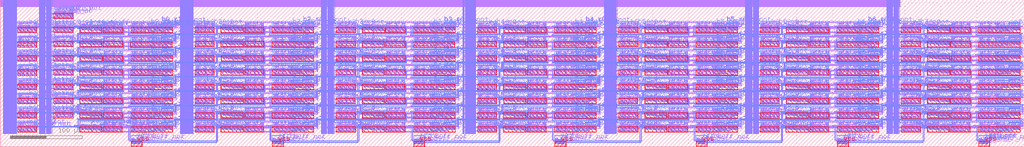
<source format=lef>
VERSION 5.7 ;
  NOWIREEXTENSIONATPIN ON ;
  DIVIDERCHAR "/" ;
  BUSBITCHARS "[]" ;
MACRO 8b_mult
  CLASS BLOCK ;
  FOREIGN 8b_mult ;
  ORIGIN 106.705 -0.235 ;
  SIZE 1422.930 BY 204.320 ;
  PIN b6_q0
    ANTENNAGATEAREA 3.763200 ;
    PORT
      LAYER Metal1 ;
        RECT 927.535 204.205 929.155 204.530 ;
        RECT 952.410 168.220 952.790 168.600 ;
        RECT 973.910 168.220 974.290 168.600 ;
        RECT 949.265 165.875 967.935 165.885 ;
        RECT 928.350 165.565 975.920 165.875 ;
        RECT 928.350 165.550 949.560 165.565 ;
        RECT 960.410 163.105 960.790 163.110 ;
        RECT 957.930 162.740 960.795 163.105 ;
        RECT 965.910 163.085 966.290 163.110 ;
        RECT 965.895 162.765 968.040 163.085 ;
        RECT 960.410 162.730 960.790 162.740 ;
        RECT 965.910 162.730 966.290 162.765 ;
        RECT 952.325 148.505 952.705 148.885 ;
        RECT 973.825 148.505 974.205 148.885 ;
        RECT 928.370 146.170 949.390 146.180 ;
        RECT 928.370 146.160 967.850 146.170 ;
        RECT 928.370 145.855 975.835 146.160 ;
        RECT 949.180 145.850 975.835 145.855 ;
        RECT 960.325 143.390 960.705 143.395 ;
        RECT 957.845 143.025 960.710 143.390 ;
        RECT 965.825 143.370 966.205 143.395 ;
        RECT 965.810 143.050 967.955 143.370 ;
        RECT 960.325 143.015 960.705 143.025 ;
        RECT 965.825 143.015 966.205 143.050 ;
        RECT 952.385 128.700 952.765 129.080 ;
        RECT 973.885 128.700 974.265 129.080 ;
        RECT 928.320 126.365 949.600 126.370 ;
        RECT 928.320 126.355 967.910 126.365 ;
        RECT 928.320 126.045 975.895 126.355 ;
        RECT 960.385 123.585 960.765 123.590 ;
        RECT 957.905 123.220 960.770 123.585 ;
        RECT 965.885 123.565 966.265 123.590 ;
        RECT 965.870 123.245 968.015 123.565 ;
        RECT 960.385 123.210 960.765 123.220 ;
        RECT 965.885 123.210 966.265 123.245 ;
        RECT 952.315 108.930 952.695 109.310 ;
        RECT 973.815 108.930 974.195 109.310 ;
        RECT 928.325 106.595 949.370 106.610 ;
        RECT 928.325 106.585 967.840 106.595 ;
        RECT 928.325 106.285 975.825 106.585 ;
        RECT 949.170 106.275 975.825 106.285 ;
        RECT 960.315 103.815 960.695 103.820 ;
        RECT 957.835 103.450 960.700 103.815 ;
        RECT 965.815 103.795 966.195 103.820 ;
        RECT 965.800 103.475 967.945 103.795 ;
        RECT 960.315 103.440 960.695 103.450 ;
        RECT 965.815 103.440 966.195 103.475 ;
        RECT 952.345 89.205 952.725 89.585 ;
        RECT 973.845 89.205 974.225 89.585 ;
        RECT 928.310 86.870 949.390 86.875 ;
        RECT 928.310 86.860 967.870 86.870 ;
        RECT 928.310 86.550 975.855 86.860 ;
        RECT 960.345 84.090 960.725 84.095 ;
        RECT 957.865 83.725 960.730 84.090 ;
        RECT 965.845 84.070 966.225 84.095 ;
        RECT 965.830 83.750 967.975 84.070 ;
        RECT 960.345 83.715 960.725 83.725 ;
        RECT 965.845 83.715 966.225 83.750 ;
        RECT 952.275 69.375 952.655 69.755 ;
        RECT 973.775 69.375 974.155 69.755 ;
        RECT 928.295 67.030 967.800 67.040 ;
        RECT 928.295 66.720 975.785 67.030 ;
        RECT 928.295 66.715 949.315 66.720 ;
        RECT 960.275 64.260 960.655 64.265 ;
        RECT 957.795 63.895 960.660 64.260 ;
        RECT 965.775 64.240 966.155 64.265 ;
        RECT 965.760 63.920 967.905 64.240 ;
        RECT 960.275 63.885 960.655 63.895 ;
        RECT 965.775 63.885 966.155 63.920 ;
        RECT 952.345 49.655 952.725 50.035 ;
        RECT 973.845 49.655 974.225 50.035 ;
        RECT 928.405 47.320 949.455 47.330 ;
        RECT 928.405 47.310 967.870 47.320 ;
        RECT 928.405 47.005 975.855 47.310 ;
        RECT 949.200 47.000 975.855 47.005 ;
        RECT 960.345 44.540 960.725 44.545 ;
        RECT 957.865 44.175 960.730 44.540 ;
        RECT 965.845 44.520 966.225 44.545 ;
        RECT 965.830 44.200 967.975 44.520 ;
        RECT 960.345 44.165 960.725 44.175 ;
        RECT 965.845 44.165 966.225 44.200 ;
        RECT 952.320 29.925 952.700 30.305 ;
        RECT 973.820 29.925 974.200 30.305 ;
        RECT 949.175 27.585 967.845 27.590 ;
        RECT 928.340 27.580 967.845 27.585 ;
        RECT 928.340 27.270 975.830 27.580 ;
        RECT 928.340 27.260 949.320 27.270 ;
        RECT 960.320 24.810 960.700 24.815 ;
        RECT 957.840 24.445 960.705 24.810 ;
        RECT 965.820 24.790 966.200 24.815 ;
        RECT 965.805 24.470 967.950 24.790 ;
        RECT 960.320 24.435 960.700 24.445 ;
        RECT 965.820 24.435 966.200 24.470 ;
      LAYER Metal2 ;
        RECT 928.560 17.835 928.955 204.530 ;
        RECT 952.360 165.565 952.810 168.555 ;
        RECT 958.085 162.555 958.490 165.885 ;
        RECT 967.520 162.610 967.970 165.885 ;
        RECT 973.875 165.565 974.325 168.575 ;
        RECT 952.275 145.850 952.725 148.840 ;
        RECT 958.000 142.840 958.405 146.170 ;
        RECT 967.435 142.895 967.885 146.170 ;
        RECT 973.790 145.850 974.240 148.860 ;
        RECT 952.335 126.045 952.785 129.035 ;
        RECT 958.060 123.035 958.465 126.365 ;
        RECT 967.495 123.090 967.945 126.365 ;
        RECT 973.850 126.045 974.300 129.055 ;
        RECT 952.265 106.275 952.715 109.265 ;
        RECT 957.990 103.265 958.395 106.595 ;
        RECT 967.425 103.320 967.875 106.595 ;
        RECT 973.780 106.275 974.230 109.285 ;
        RECT 952.295 86.550 952.745 89.540 ;
        RECT 958.020 83.540 958.425 86.870 ;
        RECT 967.455 83.595 967.905 86.870 ;
        RECT 973.810 86.550 974.260 89.560 ;
        RECT 952.225 66.720 952.675 69.710 ;
        RECT 957.950 63.710 958.355 67.040 ;
        RECT 967.385 63.765 967.835 67.040 ;
        RECT 973.740 66.720 974.190 69.730 ;
        RECT 952.295 47.000 952.745 49.990 ;
        RECT 958.020 43.990 958.425 47.320 ;
        RECT 967.455 44.045 967.905 47.320 ;
        RECT 973.810 47.000 974.260 50.010 ;
        RECT 952.270 27.270 952.720 30.260 ;
        RECT 957.995 24.260 958.400 27.590 ;
        RECT 967.430 24.315 967.880 27.590 ;
        RECT 973.785 27.270 974.235 30.280 ;
    END
  END b6_q0
  PIN b6_q0_not
    ANTENNAGATEAREA 3.763200 ;
    PORT
      LAYER Metal1 ;
        RECT 927.520 203.630 930.080 203.935 ;
        RECT 956.410 168.220 956.790 168.600 ;
        RECT 969.910 168.220 970.290 168.600 ;
        RECT 949.265 164.885 975.920 164.895 ;
        RECT 929.510 164.625 975.920 164.885 ;
        RECT 929.510 164.615 949.505 164.625 ;
        RECT 952.410 163.075 952.790 163.110 ;
        RECT 973.910 163.090 974.290 163.110 ;
        RECT 952.145 162.765 955.155 163.075 ;
        RECT 971.445 162.770 974.355 163.090 ;
        RECT 952.410 162.730 952.790 162.765 ;
        RECT 973.910 162.730 974.290 162.770 ;
        RECT 956.325 148.505 956.705 148.885 ;
        RECT 969.825 148.505 970.205 148.885 ;
        RECT 929.530 145.180 949.335 145.190 ;
        RECT 929.530 144.920 975.835 145.180 ;
        RECT 949.180 144.910 975.835 144.920 ;
        RECT 952.325 143.360 952.705 143.395 ;
        RECT 973.825 143.375 974.205 143.395 ;
        RECT 952.060 143.050 955.070 143.360 ;
        RECT 971.360 143.055 974.270 143.375 ;
        RECT 952.325 143.015 952.705 143.050 ;
        RECT 973.825 143.015 974.205 143.055 ;
        RECT 956.385 128.700 956.765 129.080 ;
        RECT 969.885 128.700 970.265 129.080 ;
        RECT 929.480 125.375 949.565 125.380 ;
        RECT 929.480 125.110 975.895 125.375 ;
        RECT 949.240 125.105 975.895 125.110 ;
        RECT 952.385 123.555 952.765 123.590 ;
        RECT 973.885 123.570 974.265 123.590 ;
        RECT 952.120 123.245 955.130 123.555 ;
        RECT 971.420 123.250 974.330 123.570 ;
        RECT 952.385 123.210 952.765 123.245 ;
        RECT 973.885 123.210 974.265 123.250 ;
        RECT 956.315 108.930 956.695 109.310 ;
        RECT 969.815 108.930 970.195 109.310 ;
        RECT 929.485 105.605 949.390 105.620 ;
        RECT 929.485 105.350 975.825 105.605 ;
        RECT 949.170 105.335 975.825 105.350 ;
        RECT 952.315 103.785 952.695 103.820 ;
        RECT 973.815 103.800 974.195 103.820 ;
        RECT 952.050 103.475 955.060 103.785 ;
        RECT 971.350 103.480 974.260 103.800 ;
        RECT 952.315 103.440 952.695 103.475 ;
        RECT 973.815 103.440 974.195 103.480 ;
        RECT 956.345 89.205 956.725 89.585 ;
        RECT 969.845 89.205 970.225 89.585 ;
        RECT 929.470 85.880 949.445 85.885 ;
        RECT 929.470 85.615 975.855 85.880 ;
        RECT 949.200 85.610 975.855 85.615 ;
        RECT 952.345 84.060 952.725 84.095 ;
        RECT 973.845 84.075 974.225 84.095 ;
        RECT 952.080 83.750 955.090 84.060 ;
        RECT 971.380 83.755 974.290 84.075 ;
        RECT 952.345 83.715 952.725 83.750 ;
        RECT 973.845 83.715 974.225 83.755 ;
        RECT 956.275 69.375 956.655 69.755 ;
        RECT 969.775 69.375 970.155 69.755 ;
        RECT 929.450 65.780 975.785 66.050 ;
        RECT 952.275 64.230 952.655 64.265 ;
        RECT 973.775 64.245 974.155 64.265 ;
        RECT 952.010 63.920 955.020 64.230 ;
        RECT 971.310 63.925 974.220 64.245 ;
        RECT 952.275 63.885 952.655 63.920 ;
        RECT 973.775 63.885 974.155 63.925 ;
        RECT 956.345 49.655 956.725 50.035 ;
        RECT 969.845 49.655 970.225 50.035 ;
        RECT 929.565 46.330 949.455 46.340 ;
        RECT 929.565 46.070 975.855 46.330 ;
        RECT 949.200 46.060 975.855 46.070 ;
        RECT 952.345 44.510 952.725 44.545 ;
        RECT 973.845 44.525 974.225 44.545 ;
        RECT 952.080 44.200 955.090 44.510 ;
        RECT 971.380 44.205 974.290 44.525 ;
        RECT 952.345 44.165 952.725 44.200 ;
        RECT 973.845 44.165 974.225 44.205 ;
        RECT 956.320 29.925 956.700 30.305 ;
        RECT 969.820 29.925 970.200 30.305 ;
        RECT 949.175 26.595 975.830 26.600 ;
        RECT 929.500 26.330 975.830 26.595 ;
        RECT 929.500 26.325 949.400 26.330 ;
        RECT 952.320 24.780 952.700 24.815 ;
        RECT 973.820 24.795 974.200 24.815 ;
        RECT 952.055 24.470 955.065 24.780 ;
        RECT 971.355 24.475 974.265 24.795 ;
        RECT 952.320 24.435 952.700 24.470 ;
        RECT 973.820 24.435 974.200 24.475 ;
      LAYER Metal2 ;
        RECT 929.665 17.920 930.005 204.520 ;
        RECT 954.760 162.580 955.055 164.950 ;
        RECT 956.370 164.625 956.820 168.590 ;
        RECT 969.900 164.625 970.300 168.565 ;
        RECT 971.550 162.615 971.965 165.005 ;
        RECT 954.675 142.865 954.970 145.235 ;
        RECT 956.285 144.910 956.735 148.875 ;
        RECT 969.815 144.910 970.215 148.850 ;
        RECT 971.465 142.900 971.880 145.290 ;
        RECT 954.735 123.060 955.030 125.430 ;
        RECT 956.345 125.105 956.795 129.070 ;
        RECT 969.875 125.105 970.275 129.045 ;
        RECT 971.525 123.095 971.940 125.485 ;
        RECT 954.665 103.290 954.960 105.660 ;
        RECT 956.275 105.335 956.725 109.300 ;
        RECT 969.805 105.335 970.205 109.275 ;
        RECT 971.455 103.325 971.870 105.715 ;
        RECT 954.695 83.565 954.990 85.935 ;
        RECT 956.305 85.610 956.755 89.575 ;
        RECT 969.835 85.610 970.235 89.550 ;
        RECT 971.485 83.600 971.900 85.990 ;
        RECT 954.625 63.735 954.920 66.105 ;
        RECT 956.235 65.780 956.685 69.745 ;
        RECT 969.765 65.780 970.165 69.720 ;
        RECT 971.415 63.770 971.830 66.160 ;
        RECT 954.695 44.015 954.990 46.385 ;
        RECT 956.305 46.060 956.755 50.025 ;
        RECT 969.835 46.060 970.235 50.000 ;
        RECT 971.485 44.050 971.900 46.440 ;
        RECT 954.670 24.285 954.965 26.655 ;
        RECT 956.280 26.330 956.730 30.295 ;
        RECT 969.810 26.330 970.210 30.270 ;
        RECT 971.460 24.320 971.875 26.710 ;
    END
  END b6_q0_not
  PIN b6_p0_not
    ANTENNAGATEAREA 3.763200 ;
    PORT
      LAYER Metal1 ;
        RECT -106.645 202.485 1143.735 202.815 ;
        RECT -21.310 188.205 -20.930 188.250 ;
        RECT -15.810 188.205 -15.430 188.250 ;
        RECT -21.360 187.890 -15.425 188.205 ;
        RECT -21.310 187.870 -20.930 187.890 ;
        RECT -15.810 187.870 -15.430 187.890 ;
        RECT -29.310 180.380 -28.220 180.760 ;
        RECT -7.810 180.715 -7.430 180.760 ;
        RECT -8.545 180.415 -7.235 180.715 ;
        RECT -7.810 180.380 -7.430 180.415 ;
        RECT -50.095 179.870 -32.075 179.955 ;
        RECT -50.095 179.605 -5.800 179.870 ;
        RECT -32.455 179.520 -5.800 179.605 ;
        RECT 174.950 168.560 175.330 168.605 ;
        RECT 180.450 168.560 180.830 168.605 ;
        RECT 567.660 168.565 568.040 168.610 ;
        RECT 573.160 168.565 573.540 168.610 ;
        RECT 764.025 168.570 764.405 168.615 ;
        RECT 769.525 168.570 769.905 168.615 ;
        RECT -71.545 168.470 -71.165 168.515 ;
        RECT -66.045 168.470 -65.665 168.515 ;
        RECT -71.595 168.155 -65.660 168.470 ;
        RECT 174.900 168.245 180.835 168.560 ;
        RECT 371.340 168.520 371.720 168.565 ;
        RECT 376.840 168.520 377.220 168.565 ;
        RECT 174.950 168.225 175.330 168.245 ;
        RECT 180.450 168.225 180.830 168.245 ;
        RECT 371.290 168.205 377.225 168.520 ;
        RECT 567.610 168.250 573.545 168.565 ;
        RECT 763.975 168.255 769.910 168.570 ;
        RECT 960.410 168.555 960.790 168.600 ;
        RECT 965.910 168.555 966.290 168.600 ;
        RECT 1156.735 168.560 1157.115 168.605 ;
        RECT 1162.235 168.560 1162.615 168.605 ;
        RECT 567.660 168.230 568.040 168.250 ;
        RECT 573.160 168.230 573.540 168.250 ;
        RECT 764.025 168.235 764.405 168.255 ;
        RECT 769.525 168.235 769.905 168.255 ;
        RECT 960.360 168.240 966.295 168.555 ;
        RECT 1156.685 168.245 1162.620 168.560 ;
        RECT 960.410 168.220 960.790 168.240 ;
        RECT 965.910 168.220 966.290 168.240 ;
        RECT 1156.735 168.225 1157.115 168.245 ;
        RECT 1162.235 168.225 1162.615 168.245 ;
        RECT 371.340 168.185 371.720 168.205 ;
        RECT 376.840 168.185 377.220 168.205 ;
        RECT -71.545 168.135 -71.165 168.155 ;
        RECT -66.045 168.135 -65.665 168.155 ;
        RECT -79.545 160.645 -78.455 161.025 ;
        RECT -58.045 160.980 -57.665 161.025 ;
        RECT -58.780 160.680 -57.470 160.980 ;
        RECT 166.950 160.735 168.040 161.115 ;
        RECT 188.450 161.070 188.830 161.115 ;
        RECT 187.715 160.770 189.025 161.070 ;
        RECT 188.450 160.735 188.830 160.770 ;
        RECT 363.340 160.695 364.430 161.075 ;
        RECT 384.840 161.030 385.220 161.075 ;
        RECT 384.105 160.730 385.415 161.030 ;
        RECT 559.660 160.740 560.750 161.120 ;
        RECT 581.160 161.075 581.540 161.120 ;
        RECT 580.425 160.775 581.735 161.075 ;
        RECT 581.160 160.740 581.540 160.775 ;
        RECT 756.025 160.745 757.115 161.125 ;
        RECT 777.525 161.080 777.905 161.125 ;
        RECT 776.790 160.780 778.100 161.080 ;
        RECT 777.525 160.745 777.905 160.780 ;
        RECT 952.410 160.730 953.500 161.110 ;
        RECT 973.910 161.065 974.290 161.110 ;
        RECT 973.175 160.765 974.485 161.065 ;
        RECT 973.910 160.730 974.290 160.765 ;
        RECT 1148.735 160.735 1149.825 161.115 ;
        RECT 1170.235 161.070 1170.615 161.115 ;
        RECT 1169.500 160.770 1170.810 161.070 ;
        RECT 1170.235 160.735 1170.615 160.770 ;
        RECT 384.840 160.695 385.220 160.730 ;
        RECT -58.045 160.645 -57.665 160.680 ;
        RECT 163.805 160.215 190.460 160.225 ;
        RECT 556.515 160.220 583.170 160.230 ;
        RECT 752.880 160.225 779.535 160.235 ;
        RECT -99.860 159.785 -56.035 160.135 ;
        RECT 146.080 159.875 190.460 160.215 ;
        RECT 360.195 160.175 386.850 160.185 ;
        RECT 146.080 159.865 164.100 159.875 ;
        RECT 342.470 159.835 386.850 160.175 ;
        RECT 538.790 159.880 583.170 160.220 ;
        RECT 735.155 159.885 779.535 160.225 ;
        RECT 949.265 160.210 975.920 160.220 ;
        RECT 1145.590 160.215 1172.245 160.225 ;
        RECT 538.790 159.870 556.810 159.880 ;
        RECT 735.155 159.875 753.175 159.885 ;
        RECT 931.540 159.870 975.920 160.210 ;
        RECT 1127.865 159.875 1172.245 160.215 ;
        RECT 931.540 159.860 949.560 159.870 ;
        RECT 1127.865 159.865 1145.885 159.875 ;
        RECT 342.470 159.825 360.490 159.835 ;
      LAYER Metal2 ;
        RECT -99.690 18.040 -99.405 204.535 ;
        RECT -78.930 159.785 -78.550 161.160 ;
        RECT -69.220 159.495 -68.850 168.595 ;
        RECT -58.675 159.700 -58.340 161.050 ;
        RECT -49.930 17.850 -49.645 204.500 ;
        RECT -28.695 179.520 -28.315 180.895 ;
        RECT -18.985 179.230 -18.615 188.330 ;
        RECT -8.440 179.435 -8.105 180.785 ;
        RECT 146.240 17.860 146.525 204.510 ;
        RECT 167.565 159.875 167.945 161.250 ;
        RECT 177.275 159.585 177.645 168.685 ;
        RECT 187.820 159.790 188.155 161.140 ;
        RECT 342.630 17.820 342.915 204.470 ;
        RECT 363.955 159.835 364.335 161.210 ;
        RECT 373.665 159.545 374.035 168.645 ;
        RECT 384.210 159.750 384.545 161.100 ;
        RECT 538.950 17.865 539.235 204.515 ;
        RECT 560.275 159.880 560.655 161.255 ;
        RECT 569.985 159.590 570.355 168.690 ;
        RECT 580.530 159.795 580.865 161.145 ;
        RECT 735.315 17.870 735.600 204.520 ;
        RECT 756.640 159.885 757.020 161.260 ;
        RECT 766.350 159.595 766.720 168.695 ;
        RECT 776.895 159.800 777.230 161.150 ;
        RECT 931.700 17.855 931.985 204.505 ;
        RECT 953.025 159.870 953.405 161.245 ;
        RECT 962.735 159.580 963.105 168.680 ;
        RECT 973.280 159.785 973.615 161.135 ;
        RECT 1128.025 17.860 1128.310 204.510 ;
        RECT 1149.350 159.875 1149.730 161.250 ;
        RECT 1159.060 159.585 1159.430 168.685 ;
        RECT 1169.605 159.790 1169.940 161.140 ;
    END
  END b6_p0_not
  PIN b6_p0
    ANTENNAGATEAREA 3.763200 ;
    PORT
      LAYER Metal1 ;
        RECT -106.665 203.075 1143.740 203.360 ;
        RECT -51.060 192.065 -32.155 192.150 ;
        RECT -51.060 191.865 -5.800 192.065 ;
        RECT -32.455 191.780 -5.800 191.865 ;
        RECT -7.810 190.615 -7.430 190.650 ;
        RECT -29.310 190.510 -28.930 190.550 ;
        RECT -29.380 190.205 -26.545 190.510 ;
        RECT -10.565 190.305 -7.430 190.615 ;
        RECT -7.810 190.270 -7.430 190.305 ;
        RECT -29.310 190.170 -28.930 190.205 ;
        RECT -25.310 182.380 -24.220 182.760 ;
        RECT -12.765 182.380 -11.430 182.760 ;
        RECT -24.825 180.385 -11.975 180.720 ;
        RECT 163.805 172.410 190.460 172.420 ;
        RECT 556.515 172.415 583.170 172.425 ;
        RECT 752.880 172.420 779.535 172.430 ;
        RECT -100.825 172.045 -56.035 172.330 ;
        RECT 145.115 172.135 190.460 172.410 ;
        RECT 360.195 172.370 386.850 172.380 ;
        RECT 145.115 172.125 164.020 172.135 ;
        RECT 341.505 172.095 386.850 172.370 ;
        RECT 537.825 172.140 583.170 172.415 ;
        RECT 734.190 172.145 779.535 172.420 ;
        RECT 949.265 172.405 975.920 172.415 ;
        RECT 1145.590 172.410 1172.245 172.420 ;
        RECT 537.825 172.130 556.730 172.140 ;
        RECT 734.190 172.135 753.095 172.145 ;
        RECT 930.575 172.130 975.920 172.405 ;
        RECT 1126.900 172.135 1172.245 172.410 ;
        RECT 930.575 172.120 949.480 172.130 ;
        RECT 1126.900 172.125 1145.805 172.135 ;
        RECT 341.505 172.085 360.410 172.095 ;
        RECT 188.450 170.970 188.830 171.005 ;
        RECT 581.160 170.975 581.540 171.010 ;
        RECT 777.525 170.980 777.905 171.015 ;
        RECT -58.045 170.880 -57.665 170.915 ;
        RECT -79.545 170.775 -79.165 170.815 ;
        RECT -79.615 170.470 -76.780 170.775 ;
        RECT -60.800 170.570 -57.665 170.880 ;
        RECT 166.950 170.865 167.330 170.905 ;
        RECT -58.045 170.535 -57.665 170.570 ;
        RECT 166.880 170.560 169.715 170.865 ;
        RECT 185.695 170.660 188.830 170.970 ;
        RECT 384.840 170.930 385.220 170.965 ;
        RECT 363.340 170.825 363.720 170.865 ;
        RECT 188.450 170.625 188.830 170.660 ;
        RECT 166.950 170.525 167.330 170.560 ;
        RECT 363.270 170.520 366.105 170.825 ;
        RECT 382.085 170.620 385.220 170.930 ;
        RECT 559.660 170.870 560.040 170.910 ;
        RECT 384.840 170.585 385.220 170.620 ;
        RECT 559.590 170.565 562.425 170.870 ;
        RECT 578.405 170.665 581.540 170.975 ;
        RECT 756.025 170.875 756.405 170.915 ;
        RECT 581.160 170.630 581.540 170.665 ;
        RECT 755.955 170.570 758.790 170.875 ;
        RECT 774.770 170.670 777.905 170.980 ;
        RECT 973.910 170.965 974.290 171.000 ;
        RECT 1170.235 170.970 1170.615 171.005 ;
        RECT 952.410 170.860 952.790 170.900 ;
        RECT 777.525 170.635 777.905 170.670 ;
        RECT 559.660 170.530 560.040 170.565 ;
        RECT 756.025 170.535 756.405 170.570 ;
        RECT 952.340 170.555 955.175 170.860 ;
        RECT 971.155 170.655 974.290 170.965 ;
        RECT 1148.735 170.865 1149.115 170.905 ;
        RECT 973.910 170.620 974.290 170.655 ;
        RECT 1148.665 170.560 1151.500 170.865 ;
        RECT 1167.480 170.660 1170.615 170.970 ;
        RECT 1170.235 170.625 1170.615 170.660 ;
        RECT 952.410 170.520 952.790 170.555 ;
        RECT 1148.735 170.525 1149.115 170.560 ;
        RECT 363.340 170.485 363.720 170.520 ;
        RECT -79.545 170.435 -79.165 170.470 ;
        RECT -75.545 162.645 -74.455 163.025 ;
        RECT -63.000 162.645 -61.665 163.025 ;
        RECT 170.950 162.735 172.040 163.115 ;
        RECT 183.495 162.735 184.830 163.115 ;
        RECT 367.340 162.695 368.430 163.075 ;
        RECT 379.885 162.695 381.220 163.075 ;
        RECT 563.660 162.740 564.750 163.120 ;
        RECT 576.205 162.740 577.540 163.120 ;
        RECT 760.025 162.745 761.115 163.125 ;
        RECT 772.570 162.745 773.905 163.125 ;
        RECT 956.410 162.730 957.500 163.110 ;
        RECT 968.955 162.730 970.290 163.110 ;
        RECT 1152.735 162.735 1153.825 163.115 ;
        RECT 1165.280 162.735 1166.615 163.115 ;
        RECT -75.060 160.650 -62.210 160.985 ;
        RECT 171.435 160.740 184.285 161.075 ;
        RECT 367.825 160.700 380.675 161.035 ;
        RECT 564.145 160.745 576.995 161.080 ;
        RECT 760.510 160.750 773.360 161.085 ;
        RECT 956.895 160.735 969.745 161.070 ;
        RECT 1153.220 160.740 1166.070 161.075 ;
      LAYER Metal2 ;
        RECT -100.700 18.030 -100.405 204.520 ;
        RECT -77.145 170.350 -76.855 172.410 ;
        RECT -74.855 160.435 -74.530 163.200 ;
        RECT -68.275 160.560 -67.985 172.395 ;
        RECT -60.370 170.290 -60.060 172.805 ;
        RECT -62.920 160.435 -62.595 163.200 ;
        RECT -50.940 17.775 -50.645 204.515 ;
        RECT -26.910 190.085 -26.620 192.145 ;
        RECT -24.620 180.170 -24.295 182.935 ;
        RECT -18.040 180.295 -17.750 192.130 ;
        RECT -10.135 190.025 -9.825 192.540 ;
        RECT -12.685 180.170 -12.360 182.935 ;
        RECT 145.230 17.785 145.525 204.525 ;
        RECT 169.350 170.440 169.640 172.500 ;
        RECT 171.640 160.525 171.965 163.290 ;
        RECT 178.220 160.650 178.510 172.485 ;
        RECT 186.125 170.380 186.435 172.895 ;
        RECT 183.575 160.525 183.900 163.290 ;
        RECT 341.620 17.745 341.915 204.485 ;
        RECT 365.740 170.400 366.030 172.460 ;
        RECT 368.030 160.485 368.355 163.250 ;
        RECT 374.610 160.610 374.900 172.445 ;
        RECT 382.515 170.340 382.825 172.855 ;
        RECT 379.965 160.485 380.290 163.250 ;
        RECT 537.940 17.790 538.235 204.530 ;
        RECT 562.060 170.445 562.350 172.505 ;
        RECT 564.350 160.530 564.675 163.295 ;
        RECT 570.930 160.655 571.220 172.490 ;
        RECT 578.835 170.385 579.145 172.900 ;
        RECT 576.285 160.530 576.610 163.295 ;
        RECT 734.305 17.795 734.600 204.535 ;
        RECT 758.425 170.450 758.715 172.510 ;
        RECT 760.715 160.535 761.040 163.300 ;
        RECT 767.295 160.660 767.585 172.495 ;
        RECT 775.200 170.390 775.510 172.905 ;
        RECT 772.650 160.535 772.975 163.300 ;
        RECT 930.690 17.780 930.985 204.520 ;
        RECT 954.810 170.435 955.100 172.495 ;
        RECT 957.100 160.520 957.425 163.285 ;
        RECT 963.680 160.645 963.970 172.480 ;
        RECT 971.585 170.375 971.895 172.890 ;
        RECT 969.035 160.520 969.360 163.285 ;
        RECT 1127.015 17.785 1127.310 204.525 ;
        RECT 1151.135 170.440 1151.425 172.500 ;
        RECT 1153.425 160.525 1153.750 163.290 ;
        RECT 1160.005 160.650 1160.295 172.485 ;
        RECT 1167.910 170.380 1168.220 172.895 ;
        RECT 1165.360 160.525 1165.685 163.290 ;
    END
  END b6_p0
  PIN b6_p1_not
    ANTENNAGATEAREA 3.763200 ;
    PORT
      LAYER Metal1 ;
        RECT -106.575 201.445 1143.740 201.715 ;
        RECT -21.220 168.550 -20.840 168.595 ;
        RECT -15.720 168.550 -15.340 168.595 ;
        RECT -21.270 168.235 -15.335 168.550 ;
        RECT -21.220 168.215 -20.840 168.235 ;
        RECT -15.720 168.215 -15.340 168.235 ;
        RECT -29.220 160.725 -28.130 161.105 ;
        RECT -7.720 161.060 -7.340 161.105 ;
        RECT -8.455 160.760 -7.145 161.060 ;
        RECT -7.720 160.725 -7.340 160.760 ;
        RECT -48.120 160.215 -32.175 160.240 ;
        RECT -48.120 159.890 -5.710 160.215 ;
        RECT -32.365 159.865 -5.710 159.890 ;
        RECT 174.865 148.845 175.245 148.890 ;
        RECT 180.365 148.845 180.745 148.890 ;
        RECT 567.575 148.850 567.955 148.895 ;
        RECT 573.075 148.850 573.455 148.895 ;
        RECT 763.940 148.855 764.320 148.900 ;
        RECT 769.440 148.855 769.820 148.900 ;
        RECT -71.630 148.755 -71.250 148.800 ;
        RECT -66.130 148.755 -65.750 148.800 ;
        RECT -71.680 148.440 -65.745 148.755 ;
        RECT 174.815 148.530 180.750 148.845 ;
        RECT 371.255 148.805 371.635 148.850 ;
        RECT 376.755 148.805 377.135 148.850 ;
        RECT 174.865 148.510 175.245 148.530 ;
        RECT 180.365 148.510 180.745 148.530 ;
        RECT 371.205 148.490 377.140 148.805 ;
        RECT 567.525 148.535 573.460 148.850 ;
        RECT 763.890 148.540 769.825 148.855 ;
        RECT 960.325 148.840 960.705 148.885 ;
        RECT 965.825 148.840 966.205 148.885 ;
        RECT 1156.650 148.845 1157.030 148.890 ;
        RECT 1162.150 148.845 1162.530 148.890 ;
        RECT 567.575 148.515 567.955 148.535 ;
        RECT 573.075 148.515 573.455 148.535 ;
        RECT 763.940 148.520 764.320 148.540 ;
        RECT 769.440 148.520 769.820 148.540 ;
        RECT 960.275 148.525 966.210 148.840 ;
        RECT 1156.600 148.530 1162.535 148.845 ;
        RECT 960.325 148.505 960.705 148.525 ;
        RECT 965.825 148.505 966.205 148.525 ;
        RECT 1156.650 148.510 1157.030 148.530 ;
        RECT 1162.150 148.510 1162.530 148.530 ;
        RECT 371.255 148.470 371.635 148.490 ;
        RECT 376.755 148.470 377.135 148.490 ;
        RECT -71.630 148.420 -71.250 148.440 ;
        RECT -66.130 148.420 -65.750 148.440 ;
        RECT -79.630 140.930 -78.540 141.310 ;
        RECT -58.130 141.265 -57.750 141.310 ;
        RECT -58.865 140.965 -57.555 141.265 ;
        RECT 166.865 141.020 167.955 141.400 ;
        RECT 188.365 141.355 188.745 141.400 ;
        RECT 187.630 141.055 188.940 141.355 ;
        RECT 188.365 141.020 188.745 141.055 ;
        RECT 363.255 140.980 364.345 141.360 ;
        RECT 384.755 141.315 385.135 141.360 ;
        RECT 384.020 141.015 385.330 141.315 ;
        RECT 559.575 141.025 560.665 141.405 ;
        RECT 581.075 141.360 581.455 141.405 ;
        RECT 580.340 141.060 581.650 141.360 ;
        RECT 581.075 141.025 581.455 141.060 ;
        RECT 755.940 141.030 757.030 141.410 ;
        RECT 777.440 141.365 777.820 141.410 ;
        RECT 776.705 141.065 778.015 141.365 ;
        RECT 777.440 141.030 777.820 141.065 ;
        RECT 952.325 141.015 953.415 141.395 ;
        RECT 973.825 141.350 974.205 141.395 ;
        RECT 973.090 141.050 974.400 141.350 ;
        RECT 973.825 141.015 974.205 141.050 ;
        RECT 1148.650 141.020 1149.740 141.400 ;
        RECT 1170.150 141.355 1170.530 141.400 ;
        RECT 1169.415 141.055 1170.725 141.355 ;
        RECT 1170.150 141.020 1170.530 141.055 ;
        RECT 384.755 140.980 385.135 141.015 ;
        RECT -58.130 140.930 -57.750 140.965 ;
        RECT 148.040 140.510 163.985 140.520 ;
        RECT 540.750 140.515 556.695 140.525 ;
        RECT 737.115 140.520 753.060 140.530 ;
        RECT -97.885 140.070 -56.120 140.420 ;
        RECT 148.040 140.170 190.375 140.510 ;
        RECT 163.720 140.160 190.375 140.170 ;
        RECT 344.430 140.470 360.375 140.480 ;
        RECT 344.430 140.130 386.765 140.470 ;
        RECT 540.750 140.175 583.085 140.515 ;
        RECT 737.115 140.180 779.450 140.520 ;
        RECT 556.430 140.165 583.085 140.175 ;
        RECT 752.795 140.170 779.450 140.180 ;
        RECT 933.500 140.505 949.445 140.515 ;
        RECT 1129.825 140.510 1145.770 140.520 ;
        RECT 933.500 140.165 975.835 140.505 ;
        RECT 1129.825 140.170 1172.160 140.510 ;
        RECT 949.180 140.155 975.835 140.165 ;
        RECT 1145.505 140.160 1172.160 140.170 ;
        RECT 360.110 140.120 386.765 140.130 ;
      LAYER Metal2 ;
        RECT -97.710 18.040 -97.420 204.530 ;
        RECT -79.015 140.070 -78.635 141.445 ;
        RECT -69.305 139.780 -68.935 148.880 ;
        RECT -58.760 139.985 -58.425 141.335 ;
        RECT -47.950 17.885 -47.660 204.500 ;
        RECT -28.605 159.865 -28.225 161.240 ;
        RECT -18.895 159.575 -18.525 168.675 ;
        RECT -8.350 159.780 -8.015 161.130 ;
        RECT 148.220 17.895 148.510 204.510 ;
        RECT 167.480 140.160 167.860 141.535 ;
        RECT 177.190 139.870 177.560 148.970 ;
        RECT 187.735 140.075 188.070 141.425 ;
        RECT 344.610 17.855 344.900 204.470 ;
        RECT 363.870 140.120 364.250 141.495 ;
        RECT 373.580 139.830 373.950 148.930 ;
        RECT 384.125 140.035 384.460 141.385 ;
        RECT 540.930 17.900 541.220 204.515 ;
        RECT 560.190 140.165 560.570 141.540 ;
        RECT 569.900 139.875 570.270 148.975 ;
        RECT 580.445 140.080 580.780 141.430 ;
        RECT 737.295 17.905 737.585 204.520 ;
        RECT 756.555 140.170 756.935 141.545 ;
        RECT 766.265 139.880 766.635 148.980 ;
        RECT 776.810 140.085 777.145 141.435 ;
        RECT 933.680 17.890 933.970 204.505 ;
        RECT 952.940 140.155 953.320 141.530 ;
        RECT 962.650 139.865 963.020 148.965 ;
        RECT 973.195 140.070 973.530 141.420 ;
        RECT 1130.005 17.895 1130.295 204.510 ;
        RECT 1149.265 140.160 1149.645 141.535 ;
        RECT 1158.975 139.870 1159.345 148.970 ;
        RECT 1169.520 140.075 1169.855 141.425 ;
    END
  END b6_p1_not
  PIN b6_p1
    ANTENNAGATEAREA 3.763200 ;
    PORT
      LAYER Metal1 ;
        RECT -106.605 201.965 1143.740 202.255 ;
        RECT -49.090 172.410 -32.175 172.435 ;
        RECT -49.090 172.150 -5.710 172.410 ;
        RECT -32.365 172.125 -5.710 172.150 ;
        RECT -7.720 170.960 -7.340 170.995 ;
        RECT -29.220 170.855 -28.840 170.895 ;
        RECT -29.290 170.550 -26.455 170.855 ;
        RECT -10.475 170.650 -7.340 170.960 ;
        RECT -7.720 170.615 -7.340 170.650 ;
        RECT -29.220 170.515 -28.840 170.550 ;
        RECT -25.220 162.725 -24.130 163.105 ;
        RECT -12.675 162.725 -11.340 163.105 ;
        RECT -24.735 160.730 -11.885 161.065 ;
        RECT 147.070 152.705 163.985 152.715 ;
        RECT 539.780 152.710 556.695 152.720 ;
        RECT 736.145 152.715 753.060 152.725 ;
        RECT -98.855 152.330 -56.120 152.615 ;
        RECT 147.070 152.430 190.375 152.705 ;
        RECT 163.720 152.420 190.375 152.430 ;
        RECT 343.460 152.665 360.375 152.675 ;
        RECT 343.460 152.390 386.765 152.665 ;
        RECT 539.780 152.435 583.085 152.710 ;
        RECT 736.145 152.440 779.450 152.715 ;
        RECT 556.430 152.425 583.085 152.435 ;
        RECT 752.795 152.430 779.450 152.440 ;
        RECT 932.530 152.700 949.445 152.710 ;
        RECT 1128.855 152.705 1145.770 152.715 ;
        RECT 932.530 152.425 975.835 152.700 ;
        RECT 1128.855 152.430 1172.160 152.705 ;
        RECT 949.180 152.415 975.835 152.425 ;
        RECT 1145.505 152.420 1172.160 152.430 ;
        RECT 360.110 152.380 386.765 152.390 ;
        RECT 188.365 151.255 188.745 151.290 ;
        RECT 581.075 151.260 581.455 151.295 ;
        RECT 777.440 151.265 777.820 151.300 ;
        RECT -58.130 151.165 -57.750 151.200 ;
        RECT -79.630 151.060 -79.250 151.100 ;
        RECT -79.700 150.755 -76.865 151.060 ;
        RECT -60.885 150.855 -57.750 151.165 ;
        RECT 166.865 151.150 167.245 151.190 ;
        RECT -58.130 150.820 -57.750 150.855 ;
        RECT 166.795 150.845 169.630 151.150 ;
        RECT 185.610 150.945 188.745 151.255 ;
        RECT 384.755 151.215 385.135 151.250 ;
        RECT 363.255 151.110 363.635 151.150 ;
        RECT 188.365 150.910 188.745 150.945 ;
        RECT 166.865 150.810 167.245 150.845 ;
        RECT 363.185 150.805 366.020 151.110 ;
        RECT 382.000 150.905 385.135 151.215 ;
        RECT 559.575 151.155 559.955 151.195 ;
        RECT 384.755 150.870 385.135 150.905 ;
        RECT 559.505 150.850 562.340 151.155 ;
        RECT 578.320 150.950 581.455 151.260 ;
        RECT 755.940 151.160 756.320 151.200 ;
        RECT 581.075 150.915 581.455 150.950 ;
        RECT 755.870 150.855 758.705 151.160 ;
        RECT 774.685 150.955 777.820 151.265 ;
        RECT 973.825 151.250 974.205 151.285 ;
        RECT 1170.150 151.255 1170.530 151.290 ;
        RECT 952.325 151.145 952.705 151.185 ;
        RECT 777.440 150.920 777.820 150.955 ;
        RECT 559.575 150.815 559.955 150.850 ;
        RECT 755.940 150.820 756.320 150.855 ;
        RECT 952.255 150.840 955.090 151.145 ;
        RECT 971.070 150.940 974.205 151.250 ;
        RECT 1148.650 151.150 1149.030 151.190 ;
        RECT 973.825 150.905 974.205 150.940 ;
        RECT 1148.580 150.845 1151.415 151.150 ;
        RECT 1167.395 150.945 1170.530 151.255 ;
        RECT 1170.150 150.910 1170.530 150.945 ;
        RECT 952.325 150.805 952.705 150.840 ;
        RECT 1148.650 150.810 1149.030 150.845 ;
        RECT 363.255 150.770 363.635 150.805 ;
        RECT -79.630 150.720 -79.250 150.755 ;
        RECT -75.630 142.930 -74.540 143.310 ;
        RECT -63.085 142.930 -61.750 143.310 ;
        RECT 170.865 143.020 171.955 143.400 ;
        RECT 183.410 143.020 184.745 143.400 ;
        RECT 367.255 142.980 368.345 143.360 ;
        RECT 379.800 142.980 381.135 143.360 ;
        RECT 563.575 143.025 564.665 143.405 ;
        RECT 576.120 143.025 577.455 143.405 ;
        RECT 759.940 143.030 761.030 143.410 ;
        RECT 772.485 143.030 773.820 143.410 ;
        RECT 956.325 143.015 957.415 143.395 ;
        RECT 968.870 143.015 970.205 143.395 ;
        RECT 1152.650 143.020 1153.740 143.400 ;
        RECT 1165.195 143.020 1166.530 143.400 ;
        RECT -75.145 140.935 -62.295 141.270 ;
        RECT 171.350 141.025 184.200 141.360 ;
        RECT 367.740 140.985 380.590 141.320 ;
        RECT 564.060 141.030 576.910 141.365 ;
        RECT 760.425 141.035 773.275 141.370 ;
        RECT 956.810 141.020 969.660 141.355 ;
        RECT 1153.135 141.025 1165.985 141.360 ;
      LAYER Metal2 ;
        RECT -98.705 18.045 -98.415 204.525 ;
        RECT -77.230 150.635 -76.940 152.695 ;
        RECT -74.940 140.720 -74.615 143.485 ;
        RECT -68.360 140.845 -68.070 152.680 ;
        RECT -60.455 150.575 -60.145 153.090 ;
        RECT -63.005 140.720 -62.680 143.485 ;
        RECT -48.945 17.945 -48.655 204.515 ;
        RECT -26.820 170.430 -26.530 172.490 ;
        RECT -24.530 160.515 -24.205 163.280 ;
        RECT -17.950 160.640 -17.660 172.475 ;
        RECT -10.045 170.370 -9.735 172.885 ;
        RECT -12.595 160.515 -12.270 163.280 ;
        RECT 147.225 17.955 147.515 204.525 ;
        RECT 169.265 150.725 169.555 152.785 ;
        RECT 171.555 140.810 171.880 143.575 ;
        RECT 178.135 140.935 178.425 152.770 ;
        RECT 186.040 150.665 186.350 153.180 ;
        RECT 183.490 140.810 183.815 143.575 ;
        RECT 343.615 17.915 343.905 204.485 ;
        RECT 365.655 150.685 365.945 152.745 ;
        RECT 367.945 140.770 368.270 143.535 ;
        RECT 374.525 140.895 374.815 152.730 ;
        RECT 382.430 150.625 382.740 153.140 ;
        RECT 379.880 140.770 380.205 143.535 ;
        RECT 539.935 17.960 540.225 204.530 ;
        RECT 561.975 150.730 562.265 152.790 ;
        RECT 564.265 140.815 564.590 143.580 ;
        RECT 570.845 140.940 571.135 152.775 ;
        RECT 578.750 150.670 579.060 153.185 ;
        RECT 576.200 140.815 576.525 143.580 ;
        RECT 736.300 17.965 736.590 204.535 ;
        RECT 758.340 150.735 758.630 152.795 ;
        RECT 760.630 140.820 760.955 143.585 ;
        RECT 767.210 140.945 767.500 152.780 ;
        RECT 775.115 150.675 775.425 153.190 ;
        RECT 772.565 140.820 772.890 143.585 ;
        RECT 932.685 17.950 932.975 204.520 ;
        RECT 954.725 150.720 955.015 152.780 ;
        RECT 957.015 140.805 957.340 143.570 ;
        RECT 963.595 140.930 963.885 152.765 ;
        RECT 971.500 150.660 971.810 153.175 ;
        RECT 968.950 140.805 969.275 143.570 ;
        RECT 1129.010 17.955 1129.300 204.525 ;
        RECT 1151.050 150.725 1151.340 152.785 ;
        RECT 1153.340 140.810 1153.665 143.575 ;
        RECT 1159.920 140.935 1160.210 152.770 ;
        RECT 1167.825 150.665 1168.135 153.180 ;
        RECT 1165.275 140.810 1165.600 143.575 ;
    END
  END b6_p1
  PIN b6_p2_not
    ANTENNAGATEAREA 3.763200 ;
    PORT
      LAYER Metal1 ;
        RECT -106.585 200.250 1143.745 200.575 ;
        RECT -21.305 148.835 -20.925 148.880 ;
        RECT -15.805 148.835 -15.425 148.880 ;
        RECT -21.355 148.520 -15.420 148.835 ;
        RECT -21.305 148.500 -20.925 148.520 ;
        RECT -15.805 148.500 -15.425 148.520 ;
        RECT -29.305 141.010 -28.215 141.390 ;
        RECT -7.805 141.345 -7.425 141.390 ;
        RECT -8.540 141.045 -7.230 141.345 ;
        RECT -7.805 141.010 -7.425 141.045 ;
        RECT -32.450 140.430 -5.795 140.500 ;
        RECT -46.080 140.150 -5.795 140.430 ;
        RECT -46.080 140.080 -32.005 140.150 ;
        RECT 174.925 129.040 175.305 129.085 ;
        RECT 180.425 129.040 180.805 129.085 ;
        RECT 567.635 129.045 568.015 129.090 ;
        RECT 573.135 129.045 573.515 129.090 ;
        RECT 764.000 129.050 764.380 129.095 ;
        RECT 769.500 129.050 769.880 129.095 ;
        RECT -71.570 128.950 -71.190 128.995 ;
        RECT -66.070 128.950 -65.690 128.995 ;
        RECT -71.620 128.635 -65.685 128.950 ;
        RECT 174.875 128.725 180.810 129.040 ;
        RECT 371.315 129.000 371.695 129.045 ;
        RECT 376.815 129.000 377.195 129.045 ;
        RECT 174.925 128.705 175.305 128.725 ;
        RECT 180.425 128.705 180.805 128.725 ;
        RECT 371.265 128.685 377.200 129.000 ;
        RECT 567.585 128.730 573.520 129.045 ;
        RECT 763.950 128.735 769.885 129.050 ;
        RECT 960.385 129.035 960.765 129.080 ;
        RECT 965.885 129.035 966.265 129.080 ;
        RECT 1156.710 129.040 1157.090 129.085 ;
        RECT 1162.210 129.040 1162.590 129.085 ;
        RECT 567.635 128.710 568.015 128.730 ;
        RECT 573.135 128.710 573.515 128.730 ;
        RECT 764.000 128.715 764.380 128.735 ;
        RECT 769.500 128.715 769.880 128.735 ;
        RECT 960.335 128.720 966.270 129.035 ;
        RECT 1156.660 128.725 1162.595 129.040 ;
        RECT 960.385 128.700 960.765 128.720 ;
        RECT 965.885 128.700 966.265 128.720 ;
        RECT 1156.710 128.705 1157.090 128.725 ;
        RECT 1162.210 128.705 1162.590 128.725 ;
        RECT 371.315 128.665 371.695 128.685 ;
        RECT 376.815 128.665 377.195 128.685 ;
        RECT -71.570 128.615 -71.190 128.635 ;
        RECT -66.070 128.615 -65.690 128.635 ;
        RECT -79.570 121.125 -78.480 121.505 ;
        RECT -58.070 121.460 -57.690 121.505 ;
        RECT -58.805 121.160 -57.495 121.460 ;
        RECT 166.925 121.215 168.015 121.595 ;
        RECT 188.425 121.550 188.805 121.595 ;
        RECT 187.690 121.250 189.000 121.550 ;
        RECT 188.425 121.215 188.805 121.250 ;
        RECT 363.315 121.175 364.405 121.555 ;
        RECT 384.815 121.510 385.195 121.555 ;
        RECT 384.080 121.210 385.390 121.510 ;
        RECT 559.635 121.220 560.725 121.600 ;
        RECT 581.135 121.555 581.515 121.600 ;
        RECT 580.400 121.255 581.710 121.555 ;
        RECT 581.135 121.220 581.515 121.255 ;
        RECT 756.000 121.225 757.090 121.605 ;
        RECT 777.500 121.560 777.880 121.605 ;
        RECT 776.765 121.260 778.075 121.560 ;
        RECT 777.500 121.225 777.880 121.260 ;
        RECT 952.385 121.210 953.475 121.590 ;
        RECT 973.885 121.545 974.265 121.590 ;
        RECT 973.150 121.245 974.460 121.545 ;
        RECT 973.885 121.210 974.265 121.245 ;
        RECT 1148.710 121.215 1149.800 121.595 ;
        RECT 1170.210 121.550 1170.590 121.595 ;
        RECT 1169.475 121.250 1170.785 121.550 ;
        RECT 1170.210 121.215 1170.590 121.250 ;
        RECT 384.815 121.175 385.195 121.210 ;
        RECT -58.070 121.125 -57.690 121.160 ;
        RECT 739.155 120.715 753.230 120.720 ;
        RECT 542.790 120.710 556.865 120.715 ;
        RECT 150.080 120.705 164.155 120.710 ;
        RECT -82.715 120.610 -56.060 120.615 ;
        RECT -95.845 120.265 -56.060 120.610 ;
        RECT 150.080 120.360 190.435 120.705 ;
        RECT 163.780 120.355 190.435 120.360 ;
        RECT 346.470 120.665 360.545 120.670 ;
        RECT 346.470 120.320 386.825 120.665 ;
        RECT 542.790 120.365 583.145 120.710 ;
        RECT 739.155 120.370 779.510 120.715 ;
        RECT 1131.865 120.705 1145.940 120.710 ;
        RECT 752.855 120.365 779.510 120.370 ;
        RECT 935.540 120.700 949.615 120.705 ;
        RECT 556.490 120.360 583.145 120.365 ;
        RECT 935.540 120.355 975.895 120.700 ;
        RECT 1131.865 120.360 1172.220 120.705 ;
        RECT 1145.565 120.355 1172.220 120.360 ;
        RECT 949.240 120.350 975.895 120.355 ;
        RECT 360.170 120.315 386.825 120.320 ;
        RECT -95.845 120.260 -82.555 120.265 ;
      LAYER Metal2 ;
        RECT -95.655 18.040 -95.205 204.535 ;
        RECT -78.955 120.265 -78.575 121.640 ;
        RECT -69.245 119.975 -68.875 129.075 ;
        RECT -58.700 120.180 -58.365 121.530 ;
        RECT -45.895 18.025 -45.445 204.500 ;
        RECT -28.690 140.150 -28.310 141.525 ;
        RECT -18.980 139.860 -18.610 148.960 ;
        RECT -8.435 140.065 -8.100 141.415 ;
        RECT 150.275 18.035 150.725 204.510 ;
        RECT 167.540 120.355 167.920 121.730 ;
        RECT 177.250 120.065 177.620 129.165 ;
        RECT 187.795 120.270 188.130 121.620 ;
        RECT 346.665 17.995 347.115 204.470 ;
        RECT 363.930 120.315 364.310 121.690 ;
        RECT 373.640 120.025 374.010 129.125 ;
        RECT 384.185 120.230 384.520 121.580 ;
        RECT 542.985 18.040 543.435 204.515 ;
        RECT 560.250 120.360 560.630 121.735 ;
        RECT 569.960 120.070 570.330 129.170 ;
        RECT 580.505 120.275 580.840 121.625 ;
        RECT 739.350 18.045 739.800 204.520 ;
        RECT 756.615 120.365 756.995 121.740 ;
        RECT 766.325 120.075 766.695 129.175 ;
        RECT 776.870 120.280 777.205 121.630 ;
        RECT 935.735 18.030 936.185 204.505 ;
        RECT 953.000 120.350 953.380 121.725 ;
        RECT 962.710 120.060 963.080 129.160 ;
        RECT 973.255 120.265 973.590 121.615 ;
        RECT 1132.060 18.035 1132.510 204.510 ;
        RECT 1149.325 120.355 1149.705 121.730 ;
        RECT 1159.035 120.065 1159.405 129.165 ;
        RECT 1169.580 120.270 1169.915 121.620 ;
    END
  END b6_p2_not
  PIN b6_p2
    ANTENNAGATEAREA 3.763200 ;
    PORT
      LAYER Metal1 ;
        RECT -106.560 200.885 1143.755 201.160 ;
        RECT -32.450 152.625 -5.795 152.695 ;
        RECT -47.145 152.410 -5.795 152.625 ;
        RECT -47.145 152.340 -31.975 152.410 ;
        RECT -7.805 151.245 -7.425 151.280 ;
        RECT -29.305 151.140 -28.925 151.180 ;
        RECT -29.375 150.835 -26.540 151.140 ;
        RECT -10.560 150.935 -7.425 151.245 ;
        RECT -7.805 150.900 -7.425 150.935 ;
        RECT -29.305 150.800 -28.925 150.835 ;
        RECT -25.305 143.010 -24.215 143.390 ;
        RECT -12.760 143.010 -11.425 143.390 ;
        RECT -24.820 141.015 -11.970 141.350 ;
        RECT 738.090 132.910 753.260 132.915 ;
        RECT 541.725 132.905 556.895 132.910 ;
        RECT 149.015 132.900 164.185 132.905 ;
        RECT -82.715 132.805 -56.060 132.810 ;
        RECT -96.910 132.525 -56.060 132.805 ;
        RECT 149.015 132.620 190.435 132.900 ;
        RECT 163.780 132.615 190.435 132.620 ;
        RECT 345.405 132.860 360.575 132.865 ;
        RECT 345.405 132.580 386.825 132.860 ;
        RECT 541.725 132.625 583.145 132.905 ;
        RECT 738.090 132.630 779.510 132.910 ;
        RECT 1130.800 132.900 1145.970 132.905 ;
        RECT 752.855 132.625 779.510 132.630 ;
        RECT 934.475 132.895 949.645 132.900 ;
        RECT 556.490 132.620 583.145 132.625 ;
        RECT 934.475 132.615 975.895 132.895 ;
        RECT 1130.800 132.620 1172.220 132.900 ;
        RECT 1145.565 132.615 1172.220 132.620 ;
        RECT 949.240 132.610 975.895 132.615 ;
        RECT 360.170 132.575 386.825 132.580 ;
        RECT -96.910 132.520 -82.455 132.525 ;
        RECT 188.425 131.450 188.805 131.485 ;
        RECT 581.135 131.455 581.515 131.490 ;
        RECT 777.500 131.460 777.880 131.495 ;
        RECT -58.070 131.360 -57.690 131.395 ;
        RECT -79.570 131.255 -79.190 131.295 ;
        RECT -79.640 130.950 -76.805 131.255 ;
        RECT -60.825 131.050 -57.690 131.360 ;
        RECT 166.925 131.345 167.305 131.385 ;
        RECT -58.070 131.015 -57.690 131.050 ;
        RECT 166.855 131.040 169.690 131.345 ;
        RECT 185.670 131.140 188.805 131.450 ;
        RECT 384.815 131.410 385.195 131.445 ;
        RECT 363.315 131.305 363.695 131.345 ;
        RECT 188.425 131.105 188.805 131.140 ;
        RECT 166.925 131.005 167.305 131.040 ;
        RECT 363.245 131.000 366.080 131.305 ;
        RECT 382.060 131.100 385.195 131.410 ;
        RECT 559.635 131.350 560.015 131.390 ;
        RECT 384.815 131.065 385.195 131.100 ;
        RECT 559.565 131.045 562.400 131.350 ;
        RECT 578.380 131.145 581.515 131.455 ;
        RECT 756.000 131.355 756.380 131.395 ;
        RECT 581.135 131.110 581.515 131.145 ;
        RECT 755.930 131.050 758.765 131.355 ;
        RECT 774.745 131.150 777.880 131.460 ;
        RECT 973.885 131.445 974.265 131.480 ;
        RECT 1170.210 131.450 1170.590 131.485 ;
        RECT 952.385 131.340 952.765 131.380 ;
        RECT 777.500 131.115 777.880 131.150 ;
        RECT 559.635 131.010 560.015 131.045 ;
        RECT 756.000 131.015 756.380 131.050 ;
        RECT 952.315 131.035 955.150 131.340 ;
        RECT 971.130 131.135 974.265 131.445 ;
        RECT 1148.710 131.345 1149.090 131.385 ;
        RECT 973.885 131.100 974.265 131.135 ;
        RECT 1148.640 131.040 1151.475 131.345 ;
        RECT 1167.455 131.140 1170.590 131.450 ;
        RECT 1170.210 131.105 1170.590 131.140 ;
        RECT 952.385 131.000 952.765 131.035 ;
        RECT 1148.710 131.005 1149.090 131.040 ;
        RECT 363.315 130.965 363.695 131.000 ;
        RECT -79.570 130.915 -79.190 130.950 ;
        RECT -75.570 123.125 -74.480 123.505 ;
        RECT -63.025 123.125 -61.690 123.505 ;
        RECT 170.925 123.215 172.015 123.595 ;
        RECT 183.470 123.215 184.805 123.595 ;
        RECT 367.315 123.175 368.405 123.555 ;
        RECT 379.860 123.175 381.195 123.555 ;
        RECT 563.635 123.220 564.725 123.600 ;
        RECT 576.180 123.220 577.515 123.600 ;
        RECT 760.000 123.225 761.090 123.605 ;
        RECT 772.545 123.225 773.880 123.605 ;
        RECT 956.385 123.210 957.475 123.590 ;
        RECT 968.930 123.210 970.265 123.590 ;
        RECT 1152.710 123.215 1153.800 123.595 ;
        RECT 1165.255 123.215 1166.590 123.595 ;
        RECT -75.085 121.130 -62.235 121.465 ;
        RECT 171.410 121.220 184.260 121.555 ;
        RECT 367.800 121.180 380.650 121.515 ;
        RECT 564.120 121.225 576.970 121.560 ;
        RECT 760.485 121.230 773.335 121.565 ;
        RECT 956.870 121.215 969.720 121.550 ;
        RECT 1153.195 121.220 1166.045 121.555 ;
      LAYER Metal2 ;
        RECT -96.750 18.040 -96.425 204.535 ;
        RECT -77.170 130.830 -76.880 132.890 ;
        RECT -74.880 120.915 -74.555 123.680 ;
        RECT -68.300 121.040 -68.010 132.875 ;
        RECT -60.395 130.770 -60.085 133.285 ;
        RECT -62.945 120.915 -62.620 123.680 ;
        RECT -46.990 17.990 -46.665 204.515 ;
        RECT -26.905 150.715 -26.615 152.775 ;
        RECT -24.615 140.800 -24.290 143.565 ;
        RECT -18.035 140.925 -17.745 152.760 ;
        RECT -10.130 150.655 -9.820 153.170 ;
        RECT -12.680 140.800 -12.355 143.565 ;
        RECT 149.180 18.000 149.505 204.525 ;
        RECT 169.325 130.920 169.615 132.980 ;
        RECT 171.615 121.005 171.940 123.770 ;
        RECT 178.195 121.130 178.485 132.965 ;
        RECT 186.100 130.860 186.410 133.375 ;
        RECT 183.550 121.005 183.875 123.770 ;
        RECT 345.570 17.960 345.895 204.485 ;
        RECT 365.715 130.880 366.005 132.940 ;
        RECT 368.005 120.965 368.330 123.730 ;
        RECT 374.585 121.090 374.875 132.925 ;
        RECT 382.490 130.820 382.800 133.335 ;
        RECT 379.940 120.965 380.265 123.730 ;
        RECT 541.890 18.005 542.215 204.530 ;
        RECT 562.035 130.925 562.325 132.985 ;
        RECT 564.325 121.010 564.650 123.775 ;
        RECT 570.905 121.135 571.195 132.970 ;
        RECT 578.810 130.865 579.120 133.380 ;
        RECT 576.260 121.010 576.585 123.775 ;
        RECT 738.255 18.010 738.580 204.535 ;
        RECT 758.400 130.930 758.690 132.990 ;
        RECT 760.690 121.015 761.015 123.780 ;
        RECT 767.270 121.140 767.560 132.975 ;
        RECT 775.175 130.870 775.485 133.385 ;
        RECT 772.625 121.015 772.950 123.780 ;
        RECT 934.640 17.995 934.965 204.520 ;
        RECT 954.785 130.915 955.075 132.975 ;
        RECT 957.075 121.000 957.400 123.765 ;
        RECT 963.655 121.125 963.945 132.960 ;
        RECT 971.560 130.855 971.870 133.370 ;
        RECT 969.010 121.000 969.335 123.765 ;
        RECT 1130.965 18.000 1131.290 204.525 ;
        RECT 1151.110 130.920 1151.400 132.980 ;
        RECT 1153.400 121.005 1153.725 123.770 ;
        RECT 1159.980 121.130 1160.270 132.965 ;
        RECT 1167.885 130.860 1168.195 133.375 ;
        RECT 1165.335 121.005 1165.660 123.770 ;
    END
  END b6_p2
  PIN b6_p3
    ANTENNAGATEAREA 3.763200 ;
    PORT
      LAYER Metal1 ;
        RECT -106.655 199.595 1143.755 199.910 ;
        RECT -32.390 132.865 -5.735 132.890 ;
        RECT -44.760 132.605 -5.735 132.865 ;
        RECT -44.760 132.580 -32.235 132.605 ;
        RECT -7.745 131.440 -7.365 131.475 ;
        RECT -29.245 131.335 -28.865 131.375 ;
        RECT -29.315 131.030 -26.480 131.335 ;
        RECT -10.500 131.130 -7.365 131.440 ;
        RECT -7.745 131.095 -7.365 131.130 ;
        RECT -29.245 130.995 -28.865 131.030 ;
        RECT -25.245 123.205 -24.155 123.585 ;
        RECT -12.700 123.205 -11.365 123.585 ;
        RECT -24.760 121.210 -11.910 121.545 ;
        RECT 151.400 113.130 163.925 113.145 ;
        RECT 544.110 113.135 556.635 113.150 ;
        RECT 740.475 113.140 753.000 113.155 ;
        RECT -94.525 113.040 -82.450 113.045 ;
        RECT -94.525 112.760 -56.130 113.040 ;
        RECT 151.400 112.860 190.365 113.130 ;
        RECT 163.710 112.845 190.365 112.860 ;
        RECT 347.790 113.090 360.315 113.105 ;
        RECT 347.790 112.820 386.755 113.090 ;
        RECT 544.110 112.865 583.075 113.135 ;
        RECT 740.475 112.870 779.440 113.140 ;
        RECT 556.420 112.850 583.075 112.865 ;
        RECT 752.785 112.855 779.440 112.870 ;
        RECT 936.860 113.125 949.385 113.140 ;
        RECT 1133.185 113.130 1145.710 113.145 ;
        RECT 936.860 112.855 975.825 113.125 ;
        RECT 1133.185 112.860 1172.150 113.130 ;
        RECT 949.170 112.840 975.825 112.855 ;
        RECT 1145.495 112.845 1172.150 112.860 ;
        RECT 360.100 112.805 386.755 112.820 ;
        RECT -82.785 112.755 -56.130 112.760 ;
        RECT 188.355 111.680 188.735 111.715 ;
        RECT 581.065 111.685 581.445 111.720 ;
        RECT 777.430 111.690 777.810 111.725 ;
        RECT -58.140 111.590 -57.760 111.625 ;
        RECT -79.640 111.485 -79.260 111.525 ;
        RECT -79.710 111.180 -76.875 111.485 ;
        RECT -60.895 111.280 -57.760 111.590 ;
        RECT 166.855 111.575 167.235 111.615 ;
        RECT -58.140 111.245 -57.760 111.280 ;
        RECT 166.785 111.270 169.620 111.575 ;
        RECT 185.600 111.370 188.735 111.680 ;
        RECT 384.745 111.640 385.125 111.675 ;
        RECT 363.245 111.535 363.625 111.575 ;
        RECT 188.355 111.335 188.735 111.370 ;
        RECT 166.855 111.235 167.235 111.270 ;
        RECT 363.175 111.230 366.010 111.535 ;
        RECT 381.990 111.330 385.125 111.640 ;
        RECT 559.565 111.580 559.945 111.620 ;
        RECT 384.745 111.295 385.125 111.330 ;
        RECT 559.495 111.275 562.330 111.580 ;
        RECT 578.310 111.375 581.445 111.685 ;
        RECT 755.930 111.585 756.310 111.625 ;
        RECT 581.065 111.340 581.445 111.375 ;
        RECT 755.860 111.280 758.695 111.585 ;
        RECT 774.675 111.380 777.810 111.690 ;
        RECT 973.815 111.675 974.195 111.710 ;
        RECT 1170.140 111.680 1170.520 111.715 ;
        RECT 952.315 111.570 952.695 111.610 ;
        RECT 777.430 111.345 777.810 111.380 ;
        RECT 559.565 111.240 559.945 111.275 ;
        RECT 755.930 111.245 756.310 111.280 ;
        RECT 952.245 111.265 955.080 111.570 ;
        RECT 971.060 111.365 974.195 111.675 ;
        RECT 1148.640 111.575 1149.020 111.615 ;
        RECT 973.815 111.330 974.195 111.365 ;
        RECT 1148.570 111.270 1151.405 111.575 ;
        RECT 1167.385 111.370 1170.520 111.680 ;
        RECT 1170.140 111.335 1170.520 111.370 ;
        RECT 952.315 111.230 952.695 111.265 ;
        RECT 1148.640 111.235 1149.020 111.270 ;
        RECT 363.245 111.195 363.625 111.230 ;
        RECT -79.640 111.145 -79.260 111.180 ;
        RECT -75.640 103.355 -74.550 103.735 ;
        RECT -63.095 103.355 -61.760 103.735 ;
        RECT 170.855 103.445 171.945 103.825 ;
        RECT 183.400 103.445 184.735 103.825 ;
        RECT 367.245 103.405 368.335 103.785 ;
        RECT 379.790 103.405 381.125 103.785 ;
        RECT 563.565 103.450 564.655 103.830 ;
        RECT 576.110 103.450 577.445 103.830 ;
        RECT 759.930 103.455 761.020 103.835 ;
        RECT 772.475 103.455 773.810 103.835 ;
        RECT 956.315 103.440 957.405 103.820 ;
        RECT 968.860 103.440 970.195 103.820 ;
        RECT 1152.640 103.445 1153.730 103.825 ;
        RECT 1165.185 103.445 1166.520 103.825 ;
        RECT -75.155 101.360 -62.305 101.695 ;
        RECT 171.340 101.450 184.190 101.785 ;
        RECT 367.730 101.410 380.580 101.745 ;
        RECT 564.050 101.455 576.900 101.790 ;
        RECT 760.415 101.460 773.265 101.795 ;
        RECT 956.800 101.445 969.650 101.780 ;
        RECT 1153.125 101.450 1165.975 101.785 ;
      LAYER Metal2 ;
        RECT -94.370 18.040 -94.010 204.520 ;
        RECT -77.240 111.060 -76.950 113.120 ;
        RECT -74.950 101.145 -74.625 103.910 ;
        RECT -68.370 101.270 -68.080 113.105 ;
        RECT -60.465 111.000 -60.155 113.515 ;
        RECT -63.015 101.145 -62.690 103.910 ;
        RECT -44.610 17.885 -44.250 204.515 ;
        RECT -26.845 130.910 -26.555 132.970 ;
        RECT -24.555 120.995 -24.230 123.760 ;
        RECT -17.975 121.120 -17.685 132.955 ;
        RECT -10.070 130.850 -9.760 133.365 ;
        RECT -12.620 120.995 -12.295 123.760 ;
        RECT 151.560 17.895 151.920 204.525 ;
        RECT 169.255 111.150 169.545 113.210 ;
        RECT 171.545 101.235 171.870 104.000 ;
        RECT 178.125 101.360 178.415 113.195 ;
        RECT 186.030 111.090 186.340 113.605 ;
        RECT 183.480 101.235 183.805 104.000 ;
        RECT 347.950 17.855 348.310 204.485 ;
        RECT 365.645 111.110 365.935 113.170 ;
        RECT 367.935 101.195 368.260 103.960 ;
        RECT 374.515 101.320 374.805 113.155 ;
        RECT 382.420 111.050 382.730 113.565 ;
        RECT 379.870 101.195 380.195 103.960 ;
        RECT 544.270 17.900 544.630 204.530 ;
        RECT 561.965 111.155 562.255 113.215 ;
        RECT 564.255 101.240 564.580 104.005 ;
        RECT 570.835 101.365 571.125 113.200 ;
        RECT 578.740 111.095 579.050 113.610 ;
        RECT 576.190 101.240 576.515 104.005 ;
        RECT 740.635 17.905 740.995 204.535 ;
        RECT 758.330 111.160 758.620 113.220 ;
        RECT 760.620 101.245 760.945 104.010 ;
        RECT 767.200 101.370 767.490 113.205 ;
        RECT 775.105 111.100 775.415 113.615 ;
        RECT 772.555 101.245 772.880 104.010 ;
        RECT 937.020 17.890 937.380 204.520 ;
        RECT 954.715 111.145 955.005 113.205 ;
        RECT 957.005 101.230 957.330 103.995 ;
        RECT 963.585 101.355 963.875 113.190 ;
        RECT 971.490 111.085 971.800 113.600 ;
        RECT 968.940 101.230 969.265 103.995 ;
        RECT 1133.345 17.895 1133.705 204.525 ;
        RECT 1151.040 111.150 1151.330 113.210 ;
        RECT 1153.330 101.235 1153.655 104.000 ;
        RECT 1159.910 101.360 1160.200 113.195 ;
        RECT 1167.815 111.090 1168.125 113.605 ;
        RECT 1165.265 101.235 1165.590 104.000 ;
    END
  END b6_p3
  PIN b7_q0
    ANTENNAGATEAREA 3.763200 ;
    PORT
      LAYER Metal1 ;
        RECT 1123.860 204.210 1125.480 204.535 ;
        RECT 1148.735 168.225 1149.115 168.605 ;
        RECT 1170.235 168.225 1170.615 168.605 ;
        RECT 1145.590 165.880 1164.260 165.890 ;
        RECT 1124.675 165.570 1172.245 165.880 ;
        RECT 1124.675 165.555 1145.885 165.570 ;
        RECT 1156.735 163.110 1157.115 163.115 ;
        RECT 1154.255 162.745 1157.120 163.110 ;
        RECT 1162.235 163.090 1162.615 163.115 ;
        RECT 1162.220 162.770 1164.365 163.090 ;
        RECT 1156.735 162.735 1157.115 162.745 ;
        RECT 1162.235 162.735 1162.615 162.770 ;
        RECT 1148.650 148.510 1149.030 148.890 ;
        RECT 1170.150 148.510 1170.530 148.890 ;
        RECT 1124.695 146.175 1145.715 146.185 ;
        RECT 1124.695 146.165 1164.175 146.175 ;
        RECT 1124.695 145.860 1172.160 146.165 ;
        RECT 1145.505 145.855 1172.160 145.860 ;
        RECT 1156.650 143.395 1157.030 143.400 ;
        RECT 1154.170 143.030 1157.035 143.395 ;
        RECT 1162.150 143.375 1162.530 143.400 ;
        RECT 1162.135 143.055 1164.280 143.375 ;
        RECT 1156.650 143.020 1157.030 143.030 ;
        RECT 1162.150 143.020 1162.530 143.055 ;
        RECT 1148.710 128.705 1149.090 129.085 ;
        RECT 1170.210 128.705 1170.590 129.085 ;
        RECT 1124.645 126.370 1145.925 126.375 ;
        RECT 1124.645 126.360 1164.235 126.370 ;
        RECT 1124.645 126.050 1172.220 126.360 ;
        RECT 1156.710 123.590 1157.090 123.595 ;
        RECT 1154.230 123.225 1157.095 123.590 ;
        RECT 1162.210 123.570 1162.590 123.595 ;
        RECT 1162.195 123.250 1164.340 123.570 ;
        RECT 1156.710 123.215 1157.090 123.225 ;
        RECT 1162.210 123.215 1162.590 123.250 ;
        RECT 1148.640 108.935 1149.020 109.315 ;
        RECT 1170.140 108.935 1170.520 109.315 ;
        RECT 1124.650 106.600 1145.695 106.615 ;
        RECT 1124.650 106.590 1164.165 106.600 ;
        RECT 1124.650 106.290 1172.150 106.590 ;
        RECT 1145.495 106.280 1172.150 106.290 ;
        RECT 1156.640 103.820 1157.020 103.825 ;
        RECT 1154.160 103.455 1157.025 103.820 ;
        RECT 1162.140 103.800 1162.520 103.825 ;
        RECT 1162.125 103.480 1164.270 103.800 ;
        RECT 1156.640 103.445 1157.020 103.455 ;
        RECT 1162.140 103.445 1162.520 103.480 ;
        RECT 1148.670 89.210 1149.050 89.590 ;
        RECT 1170.170 89.210 1170.550 89.590 ;
        RECT 1124.635 86.875 1145.715 86.880 ;
        RECT 1124.635 86.865 1164.195 86.875 ;
        RECT 1124.635 86.555 1172.180 86.865 ;
        RECT 1156.670 84.095 1157.050 84.100 ;
        RECT 1154.190 83.730 1157.055 84.095 ;
        RECT 1162.170 84.075 1162.550 84.100 ;
        RECT 1162.155 83.755 1164.300 84.075 ;
        RECT 1156.670 83.720 1157.050 83.730 ;
        RECT 1162.170 83.720 1162.550 83.755 ;
        RECT 1148.600 69.380 1148.980 69.760 ;
        RECT 1170.100 69.380 1170.480 69.760 ;
        RECT 1124.620 67.035 1164.125 67.045 ;
        RECT 1124.620 66.725 1172.110 67.035 ;
        RECT 1124.620 66.720 1145.640 66.725 ;
        RECT 1156.600 64.265 1156.980 64.270 ;
        RECT 1154.120 63.900 1156.985 64.265 ;
        RECT 1162.100 64.245 1162.480 64.270 ;
        RECT 1162.085 63.925 1164.230 64.245 ;
        RECT 1156.600 63.890 1156.980 63.900 ;
        RECT 1162.100 63.890 1162.480 63.925 ;
        RECT 1148.670 49.660 1149.050 50.040 ;
        RECT 1170.170 49.660 1170.550 50.040 ;
        RECT 1124.730 47.325 1145.780 47.335 ;
        RECT 1124.730 47.315 1164.195 47.325 ;
        RECT 1124.730 47.010 1172.180 47.315 ;
        RECT 1145.525 47.005 1172.180 47.010 ;
        RECT 1156.670 44.545 1157.050 44.550 ;
        RECT 1154.190 44.180 1157.055 44.545 ;
        RECT 1162.170 44.525 1162.550 44.550 ;
        RECT 1162.155 44.205 1164.300 44.525 ;
        RECT 1156.670 44.170 1157.050 44.180 ;
        RECT 1162.170 44.170 1162.550 44.205 ;
        RECT 1148.645 29.930 1149.025 30.310 ;
        RECT 1170.145 29.930 1170.525 30.310 ;
        RECT 1145.500 27.590 1164.170 27.595 ;
        RECT 1124.665 27.585 1164.170 27.590 ;
        RECT 1124.665 27.275 1172.155 27.585 ;
        RECT 1124.665 27.265 1145.645 27.275 ;
        RECT 1156.645 24.815 1157.025 24.820 ;
        RECT 1154.165 24.450 1157.030 24.815 ;
        RECT 1162.145 24.795 1162.525 24.820 ;
        RECT 1162.130 24.475 1164.275 24.795 ;
        RECT 1156.645 24.440 1157.025 24.450 ;
        RECT 1162.145 24.440 1162.525 24.475 ;
      LAYER Metal2 ;
        RECT 1124.885 17.840 1125.280 204.535 ;
        RECT 1148.685 165.570 1149.135 168.560 ;
        RECT 1154.410 162.560 1154.815 165.890 ;
        RECT 1163.845 162.615 1164.295 165.890 ;
        RECT 1170.200 165.570 1170.650 168.580 ;
        RECT 1148.600 145.855 1149.050 148.845 ;
        RECT 1154.325 142.845 1154.730 146.175 ;
        RECT 1163.760 142.900 1164.210 146.175 ;
        RECT 1170.115 145.855 1170.565 148.865 ;
        RECT 1148.660 126.050 1149.110 129.040 ;
        RECT 1154.385 123.040 1154.790 126.370 ;
        RECT 1163.820 123.095 1164.270 126.370 ;
        RECT 1170.175 126.050 1170.625 129.060 ;
        RECT 1148.590 106.280 1149.040 109.270 ;
        RECT 1154.315 103.270 1154.720 106.600 ;
        RECT 1163.750 103.325 1164.200 106.600 ;
        RECT 1170.105 106.280 1170.555 109.290 ;
        RECT 1148.620 86.555 1149.070 89.545 ;
        RECT 1154.345 83.545 1154.750 86.875 ;
        RECT 1163.780 83.600 1164.230 86.875 ;
        RECT 1170.135 86.555 1170.585 89.565 ;
        RECT 1148.550 66.725 1149.000 69.715 ;
        RECT 1154.275 63.715 1154.680 67.045 ;
        RECT 1163.710 63.770 1164.160 67.045 ;
        RECT 1170.065 66.725 1170.515 69.735 ;
        RECT 1148.620 47.005 1149.070 49.995 ;
        RECT 1154.345 43.995 1154.750 47.325 ;
        RECT 1163.780 44.050 1164.230 47.325 ;
        RECT 1170.135 47.005 1170.585 50.015 ;
        RECT 1148.595 27.275 1149.045 30.265 ;
        RECT 1154.320 24.265 1154.725 27.595 ;
        RECT 1163.755 24.320 1164.205 27.595 ;
        RECT 1170.110 27.275 1170.560 30.285 ;
    END
  END b7_q0
  PIN b7_q0_not
    ANTENNAGATEAREA 3.763200 ;
    PORT
      LAYER Metal1 ;
        RECT 1123.845 203.635 1126.405 203.940 ;
        RECT 1152.735 168.225 1153.115 168.605 ;
        RECT 1166.235 168.225 1166.615 168.605 ;
        RECT 1145.590 164.890 1172.245 164.900 ;
        RECT 1125.835 164.630 1172.245 164.890 ;
        RECT 1125.835 164.620 1145.830 164.630 ;
        RECT 1148.735 163.080 1149.115 163.115 ;
        RECT 1170.235 163.095 1170.615 163.115 ;
        RECT 1148.470 162.770 1151.480 163.080 ;
        RECT 1167.770 162.775 1170.680 163.095 ;
        RECT 1148.735 162.735 1149.115 162.770 ;
        RECT 1170.235 162.735 1170.615 162.775 ;
        RECT 1152.650 148.510 1153.030 148.890 ;
        RECT 1166.150 148.510 1166.530 148.890 ;
        RECT 1125.855 145.185 1145.660 145.195 ;
        RECT 1125.855 144.925 1172.160 145.185 ;
        RECT 1145.505 144.915 1172.160 144.925 ;
        RECT 1148.650 143.365 1149.030 143.400 ;
        RECT 1170.150 143.380 1170.530 143.400 ;
        RECT 1148.385 143.055 1151.395 143.365 ;
        RECT 1167.685 143.060 1170.595 143.380 ;
        RECT 1148.650 143.020 1149.030 143.055 ;
        RECT 1170.150 143.020 1170.530 143.060 ;
        RECT 1152.710 128.705 1153.090 129.085 ;
        RECT 1166.210 128.705 1166.590 129.085 ;
        RECT 1125.805 125.380 1145.890 125.385 ;
        RECT 1125.805 125.115 1172.220 125.380 ;
        RECT 1145.565 125.110 1172.220 125.115 ;
        RECT 1148.710 123.560 1149.090 123.595 ;
        RECT 1170.210 123.575 1170.590 123.595 ;
        RECT 1148.445 123.250 1151.455 123.560 ;
        RECT 1167.745 123.255 1170.655 123.575 ;
        RECT 1148.710 123.215 1149.090 123.250 ;
        RECT 1170.210 123.215 1170.590 123.255 ;
        RECT 1152.640 108.935 1153.020 109.315 ;
        RECT 1166.140 108.935 1166.520 109.315 ;
        RECT 1125.810 105.610 1145.715 105.625 ;
        RECT 1125.810 105.355 1172.150 105.610 ;
        RECT 1145.495 105.340 1172.150 105.355 ;
        RECT 1148.640 103.790 1149.020 103.825 ;
        RECT 1170.140 103.805 1170.520 103.825 ;
        RECT 1148.375 103.480 1151.385 103.790 ;
        RECT 1167.675 103.485 1170.585 103.805 ;
        RECT 1148.640 103.445 1149.020 103.480 ;
        RECT 1170.140 103.445 1170.520 103.485 ;
        RECT 1152.670 89.210 1153.050 89.590 ;
        RECT 1166.170 89.210 1166.550 89.590 ;
        RECT 1125.795 85.885 1145.770 85.890 ;
        RECT 1125.795 85.620 1172.180 85.885 ;
        RECT 1145.525 85.615 1172.180 85.620 ;
        RECT 1148.670 84.065 1149.050 84.100 ;
        RECT 1170.170 84.080 1170.550 84.100 ;
        RECT 1148.405 83.755 1151.415 84.065 ;
        RECT 1167.705 83.760 1170.615 84.080 ;
        RECT 1148.670 83.720 1149.050 83.755 ;
        RECT 1170.170 83.720 1170.550 83.760 ;
        RECT 1152.600 69.380 1152.980 69.760 ;
        RECT 1166.100 69.380 1166.480 69.760 ;
        RECT 1125.775 65.785 1172.110 66.055 ;
        RECT 1148.600 64.235 1148.980 64.270 ;
        RECT 1170.100 64.250 1170.480 64.270 ;
        RECT 1148.335 63.925 1151.345 64.235 ;
        RECT 1167.635 63.930 1170.545 64.250 ;
        RECT 1148.600 63.890 1148.980 63.925 ;
        RECT 1170.100 63.890 1170.480 63.930 ;
        RECT 1152.670 49.660 1153.050 50.040 ;
        RECT 1166.170 49.660 1166.550 50.040 ;
        RECT 1125.890 46.335 1145.780 46.345 ;
        RECT 1125.890 46.075 1172.180 46.335 ;
        RECT 1145.525 46.065 1172.180 46.075 ;
        RECT 1148.670 44.515 1149.050 44.550 ;
        RECT 1170.170 44.530 1170.550 44.550 ;
        RECT 1148.405 44.205 1151.415 44.515 ;
        RECT 1167.705 44.210 1170.615 44.530 ;
        RECT 1148.670 44.170 1149.050 44.205 ;
        RECT 1170.170 44.170 1170.550 44.210 ;
        RECT 1152.645 29.930 1153.025 30.310 ;
        RECT 1166.145 29.930 1166.525 30.310 ;
        RECT 1145.500 26.600 1172.155 26.605 ;
        RECT 1125.825 26.335 1172.155 26.600 ;
        RECT 1125.825 26.330 1145.725 26.335 ;
        RECT 1148.645 24.785 1149.025 24.820 ;
        RECT 1170.145 24.800 1170.525 24.820 ;
        RECT 1148.380 24.475 1151.390 24.785 ;
        RECT 1167.680 24.480 1170.590 24.800 ;
        RECT 1148.645 24.440 1149.025 24.475 ;
        RECT 1170.145 24.440 1170.525 24.480 ;
      LAYER Metal2 ;
        RECT 1125.990 17.925 1126.330 204.525 ;
        RECT 1151.085 162.585 1151.380 164.955 ;
        RECT 1152.695 164.630 1153.145 168.595 ;
        RECT 1166.225 164.630 1166.625 168.570 ;
        RECT 1167.875 162.620 1168.290 165.010 ;
        RECT 1151.000 142.870 1151.295 145.240 ;
        RECT 1152.610 144.915 1153.060 148.880 ;
        RECT 1166.140 144.915 1166.540 148.855 ;
        RECT 1167.790 142.905 1168.205 145.295 ;
        RECT 1151.060 123.065 1151.355 125.435 ;
        RECT 1152.670 125.110 1153.120 129.075 ;
        RECT 1166.200 125.110 1166.600 129.050 ;
        RECT 1167.850 123.100 1168.265 125.490 ;
        RECT 1150.990 103.295 1151.285 105.665 ;
        RECT 1152.600 105.340 1153.050 109.305 ;
        RECT 1166.130 105.340 1166.530 109.280 ;
        RECT 1167.780 103.330 1168.195 105.720 ;
        RECT 1151.020 83.570 1151.315 85.940 ;
        RECT 1152.630 85.615 1153.080 89.580 ;
        RECT 1166.160 85.615 1166.560 89.555 ;
        RECT 1167.810 83.605 1168.225 85.995 ;
        RECT 1150.950 63.740 1151.245 66.110 ;
        RECT 1152.560 65.785 1153.010 69.750 ;
        RECT 1166.090 65.785 1166.490 69.725 ;
        RECT 1167.740 63.775 1168.155 66.165 ;
        RECT 1151.020 44.020 1151.315 46.390 ;
        RECT 1152.630 46.065 1153.080 50.030 ;
        RECT 1166.160 46.065 1166.560 50.005 ;
        RECT 1167.810 44.055 1168.225 46.445 ;
        RECT 1150.995 24.290 1151.290 26.660 ;
        RECT 1152.605 26.335 1153.055 30.300 ;
        RECT 1166.135 26.335 1166.535 30.275 ;
        RECT 1167.785 24.325 1168.200 26.715 ;
    END
  END b7_q0_not
  PIN b1_q3
    ANTENNAGATEAREA 3.763200 ;
    PORT
      LAYER Metal1 ;
        RECT -106.700 204.215 -102.185 204.530 ;
        RECT -79.545 168.135 -79.165 168.515 ;
        RECT -58.045 168.135 -57.665 168.515 ;
        RECT -103.050 165.790 -64.020 165.800 ;
        RECT -103.050 165.480 -56.035 165.790 ;
        RECT -103.050 165.475 -82.300 165.480 ;
        RECT -71.545 163.020 -71.165 163.025 ;
        RECT -74.025 162.655 -71.160 163.020 ;
        RECT -66.045 163.000 -65.665 163.025 ;
        RECT -66.060 162.680 -63.915 163.000 ;
        RECT -71.545 162.645 -71.165 162.655 ;
        RECT -66.045 162.645 -65.665 162.680 ;
        RECT -79.630 148.420 -79.250 148.800 ;
        RECT -58.130 148.420 -57.750 148.800 ;
        RECT -103.015 146.075 -64.105 146.085 ;
        RECT -103.015 145.765 -56.120 146.075 ;
        RECT -103.015 145.760 -82.265 145.765 ;
        RECT -71.630 143.305 -71.250 143.310 ;
        RECT -74.110 142.940 -71.245 143.305 ;
        RECT -66.130 143.285 -65.750 143.310 ;
        RECT -66.145 142.965 -64.000 143.285 ;
        RECT -71.630 142.930 -71.250 142.940 ;
        RECT -66.130 142.930 -65.750 142.965 ;
        RECT -79.570 128.615 -79.190 128.995 ;
        RECT -58.070 128.615 -57.690 128.995 ;
        RECT -82.715 126.275 -64.045 126.280 ;
        RECT -103.065 126.270 -64.045 126.275 ;
        RECT -103.065 125.960 -56.060 126.270 ;
        RECT -103.065 125.950 -82.315 125.960 ;
        RECT -71.570 123.500 -71.190 123.505 ;
        RECT -74.050 123.135 -71.185 123.500 ;
        RECT -66.070 123.480 -65.690 123.505 ;
        RECT -66.085 123.160 -63.940 123.480 ;
        RECT -71.570 123.125 -71.190 123.135 ;
        RECT -66.070 123.125 -65.690 123.160 ;
        RECT -79.640 108.845 -79.260 109.225 ;
        RECT -58.140 108.845 -57.760 109.225 ;
        RECT -103.060 106.510 -82.310 106.515 ;
        RECT -103.060 106.500 -64.115 106.510 ;
        RECT -103.060 106.190 -56.130 106.500 ;
        RECT -71.640 103.730 -71.260 103.735 ;
        RECT -74.120 103.365 -71.255 103.730 ;
        RECT -66.140 103.710 -65.760 103.735 ;
        RECT -66.155 103.390 -64.010 103.710 ;
        RECT -71.640 103.355 -71.260 103.365 ;
        RECT -66.140 103.355 -65.760 103.390 ;
        RECT -79.610 89.120 -79.230 89.500 ;
        RECT -58.110 89.120 -57.730 89.500 ;
        RECT -82.755 86.780 -64.085 86.785 ;
        RECT -103.075 86.775 -64.085 86.780 ;
        RECT -103.075 86.465 -56.100 86.775 ;
        RECT -103.075 86.455 -82.325 86.465 ;
        RECT -71.610 84.005 -71.230 84.010 ;
        RECT -74.090 83.640 -71.225 84.005 ;
        RECT -66.110 83.985 -65.730 84.010 ;
        RECT -66.125 83.665 -63.980 83.985 ;
        RECT -71.610 83.630 -71.230 83.640 ;
        RECT -66.110 83.630 -65.730 83.665 ;
        RECT -79.680 69.290 -79.300 69.670 ;
        RECT -58.180 69.290 -57.800 69.670 ;
        RECT -103.095 66.955 -82.345 66.970 ;
        RECT -103.095 66.945 -64.155 66.955 ;
        RECT -103.095 66.645 -56.170 66.945 ;
        RECT -82.825 66.635 -56.170 66.645 ;
        RECT -71.680 64.175 -71.300 64.180 ;
        RECT -74.160 63.810 -71.295 64.175 ;
        RECT -66.180 64.155 -65.800 64.180 ;
        RECT -66.195 63.835 -64.050 64.155 ;
        RECT -71.680 63.800 -71.300 63.810 ;
        RECT -66.180 63.800 -65.800 63.835 ;
        RECT -79.610 49.570 -79.230 49.950 ;
        RECT -58.110 49.570 -57.730 49.950 ;
        RECT -102.980 47.225 -64.085 47.235 ;
        RECT -102.980 46.915 -56.100 47.225 ;
        RECT -102.980 46.910 -82.230 46.915 ;
        RECT -71.610 44.455 -71.230 44.460 ;
        RECT -74.090 44.090 -71.225 44.455 ;
        RECT -66.110 44.435 -65.730 44.460 ;
        RECT -66.125 44.115 -63.980 44.435 ;
        RECT -71.610 44.080 -71.230 44.090 ;
        RECT -66.110 44.080 -65.730 44.115 ;
        RECT -79.605 29.760 -79.225 30.140 ;
        RECT -58.105 29.760 -57.725 30.140 ;
        RECT -82.750 27.420 -64.080 27.425 ;
        RECT -102.975 27.415 -64.080 27.420 ;
        RECT -102.975 27.105 -56.095 27.415 ;
        RECT -102.975 27.095 -82.225 27.105 ;
        RECT -71.605 24.645 -71.225 24.650 ;
        RECT -74.085 24.280 -71.220 24.645 ;
        RECT -66.105 24.625 -65.725 24.650 ;
        RECT -66.120 24.305 -63.975 24.625 ;
        RECT -71.605 24.270 -71.225 24.280 ;
        RECT -66.105 24.270 -65.725 24.305 ;
      LAYER Metal2 ;
        RECT -102.830 18.025 -102.435 204.530 ;
        RECT -79.595 165.480 -79.145 168.470 ;
        RECT -73.870 162.470 -73.465 165.800 ;
        RECT -64.435 162.525 -63.985 165.800 ;
        RECT -58.080 165.480 -57.630 168.490 ;
        RECT -79.680 145.765 -79.230 148.755 ;
        RECT -73.955 142.755 -73.550 146.085 ;
        RECT -64.520 142.810 -64.070 146.085 ;
        RECT -58.165 145.765 -57.715 148.775 ;
        RECT -79.620 125.960 -79.170 128.950 ;
        RECT -73.895 122.950 -73.490 126.280 ;
        RECT -64.460 123.005 -64.010 126.280 ;
        RECT -58.105 125.960 -57.655 128.970 ;
        RECT -79.690 106.190 -79.240 109.180 ;
        RECT -73.965 103.180 -73.560 106.510 ;
        RECT -64.530 103.235 -64.080 106.510 ;
        RECT -58.175 106.190 -57.725 109.200 ;
        RECT -79.660 86.465 -79.210 89.455 ;
        RECT -73.935 83.455 -73.530 86.785 ;
        RECT -64.500 83.510 -64.050 86.785 ;
        RECT -58.145 86.465 -57.695 89.475 ;
        RECT -79.730 66.635 -79.280 69.625 ;
        RECT -74.005 63.625 -73.600 66.955 ;
        RECT -64.570 63.680 -64.120 66.955 ;
        RECT -58.215 66.635 -57.765 69.645 ;
        RECT -79.660 46.915 -79.210 49.905 ;
        RECT -73.935 43.905 -73.530 47.235 ;
        RECT -64.500 43.960 -64.050 47.235 ;
        RECT -58.145 46.915 -57.695 49.925 ;
        RECT -79.655 27.105 -79.205 30.095 ;
        RECT -73.930 24.095 -73.525 27.425 ;
        RECT -64.495 24.150 -64.045 27.425 ;
        RECT -58.140 27.105 -57.690 30.115 ;
    END
  END b1_q3
  PIN p6_not
    ANTENNADIFFAREA 2.560625 ;
    PORT
      LAYER Metal1 ;
        RECT 1112.085 168.835 1112.465 169.215 ;
        RECT 1109.010 168.340 1111.635 168.750 ;
        RECT 1111.195 165.900 1118.895 166.175 ;
        RECT 1111.210 162.475 1112.520 162.795 ;
        RECT 1109.020 161.920 1109.400 162.300 ;
      LAYER Metal2 ;
        RECT 1109.060 161.830 1109.360 168.770 ;
        RECT 1111.270 162.405 1111.550 168.765 ;
        RECT 1112.120 162.405 1112.420 169.225 ;
    END
  END p6_not
  PIN p6
    ANTENNADIFFAREA 2.734275 ;
    PORT
      LAYER Metal1 ;
        RECT 1105.185 168.845 1105.565 169.225 ;
        RECT 1102.510 168.420 1104.250 168.710 ;
        RECT 1103.865 163.825 1119.885 164.160 ;
        RECT 1103.835 162.505 1105.615 162.795 ;
        RECT 1102.565 161.890 1102.945 162.270 ;
      LAYER Metal2 ;
        RECT 1102.595 161.830 1102.895 168.760 ;
        RECT 1103.905 162.430 1104.205 168.780 ;
        RECT 1105.220 162.460 1105.515 169.285 ;
    END
  END p6
  PIN p7_not
    ANTENNADIFFAREA 2.560625 ;
    PORT
      LAYER Metal1 ;
        RECT 1308.425 168.835 1308.805 169.215 ;
        RECT 1305.350 168.340 1307.975 168.750 ;
        RECT 1307.535 165.900 1315.235 166.175 ;
        RECT 1307.550 162.475 1308.860 162.795 ;
        RECT 1305.360 161.920 1305.740 162.300 ;
      LAYER Metal2 ;
        RECT 1305.400 161.830 1305.700 168.770 ;
        RECT 1307.610 162.405 1307.890 168.765 ;
        RECT 1308.460 162.405 1308.760 169.225 ;
    END
  END p7_not
  PIN p7
    ANTENNADIFFAREA 2.734275 ;
    PORT
      LAYER Metal1 ;
        RECT 1301.525 168.845 1301.905 169.225 ;
        RECT 1298.850 168.420 1300.590 168.710 ;
        RECT 1300.205 163.825 1316.225 164.160 ;
        RECT 1300.175 162.505 1301.955 162.795 ;
        RECT 1298.905 161.890 1299.285 162.270 ;
      LAYER Metal2 ;
        RECT 1298.935 161.830 1299.235 168.760 ;
        RECT 1300.245 162.430 1300.545 168.780 ;
        RECT 1301.560 162.460 1301.855 169.285 ;
    END
  END p7
  PIN p8_not
    ANTENNADIFFAREA 2.560625 ;
    PORT
      LAYER Metal1 ;
        RECT 1308.225 149.110 1308.605 149.490 ;
        RECT 1305.150 148.615 1307.775 149.025 ;
        RECT 1307.335 146.175 1315.035 146.450 ;
        RECT 1307.350 142.750 1308.660 143.070 ;
        RECT 1305.160 142.195 1305.540 142.575 ;
      LAYER Metal2 ;
        RECT 1305.200 142.105 1305.500 149.045 ;
        RECT 1307.410 142.680 1307.690 149.040 ;
        RECT 1308.260 142.680 1308.560 149.500 ;
    END
  END p8_not
  PIN p8
    ANTENNADIFFAREA 2.734275 ;
    PORT
      LAYER Metal1 ;
        RECT 1301.325 149.120 1301.705 149.500 ;
        RECT 1298.650 148.695 1300.390 148.985 ;
        RECT 1300.005 144.100 1316.025 144.435 ;
        RECT 1299.975 142.780 1301.755 143.070 ;
        RECT 1298.705 142.165 1299.085 142.545 ;
      LAYER Metal2 ;
        RECT 1298.735 142.105 1299.035 149.035 ;
        RECT 1300.045 142.705 1300.345 149.055 ;
        RECT 1301.360 142.735 1301.655 149.560 ;
    END
  END p8
  PIN p9_not
    ANTENNADIFFAREA 2.560625 ;
    PORT
      LAYER Metal1 ;
        RECT 1308.380 129.465 1308.760 129.845 ;
        RECT 1305.305 128.970 1307.930 129.380 ;
        RECT 1307.490 126.530 1315.190 126.805 ;
        RECT 1307.505 123.105 1308.815 123.425 ;
        RECT 1305.315 122.550 1305.695 122.930 ;
      LAYER Metal2 ;
        RECT 1305.355 122.460 1305.655 129.400 ;
        RECT 1307.565 123.035 1307.845 129.395 ;
        RECT 1308.415 123.035 1308.715 129.855 ;
    END
  END p9_not
  PIN p9
    ANTENNADIFFAREA 2.734275 ;
    PORT
      LAYER Metal1 ;
        RECT 1301.480 129.475 1301.860 129.855 ;
        RECT 1298.805 129.050 1300.545 129.340 ;
        RECT 1300.160 124.455 1316.180 124.790 ;
        RECT 1300.130 123.135 1301.910 123.425 ;
        RECT 1298.860 122.520 1299.240 122.900 ;
      LAYER Metal2 ;
        RECT 1298.890 122.460 1299.190 129.390 ;
        RECT 1300.200 123.060 1300.500 129.410 ;
        RECT 1301.515 123.090 1301.810 129.915 ;
    END
  END p9
  PIN p10_not
    ANTENNADIFFAREA 2.560625 ;
    PORT
      LAYER Metal1 ;
        RECT 1308.380 109.670 1308.760 110.050 ;
        RECT 1305.305 109.175 1307.930 109.585 ;
        RECT 1307.490 106.735 1315.190 107.010 ;
        RECT 1307.505 103.310 1308.815 103.630 ;
        RECT 1305.315 102.755 1305.695 103.135 ;
      LAYER Metal2 ;
        RECT 1305.355 102.665 1305.655 109.605 ;
        RECT 1307.565 103.240 1307.845 109.600 ;
        RECT 1308.415 103.240 1308.715 110.060 ;
    END
  END p10_not
  PIN p10
    ANTENNADIFFAREA 2.734275 ;
    PORT
      LAYER Metal1 ;
        RECT 1301.480 109.680 1301.860 110.060 ;
        RECT 1298.805 109.255 1300.545 109.545 ;
        RECT 1300.160 104.660 1316.180 104.995 ;
        RECT 1300.130 103.340 1301.910 103.630 ;
        RECT 1298.860 102.725 1299.240 103.105 ;
      LAYER Metal2 ;
        RECT 1298.890 102.665 1299.190 109.595 ;
        RECT 1300.200 103.265 1300.500 109.615 ;
        RECT 1301.515 103.295 1301.810 110.120 ;
    END
  END p10
  PIN b7_c0_not
    ANTENNADIFFAREA 1.587600 ;
    PORT
      LAYER Metal1 ;
        RECT 1147.100 171.225 1148.555 171.605 ;
        RECT 1147.260 168.925 1148.555 169.305 ;
        RECT 1160.745 168.925 1162.055 169.305 ;
        RECT 1145.590 167.600 1161.600 167.975 ;
        RECT 1147.270 163.425 1148.575 163.805 ;
        RECT 1160.610 163.425 1162.075 163.805 ;
        RECT 1147.085 161.425 1148.575 161.805 ;
      LAYER Metal2 ;
        RECT 1147.390 160.715 1147.745 171.800 ;
        RECT 1160.900 163.145 1161.230 169.340 ;
    END
  END b7_c0_not
  PIN b7_c1_not
    ANTENNADIFFAREA 1.587600 ;
    PORT
      LAYER Metal1 ;
        RECT 1147.015 151.510 1148.470 151.890 ;
        RECT 1147.175 149.210 1148.470 149.590 ;
        RECT 1160.660 149.210 1161.970 149.590 ;
        RECT 1145.505 147.885 1161.515 148.260 ;
        RECT 1147.185 143.710 1148.490 144.090 ;
        RECT 1160.525 143.710 1161.990 144.090 ;
        RECT 1147.000 141.710 1148.490 142.090 ;
      LAYER Metal2 ;
        RECT 1147.305 141.000 1147.660 152.085 ;
        RECT 1160.815 143.430 1161.145 149.625 ;
    END
  END b7_c1_not
  PIN b7_c0
    ANTENNADIFFAREA 1.587600 ;
    PORT
      LAYER Metal1 ;
        RECT 1170.795 171.325 1172.075 171.705 ;
        RECT 1157.295 168.925 1158.480 169.305 ;
        RECT 1170.795 168.925 1171.810 169.305 ;
        RECT 1145.590 166.245 1171.820 166.635 ;
        RECT 1157.275 163.425 1158.635 163.805 ;
        RECT 1170.775 163.425 1171.955 163.805 ;
        RECT 1170.775 161.425 1171.850 161.805 ;
      LAYER Metal2 ;
        RECT 1157.915 169.290 1158.225 169.320 ;
        RECT 1157.915 163.190 1158.230 169.290 ;
        RECT 1171.415 161.195 1171.745 171.890 ;
    END
  END b7_c0
  PIN b7_c1
    ANTENNADIFFAREA 1.587600 ;
    PORT
      LAYER Metal1 ;
        RECT 1170.710 151.610 1171.990 151.990 ;
        RECT 1157.210 149.210 1158.395 149.590 ;
        RECT 1170.710 149.210 1171.725 149.590 ;
        RECT 1145.505 146.530 1171.735 146.920 ;
        RECT 1157.190 143.710 1158.550 144.090 ;
        RECT 1170.690 143.710 1171.870 144.090 ;
        RECT 1170.690 141.710 1171.765 142.090 ;
      LAYER Metal2 ;
        RECT 1157.830 149.575 1158.140 149.605 ;
        RECT 1157.830 143.475 1158.145 149.575 ;
        RECT 1171.330 141.480 1171.660 152.175 ;
    END
  END b7_c1
  PIN b7_c2_not
    ANTENNADIFFAREA 1.587600 ;
    PORT
      LAYER Metal1 ;
        RECT 1147.075 131.705 1148.530 132.085 ;
        RECT 1147.235 129.405 1148.530 129.785 ;
        RECT 1160.720 129.405 1162.030 129.785 ;
        RECT 1145.565 128.080 1161.575 128.455 ;
        RECT 1147.245 123.905 1148.550 124.285 ;
        RECT 1160.585 123.905 1162.050 124.285 ;
        RECT 1147.060 121.905 1148.550 122.285 ;
      LAYER Metal2 ;
        RECT 1147.365 121.195 1147.720 132.280 ;
        RECT 1160.875 123.625 1161.205 129.820 ;
    END
  END b7_c2_not
  PIN b7_c2
    ANTENNADIFFAREA 1.587600 ;
    PORT
      LAYER Metal1 ;
        RECT 1170.770 131.805 1172.050 132.185 ;
        RECT 1157.270 129.405 1158.455 129.785 ;
        RECT 1170.770 129.405 1171.785 129.785 ;
        RECT 1145.565 126.725 1171.795 127.115 ;
        RECT 1157.250 123.905 1158.610 124.285 ;
        RECT 1170.750 123.905 1171.930 124.285 ;
        RECT 1170.750 121.905 1171.825 122.285 ;
      LAYER Metal2 ;
        RECT 1157.890 129.770 1158.200 129.800 ;
        RECT 1157.890 123.670 1158.205 129.770 ;
        RECT 1171.390 121.675 1171.720 132.370 ;
    END
  END b7_c2
  PIN b7_c3_not
    ANTENNADIFFAREA 1.587600 ;
    PORT
      LAYER Metal1 ;
        RECT 1147.005 111.935 1148.460 112.315 ;
        RECT 1147.165 109.635 1148.460 110.015 ;
        RECT 1160.650 109.635 1161.960 110.015 ;
        RECT 1145.495 108.310 1161.505 108.685 ;
        RECT 1147.175 104.135 1148.480 104.515 ;
        RECT 1160.515 104.135 1161.980 104.515 ;
        RECT 1146.990 102.135 1148.480 102.515 ;
      LAYER Metal2 ;
        RECT 1147.295 101.425 1147.650 112.510 ;
        RECT 1160.805 103.855 1161.135 110.050 ;
    END
  END b7_c3_not
  PIN b7_c3
    ANTENNADIFFAREA 1.587600 ;
    PORT
      LAYER Metal1 ;
        RECT 1170.700 112.035 1171.980 112.415 ;
        RECT 1157.200 109.635 1158.385 110.015 ;
        RECT 1170.700 109.635 1171.715 110.015 ;
        RECT 1145.495 106.955 1171.725 107.345 ;
        RECT 1157.180 104.135 1158.540 104.515 ;
        RECT 1170.680 104.135 1171.860 104.515 ;
        RECT 1170.680 102.135 1171.755 102.515 ;
      LAYER Metal2 ;
        RECT 1157.820 110.000 1158.130 110.030 ;
        RECT 1157.820 103.900 1158.135 110.000 ;
        RECT 1171.320 101.905 1171.650 112.600 ;
    END
  END b7_c3
  PIN b5_c0
    ANTENNADIFFAREA 1.587600 ;
    PORT
      LAYER Metal1 ;
        RECT 778.085 171.335 779.365 171.715 ;
        RECT 764.585 168.935 765.770 169.315 ;
        RECT 778.085 168.935 779.100 169.315 ;
        RECT 752.880 166.255 779.110 166.645 ;
        RECT 764.565 163.435 765.925 163.815 ;
        RECT 778.065 163.435 779.245 163.815 ;
        RECT 778.065 161.435 779.140 161.815 ;
      LAYER Metal2 ;
        RECT 765.205 169.300 765.515 169.330 ;
        RECT 765.205 163.200 765.520 169.300 ;
        RECT 778.705 161.205 779.035 171.900 ;
    END
  END b5_c0
  PIN b5_c0_not
    ANTENNADIFFAREA 1.587600 ;
    PORT
      LAYER Metal1 ;
        RECT 754.390 171.235 755.845 171.615 ;
        RECT 754.550 168.935 755.845 169.315 ;
        RECT 768.035 168.935 769.345 169.315 ;
        RECT 752.880 167.610 768.890 167.985 ;
        RECT 754.560 163.435 755.865 163.815 ;
        RECT 767.900 163.435 769.365 163.815 ;
        RECT 754.375 161.435 755.865 161.815 ;
      LAYER Metal2 ;
        RECT 754.680 160.725 755.035 171.810 ;
        RECT 768.190 163.155 768.520 169.350 ;
    END
  END b5_c0_not
  PIN b5
    ANTENNAGATEAREA 3.763200 ;
    PORT
      LAYER Metal1 ;
        RECT 731.150 204.220 732.770 204.545 ;
        RECT 756.025 168.235 756.405 168.615 ;
        RECT 777.525 168.235 777.905 168.615 ;
        RECT 752.880 165.890 771.550 165.900 ;
        RECT 731.965 165.580 779.535 165.890 ;
        RECT 731.965 165.565 753.175 165.580 ;
        RECT 764.025 163.120 764.405 163.125 ;
        RECT 761.545 162.755 764.410 163.120 ;
        RECT 769.525 163.100 769.905 163.125 ;
        RECT 769.510 162.780 771.655 163.100 ;
        RECT 764.025 162.745 764.405 162.755 ;
        RECT 769.525 162.745 769.905 162.780 ;
        RECT 755.940 148.520 756.320 148.900 ;
        RECT 777.440 148.520 777.820 148.900 ;
        RECT 731.985 146.185 753.005 146.195 ;
        RECT 731.985 146.175 771.465 146.185 ;
        RECT 731.985 145.870 779.450 146.175 ;
        RECT 752.795 145.865 779.450 145.870 ;
        RECT 763.940 143.405 764.320 143.410 ;
        RECT 761.460 143.040 764.325 143.405 ;
        RECT 769.440 143.385 769.820 143.410 ;
        RECT 769.425 143.065 771.570 143.385 ;
        RECT 763.940 143.030 764.320 143.040 ;
        RECT 769.440 143.030 769.820 143.065 ;
        RECT 756.000 128.715 756.380 129.095 ;
        RECT 777.500 128.715 777.880 129.095 ;
        RECT 731.935 126.380 753.215 126.385 ;
        RECT 731.935 126.370 771.525 126.380 ;
        RECT 731.935 126.060 779.510 126.370 ;
        RECT 764.000 123.600 764.380 123.605 ;
        RECT 761.520 123.235 764.385 123.600 ;
        RECT 769.500 123.580 769.880 123.605 ;
        RECT 769.485 123.260 771.630 123.580 ;
        RECT 764.000 123.225 764.380 123.235 ;
        RECT 769.500 123.225 769.880 123.260 ;
        RECT 755.930 108.945 756.310 109.325 ;
        RECT 777.430 108.945 777.810 109.325 ;
        RECT 731.940 106.610 752.985 106.625 ;
        RECT 731.940 106.600 771.455 106.610 ;
        RECT 731.940 106.300 779.440 106.600 ;
        RECT 752.785 106.290 779.440 106.300 ;
        RECT 763.930 103.830 764.310 103.835 ;
        RECT 761.450 103.465 764.315 103.830 ;
        RECT 769.430 103.810 769.810 103.835 ;
        RECT 769.415 103.490 771.560 103.810 ;
        RECT 763.930 103.455 764.310 103.465 ;
        RECT 769.430 103.455 769.810 103.490 ;
        RECT 755.960 89.220 756.340 89.600 ;
        RECT 777.460 89.220 777.840 89.600 ;
        RECT 731.925 86.885 753.005 86.890 ;
        RECT 731.925 86.875 771.485 86.885 ;
        RECT 731.925 86.565 779.470 86.875 ;
        RECT 763.960 84.105 764.340 84.110 ;
        RECT 761.480 83.740 764.345 84.105 ;
        RECT 769.460 84.085 769.840 84.110 ;
        RECT 769.445 83.765 771.590 84.085 ;
        RECT 763.960 83.730 764.340 83.740 ;
        RECT 769.460 83.730 769.840 83.765 ;
        RECT 755.890 69.390 756.270 69.770 ;
        RECT 777.390 69.390 777.770 69.770 ;
        RECT 731.910 67.045 771.415 67.055 ;
        RECT 731.910 66.735 779.400 67.045 ;
        RECT 731.910 66.730 752.930 66.735 ;
        RECT 763.890 64.275 764.270 64.280 ;
        RECT 761.410 63.910 764.275 64.275 ;
        RECT 769.390 64.255 769.770 64.280 ;
        RECT 769.375 63.935 771.520 64.255 ;
        RECT 763.890 63.900 764.270 63.910 ;
        RECT 769.390 63.900 769.770 63.935 ;
        RECT 755.960 49.670 756.340 50.050 ;
        RECT 777.460 49.670 777.840 50.050 ;
        RECT 732.020 47.335 753.070 47.345 ;
        RECT 732.020 47.325 771.485 47.335 ;
        RECT 732.020 47.020 779.470 47.325 ;
        RECT 752.815 47.015 779.470 47.020 ;
        RECT 763.960 44.555 764.340 44.560 ;
        RECT 761.480 44.190 764.345 44.555 ;
        RECT 769.460 44.535 769.840 44.560 ;
        RECT 769.445 44.215 771.590 44.535 ;
        RECT 763.960 44.180 764.340 44.190 ;
        RECT 769.460 44.180 769.840 44.215 ;
        RECT 755.935 29.940 756.315 30.320 ;
        RECT 777.435 29.940 777.815 30.320 ;
        RECT 752.790 27.600 771.460 27.605 ;
        RECT 731.955 27.595 771.460 27.600 ;
        RECT 731.955 27.285 779.445 27.595 ;
        RECT 731.955 27.275 752.935 27.285 ;
        RECT 763.935 24.825 764.315 24.830 ;
        RECT 761.455 24.460 764.320 24.825 ;
        RECT 769.435 24.805 769.815 24.830 ;
        RECT 769.420 24.485 771.565 24.805 ;
        RECT 763.935 24.450 764.315 24.460 ;
        RECT 769.435 24.450 769.815 24.485 ;
      LAYER Metal2 ;
        RECT 732.175 17.850 732.570 204.545 ;
        RECT 755.975 165.580 756.425 168.570 ;
        RECT 761.700 162.570 762.105 165.900 ;
        RECT 771.135 162.625 771.585 165.900 ;
        RECT 777.490 165.580 777.940 168.590 ;
        RECT 755.890 145.865 756.340 148.855 ;
        RECT 761.615 142.855 762.020 146.185 ;
        RECT 771.050 142.910 771.500 146.185 ;
        RECT 777.405 145.865 777.855 148.875 ;
        RECT 755.950 126.060 756.400 129.050 ;
        RECT 761.675 123.050 762.080 126.380 ;
        RECT 771.110 123.105 771.560 126.380 ;
        RECT 777.465 126.060 777.915 129.070 ;
        RECT 755.880 106.290 756.330 109.280 ;
        RECT 761.605 103.280 762.010 106.610 ;
        RECT 771.040 103.335 771.490 106.610 ;
        RECT 777.395 106.290 777.845 109.300 ;
        RECT 755.910 86.565 756.360 89.555 ;
        RECT 761.635 83.555 762.040 86.885 ;
        RECT 771.070 83.610 771.520 86.885 ;
        RECT 777.425 86.565 777.875 89.575 ;
        RECT 755.840 66.735 756.290 69.725 ;
        RECT 761.565 63.725 761.970 67.055 ;
        RECT 771.000 63.780 771.450 67.055 ;
        RECT 777.355 66.735 777.805 69.745 ;
        RECT 755.910 47.015 756.360 50.005 ;
        RECT 761.635 44.005 762.040 47.335 ;
        RECT 771.070 44.060 771.520 47.335 ;
        RECT 777.425 47.015 777.875 50.025 ;
        RECT 755.885 27.285 756.335 30.275 ;
        RECT 761.610 24.275 762.015 27.605 ;
        RECT 771.045 24.330 771.495 27.605 ;
        RECT 777.400 27.285 777.850 30.295 ;
    END
  END b5
  PIN b5_not
    ANTENNAGATEAREA 3.763200 ;
    PORT
      LAYER Metal1 ;
        RECT 731.135 203.645 733.695 203.950 ;
        RECT 760.025 168.235 760.405 168.615 ;
        RECT 773.525 168.235 773.905 168.615 ;
        RECT 752.880 164.900 779.535 164.910 ;
        RECT 733.125 164.640 779.535 164.900 ;
        RECT 733.125 164.630 753.120 164.640 ;
        RECT 756.025 163.090 756.405 163.125 ;
        RECT 777.525 163.105 777.905 163.125 ;
        RECT 755.760 162.780 758.770 163.090 ;
        RECT 775.060 162.785 777.970 163.105 ;
        RECT 756.025 162.745 756.405 162.780 ;
        RECT 777.525 162.745 777.905 162.785 ;
        RECT 759.940 148.520 760.320 148.900 ;
        RECT 773.440 148.520 773.820 148.900 ;
        RECT 733.145 145.195 752.950 145.205 ;
        RECT 733.145 144.935 779.450 145.195 ;
        RECT 752.795 144.925 779.450 144.935 ;
        RECT 755.940 143.375 756.320 143.410 ;
        RECT 777.440 143.390 777.820 143.410 ;
        RECT 755.675 143.065 758.685 143.375 ;
        RECT 774.975 143.070 777.885 143.390 ;
        RECT 755.940 143.030 756.320 143.065 ;
        RECT 777.440 143.030 777.820 143.070 ;
        RECT 760.000 128.715 760.380 129.095 ;
        RECT 773.500 128.715 773.880 129.095 ;
        RECT 733.095 125.390 753.180 125.395 ;
        RECT 733.095 125.125 779.510 125.390 ;
        RECT 752.855 125.120 779.510 125.125 ;
        RECT 756.000 123.570 756.380 123.605 ;
        RECT 777.500 123.585 777.880 123.605 ;
        RECT 755.735 123.260 758.745 123.570 ;
        RECT 775.035 123.265 777.945 123.585 ;
        RECT 756.000 123.225 756.380 123.260 ;
        RECT 777.500 123.225 777.880 123.265 ;
        RECT 759.930 108.945 760.310 109.325 ;
        RECT 773.430 108.945 773.810 109.325 ;
        RECT 733.100 105.620 753.005 105.635 ;
        RECT 733.100 105.365 779.440 105.620 ;
        RECT 752.785 105.350 779.440 105.365 ;
        RECT 755.930 103.800 756.310 103.835 ;
        RECT 777.430 103.815 777.810 103.835 ;
        RECT 755.665 103.490 758.675 103.800 ;
        RECT 774.965 103.495 777.875 103.815 ;
        RECT 755.930 103.455 756.310 103.490 ;
        RECT 777.430 103.455 777.810 103.495 ;
        RECT 759.960 89.220 760.340 89.600 ;
        RECT 773.460 89.220 773.840 89.600 ;
        RECT 733.085 85.895 753.060 85.900 ;
        RECT 733.085 85.630 779.470 85.895 ;
        RECT 752.815 85.625 779.470 85.630 ;
        RECT 755.960 84.075 756.340 84.110 ;
        RECT 777.460 84.090 777.840 84.110 ;
        RECT 755.695 83.765 758.705 84.075 ;
        RECT 774.995 83.770 777.905 84.090 ;
        RECT 755.960 83.730 756.340 83.765 ;
        RECT 777.460 83.730 777.840 83.770 ;
        RECT 759.890 69.390 760.270 69.770 ;
        RECT 773.390 69.390 773.770 69.770 ;
        RECT 733.065 65.795 779.400 66.065 ;
        RECT 755.890 64.245 756.270 64.280 ;
        RECT 777.390 64.260 777.770 64.280 ;
        RECT 755.625 63.935 758.635 64.245 ;
        RECT 774.925 63.940 777.835 64.260 ;
        RECT 755.890 63.900 756.270 63.935 ;
        RECT 777.390 63.900 777.770 63.940 ;
        RECT 759.960 49.670 760.340 50.050 ;
        RECT 773.460 49.670 773.840 50.050 ;
        RECT 733.180 46.345 753.070 46.355 ;
        RECT 733.180 46.085 779.470 46.345 ;
        RECT 752.815 46.075 779.470 46.085 ;
        RECT 755.960 44.525 756.340 44.560 ;
        RECT 777.460 44.540 777.840 44.560 ;
        RECT 755.695 44.215 758.705 44.525 ;
        RECT 774.995 44.220 777.905 44.540 ;
        RECT 755.960 44.180 756.340 44.215 ;
        RECT 777.460 44.180 777.840 44.220 ;
        RECT 759.935 29.940 760.315 30.320 ;
        RECT 773.435 29.940 773.815 30.320 ;
        RECT 752.790 26.610 779.445 26.615 ;
        RECT 733.115 26.345 779.445 26.610 ;
        RECT 733.115 26.340 753.015 26.345 ;
        RECT 755.935 24.795 756.315 24.830 ;
        RECT 777.435 24.810 777.815 24.830 ;
        RECT 755.670 24.485 758.680 24.795 ;
        RECT 774.970 24.490 777.880 24.810 ;
        RECT 755.935 24.450 756.315 24.485 ;
        RECT 777.435 24.450 777.815 24.490 ;
      LAYER Metal2 ;
        RECT 733.280 17.935 733.620 204.535 ;
        RECT 758.375 162.595 758.670 164.965 ;
        RECT 759.985 164.640 760.435 168.605 ;
        RECT 773.515 164.640 773.915 168.580 ;
        RECT 775.165 162.630 775.580 165.020 ;
        RECT 758.290 142.880 758.585 145.250 ;
        RECT 759.900 144.925 760.350 148.890 ;
        RECT 773.430 144.925 773.830 148.865 ;
        RECT 775.080 142.915 775.495 145.305 ;
        RECT 758.350 123.075 758.645 125.445 ;
        RECT 759.960 125.120 760.410 129.085 ;
        RECT 773.490 125.120 773.890 129.060 ;
        RECT 775.140 123.110 775.555 125.500 ;
        RECT 758.280 103.305 758.575 105.675 ;
        RECT 759.890 105.350 760.340 109.315 ;
        RECT 773.420 105.350 773.820 109.290 ;
        RECT 775.070 103.340 775.485 105.730 ;
        RECT 758.310 83.580 758.605 85.950 ;
        RECT 759.920 85.625 760.370 89.590 ;
        RECT 773.450 85.625 773.850 89.565 ;
        RECT 775.100 83.615 775.515 86.005 ;
        RECT 758.240 63.750 758.535 66.120 ;
        RECT 759.850 65.795 760.300 69.760 ;
        RECT 773.380 65.795 773.780 69.735 ;
        RECT 775.030 63.785 775.445 66.175 ;
        RECT 758.310 44.030 758.605 46.400 ;
        RECT 759.920 46.075 760.370 50.040 ;
        RECT 773.450 46.075 773.850 50.015 ;
        RECT 775.100 44.065 775.515 46.455 ;
        RECT 758.285 24.300 758.580 26.670 ;
        RECT 759.895 26.345 760.345 30.310 ;
        RECT 773.425 26.345 773.825 30.285 ;
        RECT 775.075 24.335 775.490 26.725 ;
    END
  END b5_not
  PIN p4_not
    ANTENNADIFFAREA 2.560625 ;
    PORT
      LAYER Metal1 ;
        RECT 719.405 168.835 719.785 169.215 ;
        RECT 716.330 168.340 718.955 168.750 ;
        RECT 718.515 165.900 726.215 166.175 ;
        RECT 718.530 162.475 719.840 162.795 ;
        RECT 716.340 161.920 716.720 162.300 ;
      LAYER Metal2 ;
        RECT 716.380 161.830 716.680 168.770 ;
        RECT 718.590 162.405 718.870 168.765 ;
        RECT 719.440 162.405 719.740 169.225 ;
    END
  END p4_not
  PIN p4
    ANTENNADIFFAREA 2.734275 ;
    PORT
      LAYER Metal1 ;
        RECT 712.505 168.845 712.885 169.225 ;
        RECT 709.830 168.420 711.570 168.710 ;
        RECT 711.185 163.825 727.205 164.160 ;
        RECT 711.155 162.505 712.935 162.795 ;
        RECT 709.885 161.890 710.265 162.270 ;
      LAYER Metal2 ;
        RECT 709.915 161.830 710.215 168.760 ;
        RECT 711.225 162.430 711.525 168.780 ;
        RECT 712.540 162.460 712.835 169.285 ;
    END
  END p4
  PIN p5_not
    ANTENNADIFFAREA 2.560625 ;
    PORT
      LAYER Metal1 ;
        RECT 915.745 168.835 916.125 169.215 ;
        RECT 912.670 168.340 915.295 168.750 ;
        RECT 914.855 165.900 922.555 166.175 ;
        RECT 914.870 162.475 916.180 162.795 ;
        RECT 912.680 161.920 913.060 162.300 ;
      LAYER Metal2 ;
        RECT 912.720 161.830 913.020 168.770 ;
        RECT 914.930 162.405 915.210 168.765 ;
        RECT 915.780 162.405 916.080 169.225 ;
    END
  END p5_not
  PIN p5
    ANTENNADIFFAREA 2.734275 ;
    PORT
      LAYER Metal1 ;
        RECT 908.845 168.845 909.225 169.225 ;
        RECT 906.170 168.420 907.910 168.710 ;
        RECT 907.525 163.825 923.545 164.160 ;
        RECT 907.495 162.505 909.275 162.795 ;
        RECT 906.225 161.890 906.605 162.270 ;
      LAYER Metal2 ;
        RECT 906.255 161.830 906.555 168.760 ;
        RECT 907.565 162.430 907.865 168.780 ;
        RECT 908.880 162.460 909.175 169.285 ;
    END
  END p5
  PIN b5_c2_not
    ANTENNADIFFAREA 1.587600 ;
    PORT
      LAYER Metal1 ;
        RECT 754.365 131.715 755.820 132.095 ;
        RECT 754.525 129.415 755.820 129.795 ;
        RECT 768.010 129.415 769.320 129.795 ;
        RECT 752.855 128.090 768.865 128.465 ;
        RECT 754.535 123.915 755.840 124.295 ;
        RECT 767.875 123.915 769.340 124.295 ;
        RECT 754.350 121.915 755.840 122.295 ;
      LAYER Metal2 ;
        RECT 754.655 121.205 755.010 132.290 ;
        RECT 768.165 123.635 768.495 129.830 ;
    END
  END b5_c2_not
  PIN b6_c0_not
    ANTENNADIFFAREA 1.587600 ;
    PORT
      LAYER Metal1 ;
        RECT 950.775 171.220 952.230 171.600 ;
        RECT 950.935 168.920 952.230 169.300 ;
        RECT 964.420 168.920 965.730 169.300 ;
        RECT 949.265 167.595 965.275 167.970 ;
        RECT 950.945 163.420 952.250 163.800 ;
        RECT 964.285 163.420 965.750 163.800 ;
        RECT 950.760 161.420 952.250 161.800 ;
      LAYER Metal2 ;
        RECT 951.065 160.710 951.420 171.795 ;
        RECT 964.575 163.140 964.905 169.335 ;
    END
  END b6_c0_not
  PIN b6_c1_not
    ANTENNADIFFAREA 1.587600 ;
    PORT
      LAYER Metal1 ;
        RECT 950.690 151.505 952.145 151.885 ;
        RECT 950.850 149.205 952.145 149.585 ;
        RECT 964.335 149.205 965.645 149.585 ;
        RECT 949.180 147.880 965.190 148.255 ;
        RECT 950.860 143.705 952.165 144.085 ;
        RECT 964.200 143.705 965.665 144.085 ;
        RECT 950.675 141.705 952.165 142.085 ;
      LAYER Metal2 ;
        RECT 950.980 140.995 951.335 152.080 ;
        RECT 964.490 143.425 964.820 149.620 ;
    END
  END b6_c1_not
  PIN b6_c0
    ANTENNADIFFAREA 1.587600 ;
    PORT
      LAYER Metal1 ;
        RECT 974.470 171.320 975.750 171.700 ;
        RECT 960.970 168.920 962.155 169.300 ;
        RECT 974.470 168.920 975.485 169.300 ;
        RECT 949.265 166.240 975.495 166.630 ;
        RECT 960.950 163.420 962.310 163.800 ;
        RECT 974.450 163.420 975.630 163.800 ;
        RECT 974.450 161.420 975.525 161.800 ;
      LAYER Metal2 ;
        RECT 961.590 169.285 961.900 169.315 ;
        RECT 961.590 163.185 961.905 169.285 ;
        RECT 975.090 161.190 975.420 171.885 ;
    END
  END b6_c0
  PIN b6_c1
    ANTENNADIFFAREA 1.587600 ;
    PORT
      LAYER Metal1 ;
        RECT 974.385 151.605 975.665 151.985 ;
        RECT 960.885 149.205 962.070 149.585 ;
        RECT 974.385 149.205 975.400 149.585 ;
        RECT 949.180 146.525 975.410 146.915 ;
        RECT 960.865 143.705 962.225 144.085 ;
        RECT 974.365 143.705 975.545 144.085 ;
        RECT 974.365 141.705 975.440 142.085 ;
      LAYER Metal2 ;
        RECT 961.505 149.570 961.815 149.600 ;
        RECT 961.505 143.470 961.820 149.570 ;
        RECT 975.005 141.475 975.335 152.170 ;
    END
  END b6_c1
  PIN b6_c2_not
    ANTENNADIFFAREA 1.587600 ;
    PORT
      LAYER Metal1 ;
        RECT 950.750 131.700 952.205 132.080 ;
        RECT 950.910 129.400 952.205 129.780 ;
        RECT 964.395 129.400 965.705 129.780 ;
        RECT 949.240 128.075 965.250 128.450 ;
        RECT 950.920 123.900 952.225 124.280 ;
        RECT 964.260 123.900 965.725 124.280 ;
        RECT 950.735 121.900 952.225 122.280 ;
      LAYER Metal2 ;
        RECT 951.040 121.190 951.395 132.275 ;
        RECT 964.550 123.620 964.880 129.815 ;
    END
  END b6_c2_not
  PIN b6_c2
    ANTENNADIFFAREA 1.587600 ;
    PORT
      LAYER Metal1 ;
        RECT 974.445 131.800 975.725 132.180 ;
        RECT 960.945 129.400 962.130 129.780 ;
        RECT 974.445 129.400 975.460 129.780 ;
        RECT 949.240 126.720 975.470 127.110 ;
        RECT 960.925 123.900 962.285 124.280 ;
        RECT 974.425 123.900 975.605 124.280 ;
        RECT 974.425 121.900 975.500 122.280 ;
      LAYER Metal2 ;
        RECT 961.565 129.765 961.875 129.795 ;
        RECT 961.565 123.665 961.880 129.765 ;
        RECT 975.065 121.670 975.395 132.365 ;
    END
  END b6_c2
  PIN b6_c3_not
    ANTENNADIFFAREA 1.587600 ;
    PORT
      LAYER Metal1 ;
        RECT 950.680 111.930 952.135 112.310 ;
        RECT 950.840 109.630 952.135 110.010 ;
        RECT 964.325 109.630 965.635 110.010 ;
        RECT 949.170 108.305 965.180 108.680 ;
        RECT 950.850 104.130 952.155 104.510 ;
        RECT 964.190 104.130 965.655 104.510 ;
        RECT 950.665 102.130 952.155 102.510 ;
      LAYER Metal2 ;
        RECT 950.970 101.420 951.325 112.505 ;
        RECT 964.480 103.850 964.810 110.045 ;
    END
  END b6_c3_not
  PIN b6_c3
    ANTENNADIFFAREA 1.587600 ;
    PORT
      LAYER Metal1 ;
        RECT 974.375 112.030 975.655 112.410 ;
        RECT 960.875 109.630 962.060 110.010 ;
        RECT 974.375 109.630 975.390 110.010 ;
        RECT 949.170 106.950 975.400 107.340 ;
        RECT 960.855 104.130 962.215 104.510 ;
        RECT 974.355 104.130 975.535 104.510 ;
        RECT 974.355 102.130 975.430 102.510 ;
      LAYER Metal2 ;
        RECT 961.495 109.995 961.805 110.025 ;
        RECT 961.495 103.895 961.810 109.995 ;
        RECT 974.995 101.900 975.325 112.595 ;
    END
  END b6_c3
  PIN b5_c3
    ANTENNADIFFAREA 1.587600 ;
    PORT
      LAYER Metal1 ;
        RECT 777.990 112.045 779.270 112.425 ;
        RECT 764.490 109.645 765.675 110.025 ;
        RECT 777.990 109.645 779.005 110.025 ;
        RECT 752.785 106.965 779.015 107.355 ;
        RECT 764.470 104.145 765.830 104.525 ;
        RECT 777.970 104.145 779.150 104.525 ;
        RECT 777.970 102.145 779.045 102.525 ;
      LAYER Metal2 ;
        RECT 765.110 110.010 765.420 110.040 ;
        RECT 765.110 103.910 765.425 110.010 ;
        RECT 778.610 101.915 778.940 112.610 ;
    END
  END b5_c3
  PIN b5_c3_not
    ANTENNADIFFAREA 1.587600 ;
    PORT
      LAYER Metal1 ;
        RECT 754.295 111.945 755.750 112.325 ;
        RECT 754.455 109.645 755.750 110.025 ;
        RECT 767.940 109.645 769.250 110.025 ;
        RECT 752.785 108.320 768.795 108.695 ;
        RECT 754.465 104.145 755.770 104.525 ;
        RECT 767.805 104.145 769.270 104.525 ;
        RECT 754.280 102.145 755.770 102.525 ;
      LAYER Metal2 ;
        RECT 754.585 101.435 754.940 112.520 ;
        RECT 768.095 103.865 768.425 110.060 ;
    END
  END b5_c3_not
  PIN b5_c2
    ANTENNADIFFAREA 1.587600 ;
    PORT
      LAYER Metal1 ;
        RECT 778.060 131.815 779.340 132.195 ;
        RECT 764.560 129.415 765.745 129.795 ;
        RECT 778.060 129.415 779.075 129.795 ;
        RECT 752.855 126.735 779.085 127.125 ;
        RECT 764.540 123.915 765.900 124.295 ;
        RECT 778.040 123.915 779.220 124.295 ;
        RECT 778.040 121.915 779.115 122.295 ;
      LAYER Metal2 ;
        RECT 765.180 129.780 765.490 129.810 ;
        RECT 765.180 123.680 765.495 129.780 ;
        RECT 778.680 121.685 779.010 132.380 ;
    END
  END b5_c2
  PIN b5_c1
    ANTENNADIFFAREA 1.587600 ;
    PORT
      LAYER Metal1 ;
        RECT 778.000 151.620 779.280 152.000 ;
        RECT 764.500 149.220 765.685 149.600 ;
        RECT 778.000 149.220 779.015 149.600 ;
        RECT 752.795 146.540 779.025 146.930 ;
        RECT 764.480 143.720 765.840 144.100 ;
        RECT 777.980 143.720 779.160 144.100 ;
        RECT 777.980 141.720 779.055 142.100 ;
      LAYER Metal2 ;
        RECT 765.120 149.585 765.430 149.615 ;
        RECT 765.120 143.485 765.435 149.585 ;
        RECT 778.620 141.490 778.950 152.185 ;
    END
  END b5_c1
  PIN b5_c1_not
    ANTENNADIFFAREA 1.587600 ;
    PORT
      LAYER Metal1 ;
        RECT 754.305 151.520 755.760 151.900 ;
        RECT 754.465 149.220 755.760 149.600 ;
        RECT 767.950 149.220 769.260 149.600 ;
        RECT 752.795 147.895 768.805 148.270 ;
        RECT 754.475 143.720 755.780 144.100 ;
        RECT 767.815 143.720 769.280 144.100 ;
        RECT 754.290 141.720 755.780 142.100 ;
      LAYER Metal2 ;
        RECT 754.595 141.010 754.950 152.095 ;
        RECT 768.105 143.440 768.435 149.635 ;
    END
  END b5_c1_not
  PIN b5_c4
    ANTENNADIFFAREA 1.587600 ;
    PORT
      LAYER Metal1 ;
        RECT 778.020 92.320 779.300 92.700 ;
        RECT 764.520 89.920 765.705 90.300 ;
        RECT 778.020 89.920 779.035 90.300 ;
        RECT 752.815 87.240 779.045 87.630 ;
        RECT 764.500 84.420 765.860 84.800 ;
        RECT 778.000 84.420 779.180 84.800 ;
        RECT 778.000 82.420 779.075 82.800 ;
      LAYER Metal2 ;
        RECT 765.140 90.285 765.450 90.315 ;
        RECT 765.140 84.185 765.455 90.285 ;
        RECT 778.640 82.190 778.970 92.885 ;
    END
  END b5_c4
  PIN b5_p4_not
    ANTENNAGATEAREA 3.763200 ;
    PORT
      LAYER Metal1 ;
        RECT -106.585 197.875 1143.750 198.145 ;
        RECT -21.315 109.260 -20.935 109.305 ;
        RECT -15.815 109.260 -15.435 109.305 ;
        RECT -21.365 108.945 -15.430 109.260 ;
        RECT -21.315 108.925 -20.935 108.945 ;
        RECT -15.815 108.925 -15.435 108.945 ;
        RECT -29.315 101.435 -28.225 101.815 ;
        RECT -7.815 101.770 -7.435 101.815 ;
        RECT -8.550 101.470 -7.240 101.770 ;
        RECT -7.815 101.435 -7.435 101.470 ;
        RECT -41.555 100.925 -32.095 100.935 ;
        RECT -41.555 100.585 -5.805 100.925 ;
        RECT -32.460 100.575 -5.805 100.585 ;
        RECT 174.885 89.545 175.265 89.590 ;
        RECT 180.385 89.545 180.765 89.590 ;
        RECT 567.595 89.550 567.975 89.595 ;
        RECT 573.095 89.550 573.475 89.595 ;
        RECT 763.960 89.555 764.340 89.600 ;
        RECT 769.460 89.555 769.840 89.600 ;
        RECT -71.610 89.455 -71.230 89.500 ;
        RECT -66.110 89.455 -65.730 89.500 ;
        RECT -71.660 89.140 -65.725 89.455 ;
        RECT 174.835 89.230 180.770 89.545 ;
        RECT 371.275 89.505 371.655 89.550 ;
        RECT 376.775 89.505 377.155 89.550 ;
        RECT 174.885 89.210 175.265 89.230 ;
        RECT 180.385 89.210 180.765 89.230 ;
        RECT 371.225 89.190 377.160 89.505 ;
        RECT 567.545 89.235 573.480 89.550 ;
        RECT 763.910 89.240 769.845 89.555 ;
        RECT 960.345 89.540 960.725 89.585 ;
        RECT 965.845 89.540 966.225 89.585 ;
        RECT 1156.670 89.545 1157.050 89.590 ;
        RECT 1162.170 89.545 1162.550 89.590 ;
        RECT 567.595 89.215 567.975 89.235 ;
        RECT 573.095 89.215 573.475 89.235 ;
        RECT 763.960 89.220 764.340 89.240 ;
        RECT 769.460 89.220 769.840 89.240 ;
        RECT 960.295 89.225 966.230 89.540 ;
        RECT 1156.620 89.230 1162.555 89.545 ;
        RECT 960.345 89.205 960.725 89.225 ;
        RECT 965.845 89.205 966.225 89.225 ;
        RECT 1156.670 89.210 1157.050 89.230 ;
        RECT 1162.170 89.210 1162.550 89.230 ;
        RECT 371.275 89.170 371.655 89.190 ;
        RECT 376.775 89.170 377.155 89.190 ;
        RECT -71.610 89.120 -71.230 89.140 ;
        RECT -66.110 89.120 -65.730 89.140 ;
        RECT -79.610 81.630 -78.520 82.010 ;
        RECT -58.110 81.965 -57.730 82.010 ;
        RECT -58.845 81.665 -57.535 81.965 ;
        RECT 166.885 81.720 167.975 82.100 ;
        RECT 188.385 82.055 188.765 82.100 ;
        RECT 187.650 81.755 188.960 82.055 ;
        RECT 188.385 81.720 188.765 81.755 ;
        RECT 363.275 81.680 364.365 82.060 ;
        RECT 384.775 82.015 385.155 82.060 ;
        RECT 384.040 81.715 385.350 82.015 ;
        RECT 559.595 81.725 560.685 82.105 ;
        RECT 581.095 82.060 581.475 82.105 ;
        RECT 580.360 81.760 581.670 82.060 ;
        RECT 581.095 81.725 581.475 81.760 ;
        RECT 755.960 81.730 757.050 82.110 ;
        RECT 777.460 82.065 777.840 82.110 ;
        RECT 776.725 81.765 778.035 82.065 ;
        RECT 777.460 81.730 777.840 81.765 ;
        RECT 952.345 81.715 953.435 82.095 ;
        RECT 973.845 82.050 974.225 82.095 ;
        RECT 973.110 81.750 974.420 82.050 ;
        RECT 973.845 81.715 974.225 81.750 ;
        RECT 1148.670 81.720 1149.760 82.100 ;
        RECT 1170.170 82.055 1170.550 82.100 ;
        RECT 1169.435 81.755 1170.745 82.055 ;
        RECT 1170.170 81.720 1170.550 81.755 ;
        RECT 384.775 81.680 385.155 81.715 ;
        RECT -58.110 81.630 -57.730 81.665 ;
        RECT 743.680 81.220 753.140 81.225 ;
        RECT 547.315 81.215 556.775 81.220 ;
        RECT 154.605 81.210 164.065 81.215 ;
        RECT -82.755 81.115 -56.100 81.120 ;
        RECT -91.320 80.770 -56.100 81.115 ;
        RECT 154.605 80.865 190.395 81.210 ;
        RECT 163.740 80.860 190.395 80.865 ;
        RECT 350.995 81.170 360.455 81.175 ;
        RECT 350.995 80.825 386.785 81.170 ;
        RECT 547.315 80.870 583.105 81.215 ;
        RECT 743.680 80.875 779.470 81.220 ;
        RECT 1136.390 81.210 1145.850 81.215 ;
        RECT 752.815 80.870 779.470 80.875 ;
        RECT 940.065 81.205 949.525 81.210 ;
        RECT 556.450 80.865 583.105 80.870 ;
        RECT 940.065 80.860 975.855 81.205 ;
        RECT 1136.390 80.865 1172.180 81.210 ;
        RECT 1145.525 80.860 1172.180 80.865 ;
        RECT 949.200 80.855 975.855 80.860 ;
        RECT 360.130 80.820 386.785 80.825 ;
        RECT -91.320 80.765 -82.565 80.770 ;
      LAYER Metal2 ;
        RECT -91.070 17.990 -90.775 204.535 ;
        RECT -78.995 80.770 -78.615 82.145 ;
        RECT -69.285 80.480 -68.915 89.580 ;
        RECT -58.740 80.685 -58.405 82.035 ;
        RECT -41.335 18.000 -40.985 204.525 ;
        RECT -28.700 100.575 -28.320 101.950 ;
        RECT -18.990 100.285 -18.620 109.385 ;
        RECT -8.445 100.490 -8.110 101.840 ;
        RECT 154.835 18.010 155.185 204.535 ;
        RECT 167.500 80.860 167.880 82.235 ;
        RECT 177.210 80.570 177.580 89.670 ;
        RECT 187.755 80.775 188.090 82.125 ;
        RECT 351.225 17.970 351.575 204.495 ;
        RECT 363.890 80.820 364.270 82.195 ;
        RECT 373.600 80.530 373.970 89.630 ;
        RECT 384.145 80.735 384.480 82.085 ;
        RECT 547.545 18.015 547.895 204.540 ;
        RECT 560.210 80.865 560.590 82.240 ;
        RECT 569.920 80.575 570.290 89.675 ;
        RECT 580.465 80.780 580.800 82.130 ;
        RECT 743.910 18.020 744.260 204.545 ;
        RECT 756.575 80.870 756.955 82.245 ;
        RECT 766.285 80.580 766.655 89.680 ;
        RECT 776.830 80.785 777.165 82.135 ;
        RECT 940.295 18.005 940.645 204.530 ;
        RECT 952.960 80.855 953.340 82.230 ;
        RECT 962.670 80.565 963.040 89.665 ;
        RECT 973.215 80.770 973.550 82.120 ;
        RECT 1136.620 18.010 1136.970 204.535 ;
        RECT 1149.285 80.860 1149.665 82.235 ;
        RECT 1158.995 80.570 1159.365 89.670 ;
        RECT 1169.540 80.775 1169.875 82.125 ;
    END
  END b5_p4_not
  PIN b5_p4
    ANTENNAGATEAREA 3.763200 ;
    PORT
      LAYER Metal1 ;
        RECT -106.615 198.395 1143.755 198.685 ;
        RECT -42.495 113.120 -32.245 113.130 ;
        RECT -42.495 112.845 -5.805 113.120 ;
        RECT -32.460 112.835 -5.805 112.845 ;
        RECT -7.815 111.670 -7.435 111.705 ;
        RECT -29.315 111.565 -28.935 111.605 ;
        RECT -29.385 111.260 -26.550 111.565 ;
        RECT -10.570 111.360 -7.435 111.670 ;
        RECT -7.815 111.325 -7.435 111.360 ;
        RECT -29.315 111.225 -28.935 111.260 ;
        RECT -25.315 103.435 -24.225 103.815 ;
        RECT -12.770 103.435 -11.435 103.815 ;
        RECT -24.830 101.440 -11.980 101.775 ;
        RECT 742.740 93.415 752.990 93.420 ;
        RECT 546.375 93.410 556.625 93.415 ;
        RECT 153.665 93.405 163.915 93.410 ;
        RECT -82.755 93.310 -56.100 93.315 ;
        RECT -92.260 93.030 -56.100 93.310 ;
        RECT 153.665 93.125 190.395 93.405 ;
        RECT 163.740 93.120 190.395 93.125 ;
        RECT 350.055 93.365 360.305 93.370 ;
        RECT 350.055 93.085 386.785 93.365 ;
        RECT 546.375 93.130 583.105 93.410 ;
        RECT 742.740 93.135 779.470 93.415 ;
        RECT 1135.450 93.405 1145.700 93.410 ;
        RECT 752.815 93.130 779.470 93.135 ;
        RECT 939.125 93.400 949.375 93.405 ;
        RECT 556.450 93.125 583.105 93.130 ;
        RECT 939.125 93.120 975.855 93.400 ;
        RECT 1135.450 93.125 1172.180 93.405 ;
        RECT 1145.525 93.120 1172.180 93.125 ;
        RECT 949.200 93.115 975.855 93.120 ;
        RECT 360.130 93.080 386.785 93.085 ;
        RECT -92.260 93.025 -82.465 93.030 ;
        RECT 188.385 91.955 188.765 91.990 ;
        RECT 581.095 91.960 581.475 91.995 ;
        RECT 777.460 91.965 777.840 92.000 ;
        RECT -58.110 91.865 -57.730 91.900 ;
        RECT -79.610 91.760 -79.230 91.800 ;
        RECT -79.680 91.455 -76.845 91.760 ;
        RECT -60.865 91.555 -57.730 91.865 ;
        RECT 166.885 91.850 167.265 91.890 ;
        RECT -58.110 91.520 -57.730 91.555 ;
        RECT 166.815 91.545 169.650 91.850 ;
        RECT 185.630 91.645 188.765 91.955 ;
        RECT 384.775 91.915 385.155 91.950 ;
        RECT 363.275 91.810 363.655 91.850 ;
        RECT 188.385 91.610 188.765 91.645 ;
        RECT 166.885 91.510 167.265 91.545 ;
        RECT 363.205 91.505 366.040 91.810 ;
        RECT 382.020 91.605 385.155 91.915 ;
        RECT 559.595 91.855 559.975 91.895 ;
        RECT 384.775 91.570 385.155 91.605 ;
        RECT 559.525 91.550 562.360 91.855 ;
        RECT 578.340 91.650 581.475 91.960 ;
        RECT 755.960 91.860 756.340 91.900 ;
        RECT 581.095 91.615 581.475 91.650 ;
        RECT 755.890 91.555 758.725 91.860 ;
        RECT 774.705 91.655 777.840 91.965 ;
        RECT 973.845 91.950 974.225 91.985 ;
        RECT 1170.170 91.955 1170.550 91.990 ;
        RECT 952.345 91.845 952.725 91.885 ;
        RECT 777.460 91.620 777.840 91.655 ;
        RECT 559.595 91.515 559.975 91.550 ;
        RECT 755.960 91.520 756.340 91.555 ;
        RECT 952.275 91.540 955.110 91.845 ;
        RECT 971.090 91.640 974.225 91.950 ;
        RECT 1148.670 91.850 1149.050 91.890 ;
        RECT 973.845 91.605 974.225 91.640 ;
        RECT 1148.600 91.545 1151.435 91.850 ;
        RECT 1167.415 91.645 1170.550 91.955 ;
        RECT 1170.170 91.610 1170.550 91.645 ;
        RECT 952.345 91.505 952.725 91.540 ;
        RECT 1148.670 91.510 1149.050 91.545 ;
        RECT 363.275 91.470 363.655 91.505 ;
        RECT -79.610 91.420 -79.230 91.455 ;
        RECT -75.610 83.630 -74.520 84.010 ;
        RECT -63.065 83.630 -61.730 84.010 ;
        RECT 170.885 83.720 171.975 84.100 ;
        RECT 183.430 83.720 184.765 84.100 ;
        RECT 367.275 83.680 368.365 84.060 ;
        RECT 379.820 83.680 381.155 84.060 ;
        RECT 563.595 83.725 564.685 84.105 ;
        RECT 576.140 83.725 577.475 84.105 ;
        RECT 759.960 83.730 761.050 84.110 ;
        RECT 772.505 83.730 773.840 84.110 ;
        RECT 956.345 83.715 957.435 84.095 ;
        RECT 968.890 83.715 970.225 84.095 ;
        RECT 1152.670 83.720 1153.760 84.100 ;
        RECT 1165.215 83.720 1166.550 84.100 ;
        RECT -75.125 81.635 -62.275 81.970 ;
        RECT 171.370 81.725 184.220 82.060 ;
        RECT 367.760 81.685 380.610 82.020 ;
        RECT 564.080 81.730 576.930 82.065 ;
        RECT 760.445 81.735 773.295 82.070 ;
        RECT 956.830 81.720 969.680 82.055 ;
        RECT 1153.155 81.725 1166.005 82.060 ;
      LAYER Metal2 ;
        RECT -92.095 18.000 -91.755 204.535 ;
        RECT -77.210 91.335 -76.920 93.395 ;
        RECT -74.920 81.420 -74.595 84.185 ;
        RECT -68.340 81.545 -68.050 93.380 ;
        RECT -60.435 91.275 -60.125 93.790 ;
        RECT -62.985 81.420 -62.660 84.185 ;
        RECT -42.350 18.000 -41.995 204.500 ;
        RECT -26.915 111.140 -26.625 113.200 ;
        RECT -24.625 101.225 -24.300 103.990 ;
        RECT -18.045 101.350 -17.755 113.185 ;
        RECT -10.140 111.080 -9.830 113.595 ;
        RECT -12.690 101.225 -12.365 103.990 ;
        RECT 153.820 18.010 154.175 204.510 ;
        RECT 169.285 91.425 169.575 93.485 ;
        RECT 171.575 81.510 171.900 84.275 ;
        RECT 178.155 81.635 178.445 93.470 ;
        RECT 186.060 91.365 186.370 93.880 ;
        RECT 183.510 81.510 183.835 84.275 ;
        RECT 350.210 17.970 350.565 204.470 ;
        RECT 365.675 91.385 365.965 93.445 ;
        RECT 367.965 81.470 368.290 84.235 ;
        RECT 374.545 81.595 374.835 93.430 ;
        RECT 382.450 91.325 382.760 93.840 ;
        RECT 379.900 81.470 380.225 84.235 ;
        RECT 546.530 18.015 546.885 204.515 ;
        RECT 561.995 91.430 562.285 93.490 ;
        RECT 564.285 81.515 564.610 84.280 ;
        RECT 570.865 81.640 571.155 93.475 ;
        RECT 578.770 91.370 579.080 93.885 ;
        RECT 576.220 81.515 576.545 84.280 ;
        RECT 742.895 18.020 743.250 204.520 ;
        RECT 758.360 91.435 758.650 93.495 ;
        RECT 760.650 81.520 760.975 84.285 ;
        RECT 767.230 81.645 767.520 93.480 ;
        RECT 775.135 91.375 775.445 93.890 ;
        RECT 772.585 81.520 772.910 84.285 ;
        RECT 939.280 18.005 939.635 204.505 ;
        RECT 954.745 91.420 955.035 93.480 ;
        RECT 957.035 81.505 957.360 84.270 ;
        RECT 963.615 81.630 963.905 93.465 ;
        RECT 971.520 91.360 971.830 93.875 ;
        RECT 968.970 81.505 969.295 84.270 ;
        RECT 1135.605 18.010 1135.960 204.510 ;
        RECT 1151.070 91.425 1151.360 93.485 ;
        RECT 1153.360 81.510 1153.685 84.275 ;
        RECT 1159.940 81.635 1160.230 93.470 ;
        RECT 1167.845 91.365 1168.155 93.880 ;
        RECT 1165.295 81.510 1165.620 84.275 ;
    END
  END b5_p4
  PIN b5_p5_not
    ANTENNAGATEAREA 3.763200 ;
    PORT
      LAYER Metal1 ;
        RECT -106.595 196.680 1143.745 197.005 ;
        RECT -21.285 89.535 -20.905 89.580 ;
        RECT -15.785 89.535 -15.405 89.580 ;
        RECT -21.335 89.220 -15.400 89.535 ;
        RECT -21.285 89.200 -20.905 89.220 ;
        RECT -15.785 89.200 -15.405 89.220 ;
        RECT -29.285 81.710 -28.195 82.090 ;
        RECT -7.785 82.045 -7.405 82.090 ;
        RECT -8.520 81.745 -7.210 82.045 ;
        RECT -7.785 81.710 -7.405 81.745 ;
        RECT -32.430 81.190 -5.775 81.200 ;
        RECT -39.555 80.850 -5.775 81.190 ;
        RECT -39.555 80.840 -32.270 80.850 ;
        RECT 174.815 69.715 175.195 69.760 ;
        RECT 180.315 69.715 180.695 69.760 ;
        RECT 567.525 69.720 567.905 69.765 ;
        RECT 573.025 69.720 573.405 69.765 ;
        RECT 763.890 69.725 764.270 69.770 ;
        RECT 769.390 69.725 769.770 69.770 ;
        RECT -71.680 69.625 -71.300 69.670 ;
        RECT -66.180 69.625 -65.800 69.670 ;
        RECT -71.730 69.310 -65.795 69.625 ;
        RECT 174.765 69.400 180.700 69.715 ;
        RECT 371.205 69.675 371.585 69.720 ;
        RECT 376.705 69.675 377.085 69.720 ;
        RECT 174.815 69.380 175.195 69.400 ;
        RECT 180.315 69.380 180.695 69.400 ;
        RECT 371.155 69.360 377.090 69.675 ;
        RECT 567.475 69.405 573.410 69.720 ;
        RECT 763.840 69.410 769.775 69.725 ;
        RECT 960.275 69.710 960.655 69.755 ;
        RECT 965.775 69.710 966.155 69.755 ;
        RECT 1156.600 69.715 1156.980 69.760 ;
        RECT 1162.100 69.715 1162.480 69.760 ;
        RECT 567.525 69.385 567.905 69.405 ;
        RECT 573.025 69.385 573.405 69.405 ;
        RECT 763.890 69.390 764.270 69.410 ;
        RECT 769.390 69.390 769.770 69.410 ;
        RECT 960.225 69.395 966.160 69.710 ;
        RECT 1156.550 69.400 1162.485 69.715 ;
        RECT 960.275 69.375 960.655 69.395 ;
        RECT 965.775 69.375 966.155 69.395 ;
        RECT 1156.600 69.380 1156.980 69.400 ;
        RECT 1162.100 69.380 1162.480 69.400 ;
        RECT 371.205 69.340 371.585 69.360 ;
        RECT 376.705 69.340 377.085 69.360 ;
        RECT -71.680 69.290 -71.300 69.310 ;
        RECT -66.180 69.290 -65.800 69.310 ;
        RECT -79.680 61.800 -78.590 62.180 ;
        RECT -58.180 62.135 -57.800 62.180 ;
        RECT -58.915 61.835 -57.605 62.135 ;
        RECT 166.815 61.890 167.905 62.270 ;
        RECT 188.315 62.225 188.695 62.270 ;
        RECT 187.580 61.925 188.890 62.225 ;
        RECT 188.315 61.890 188.695 61.925 ;
        RECT 363.205 61.850 364.295 62.230 ;
        RECT 384.705 62.185 385.085 62.230 ;
        RECT 383.970 61.885 385.280 62.185 ;
        RECT 559.525 61.895 560.615 62.275 ;
        RECT 581.025 62.230 581.405 62.275 ;
        RECT 580.290 61.930 581.600 62.230 ;
        RECT 581.025 61.895 581.405 61.930 ;
        RECT 755.890 61.900 756.980 62.280 ;
        RECT 777.390 62.235 777.770 62.280 ;
        RECT 776.655 61.935 777.965 62.235 ;
        RECT 777.390 61.900 777.770 61.935 ;
        RECT 952.275 61.885 953.365 62.265 ;
        RECT 973.775 62.220 974.155 62.265 ;
        RECT 973.040 61.920 974.350 62.220 ;
        RECT 973.775 61.885 974.155 61.920 ;
        RECT 1148.600 61.890 1149.690 62.270 ;
        RECT 1170.100 62.225 1170.480 62.270 ;
        RECT 1169.365 61.925 1170.675 62.225 ;
        RECT 1170.100 61.890 1170.480 61.925 ;
        RECT 384.705 61.850 385.085 61.885 ;
        RECT -58.180 61.800 -57.800 61.835 ;
        RECT 156.605 61.380 163.890 61.470 ;
        RECT -89.315 61.290 -82.585 61.305 ;
        RECT -89.315 60.955 -56.170 61.290 ;
        RECT 156.605 61.120 190.325 61.380 ;
        RECT 163.670 61.030 190.325 61.120 ;
        RECT 352.995 61.340 360.280 61.430 ;
        RECT 549.315 61.385 556.600 61.475 ;
        RECT 745.680 61.390 752.965 61.480 ;
        RECT 352.995 61.080 386.715 61.340 ;
        RECT 549.315 61.125 583.035 61.385 ;
        RECT 745.680 61.130 779.400 61.390 ;
        RECT 360.060 60.990 386.715 61.080 ;
        RECT 556.380 61.035 583.035 61.125 ;
        RECT 752.745 61.040 779.400 61.130 ;
        RECT 942.065 61.375 949.350 61.465 ;
        RECT 1138.390 61.380 1145.675 61.470 ;
        RECT 942.065 61.115 975.785 61.375 ;
        RECT 1138.390 61.120 1172.110 61.380 ;
        RECT 949.130 61.025 975.785 61.115 ;
        RECT 1145.455 61.030 1172.110 61.120 ;
        RECT -82.825 60.940 -56.170 60.955 ;
      LAYER Metal2 ;
        RECT -89.075 18.005 -88.785 204.535 ;
        RECT -79.065 60.940 -78.685 62.315 ;
        RECT -69.355 60.650 -68.985 69.750 ;
        RECT -58.810 60.855 -58.475 62.205 ;
        RECT -39.340 18.005 -38.990 204.500 ;
        RECT -28.670 80.850 -28.290 82.225 ;
        RECT -18.960 80.560 -18.590 89.660 ;
        RECT -8.415 80.765 -8.080 82.115 ;
        RECT 156.830 18.015 157.180 204.510 ;
        RECT 167.430 61.030 167.810 62.405 ;
        RECT 177.140 60.740 177.510 69.840 ;
        RECT 187.685 60.945 188.020 62.295 ;
        RECT 353.220 17.975 353.570 204.470 ;
        RECT 363.820 60.990 364.200 62.365 ;
        RECT 373.530 60.700 373.900 69.800 ;
        RECT 384.075 60.905 384.410 62.255 ;
        RECT 549.540 18.020 549.890 204.515 ;
        RECT 560.140 61.035 560.520 62.410 ;
        RECT 569.850 60.745 570.220 69.845 ;
        RECT 580.395 60.950 580.730 62.300 ;
        RECT 745.905 18.025 746.255 204.520 ;
        RECT 756.505 61.040 756.885 62.415 ;
        RECT 766.215 60.750 766.585 69.850 ;
        RECT 776.760 60.955 777.095 62.305 ;
        RECT 942.290 18.010 942.640 204.505 ;
        RECT 952.890 61.025 953.270 62.400 ;
        RECT 962.600 60.735 962.970 69.835 ;
        RECT 973.145 60.940 973.480 62.290 ;
        RECT 1138.615 18.015 1138.965 204.510 ;
        RECT 1149.215 61.030 1149.595 62.405 ;
        RECT 1158.925 60.740 1159.295 69.840 ;
        RECT 1169.470 60.945 1169.805 62.295 ;
    END
  END b5_p5_not
  PIN b5_c5_not
    ANTENNADIFFAREA 1.587600 ;
    PORT
      LAYER Metal1 ;
        RECT 754.255 72.390 755.710 72.770 ;
        RECT 754.415 70.090 755.710 70.470 ;
        RECT 767.900 70.090 769.210 70.470 ;
        RECT 752.745 68.765 768.755 69.140 ;
        RECT 754.425 64.590 755.730 64.970 ;
        RECT 767.765 64.590 769.230 64.970 ;
        RECT 754.240 62.590 755.730 62.970 ;
      LAYER Metal2 ;
        RECT 754.545 61.880 754.900 72.965 ;
        RECT 768.055 64.310 768.385 70.505 ;
    END
  END b5_c5_not
  PIN b5_c5
    ANTENNADIFFAREA 1.587600 ;
    PORT
      LAYER Metal1 ;
        RECT 777.950 72.490 779.230 72.870 ;
        RECT 764.450 70.090 765.635 70.470 ;
        RECT 777.950 70.090 778.965 70.470 ;
        RECT 752.745 67.410 778.975 67.800 ;
        RECT 764.430 64.590 765.790 64.970 ;
        RECT 777.930 64.590 779.110 64.970 ;
        RECT 777.930 62.590 779.005 62.970 ;
      LAYER Metal2 ;
        RECT 765.070 70.455 765.380 70.485 ;
        RECT 765.070 64.355 765.385 70.455 ;
        RECT 778.570 62.360 778.900 73.055 ;
    END
  END b5_c5
  PIN b5_c6_not
    ANTENNADIFFAREA 1.587600 ;
    PORT
      LAYER Metal1 ;
        RECT 754.325 52.670 755.780 53.050 ;
        RECT 754.485 50.370 755.780 50.750 ;
        RECT 767.970 50.370 769.280 50.750 ;
        RECT 752.815 49.045 768.825 49.420 ;
        RECT 754.495 44.870 755.800 45.250 ;
        RECT 767.835 44.870 769.300 45.250 ;
        RECT 754.310 42.870 755.800 43.250 ;
      LAYER Metal2 ;
        RECT 754.615 42.160 754.970 53.245 ;
        RECT 768.125 44.590 768.455 50.785 ;
    END
  END b5_c6_not
  PIN b5_c6
    ANTENNADIFFAREA 1.587600 ;
    PORT
      LAYER Metal1 ;
        RECT 778.020 52.770 779.300 53.150 ;
        RECT 764.520 50.370 765.705 50.750 ;
        RECT 778.020 50.370 779.035 50.750 ;
        RECT 752.815 47.690 779.045 48.080 ;
        RECT 764.500 44.870 765.860 45.250 ;
        RECT 778.000 44.870 779.180 45.250 ;
        RECT 778.000 42.870 779.075 43.250 ;
      LAYER Metal2 ;
        RECT 765.140 50.735 765.450 50.765 ;
        RECT 765.140 44.635 765.455 50.735 ;
        RECT 778.640 42.640 778.970 53.335 ;
    END
  END b5_c6
  PIN vss
    ANTENNADIFFAREA 0.514800 ;
    PORT
      LAYER Pwell ;
        RECT 664.010 0.270 679.470 7.970 ;
      LAYER Metal1 ;
        RECT 664.010 1.165 667.675 1.175 ;
        RECT 678.290 1.170 678.670 7.000 ;
        RECT 677.920 1.165 679.040 1.170 ;
        RECT 664.010 0.270 679.040 1.165 ;
    END
    PORT
      LAYER Pwell ;
        RECT 1056.690 0.270 1072.150 7.970 ;
      LAYER Metal1 ;
        RECT 1056.690 1.165 1060.355 1.175 ;
        RECT 1070.970 1.170 1071.350 7.000 ;
        RECT 1070.600 1.165 1071.720 1.170 ;
        RECT 1056.690 0.270 1071.720 1.165 ;
    END
    PORT
      LAYER Pwell ;
        RECT 1253.030 0.270 1268.490 7.970 ;
      LAYER Metal1 ;
        RECT 1253.030 1.165 1256.695 1.175 ;
        RECT 1267.310 1.170 1267.690 7.000 ;
        RECT 1266.940 1.165 1268.060 1.170 ;
        RECT 1253.030 0.270 1268.060 1.165 ;
    END
    PORT
      LAYER Pwell ;
        RECT 74.870 0.285 90.330 7.985 ;
      LAYER Metal1 ;
        RECT 74.870 1.180 78.535 1.190 ;
        RECT 89.150 1.185 89.530 7.015 ;
        RECT 88.780 1.180 89.900 1.185 ;
        RECT 74.870 0.285 89.900 1.180 ;
    END
    PORT
      LAYER Pwell ;
        RECT 271.235 0.285 286.695 7.985 ;
      LAYER Metal1 ;
        RECT 271.235 1.180 274.900 1.190 ;
        RECT 285.515 1.185 285.895 7.015 ;
        RECT 285.145 1.180 286.265 1.185 ;
        RECT 271.235 0.285 286.265 1.180 ;
    END
    PORT
      LAYER Pwell ;
        RECT 467.635 0.235 483.095 7.935 ;
      LAYER Metal1 ;
        RECT 467.635 1.130 471.300 1.140 ;
        RECT 481.915 1.135 482.295 6.965 ;
        RECT 481.545 1.130 482.665 1.135 ;
        RECT 467.635 0.235 482.665 1.130 ;
    END
    PORT
      LAYER Pwell ;
        RECT 860.350 0.270 875.810 7.970 ;
      LAYER Metal1 ;
        RECT 860.350 1.165 864.015 1.175 ;
        RECT 874.630 1.170 875.010 7.000 ;
        RECT 874.260 1.165 875.380 1.170 ;
        RECT 860.350 0.270 875.380 1.165 ;
    END
  END vss
  PIN vdd
    ANTENNADIFFAREA 0.514800 ;
    PORT
      LAYER Nwell ;
        RECT 664.010 7.970 679.470 16.195 ;
      LAYER Metal1 ;
        RECT 664.010 15.295 679.040 16.195 ;
        RECT 678.290 8.135 678.670 15.295 ;
    END
    PORT
      LAYER Nwell ;
        RECT 860.350 7.970 875.810 16.195 ;
      LAYER Metal1 ;
        RECT 860.350 15.295 875.380 16.195 ;
        RECT 874.630 8.135 875.010 15.295 ;
    END
    PORT
      LAYER Nwell ;
        RECT 1056.690 7.970 1072.150 16.195 ;
      LAYER Metal1 ;
        RECT 1056.690 15.295 1071.720 16.195 ;
        RECT 1070.970 8.135 1071.350 15.295 ;
    END
    PORT
      LAYER Nwell ;
        RECT 1253.030 7.970 1268.490 16.195 ;
      LAYER Metal1 ;
        RECT 1253.030 15.295 1268.060 16.195 ;
        RECT 1267.310 8.135 1267.690 15.295 ;
    END
    PORT
      LAYER Nwell ;
        RECT 74.870 7.985 90.330 16.210 ;
      LAYER Metal1 ;
        RECT 74.870 15.310 89.900 16.210 ;
        RECT 89.150 8.150 89.530 15.310 ;
    END
    PORT
      LAYER Nwell ;
        RECT 271.235 7.985 286.695 16.210 ;
      LAYER Metal1 ;
        RECT 271.235 15.310 286.265 16.210 ;
        RECT 285.515 8.150 285.895 15.310 ;
    END
    PORT
      LAYER Nwell ;
        RECT 467.635 7.935 483.095 16.160 ;
      LAYER Metal1 ;
        RECT 467.635 15.260 482.665 16.160 ;
        RECT 481.915 8.100 482.295 15.260 ;
    END
  END vdd
  PIN b5_p3_not
    ANTENNAGATEAREA 3.763200 ;
    PORT
      LAYER Metal1 ;
        RECT -106.660 198.985 1143.755 199.315 ;
        RECT -21.245 129.030 -20.865 129.075 ;
        RECT -15.745 129.030 -15.365 129.075 ;
        RECT -21.295 128.715 -15.360 129.030 ;
        RECT -21.245 128.695 -20.865 128.715 ;
        RECT -15.745 128.695 -15.365 128.715 ;
        RECT -29.245 121.205 -28.155 121.585 ;
        RECT -7.745 121.540 -7.365 121.585 ;
        RECT -8.480 121.240 -7.170 121.540 ;
        RECT -7.745 121.205 -7.365 121.240 ;
        RECT -32.390 120.670 -5.735 120.695 ;
        RECT -43.560 120.345 -5.735 120.670 ;
        RECT -43.560 120.320 -32.085 120.345 ;
        RECT 174.855 109.270 175.235 109.315 ;
        RECT 180.355 109.270 180.735 109.315 ;
        RECT 567.565 109.275 567.945 109.320 ;
        RECT 573.065 109.275 573.445 109.320 ;
        RECT 763.930 109.280 764.310 109.325 ;
        RECT 769.430 109.280 769.810 109.325 ;
        RECT -71.640 109.180 -71.260 109.225 ;
        RECT -66.140 109.180 -65.760 109.225 ;
        RECT -71.690 108.865 -65.755 109.180 ;
        RECT 174.805 108.955 180.740 109.270 ;
        RECT 371.245 109.230 371.625 109.275 ;
        RECT 376.745 109.230 377.125 109.275 ;
        RECT 174.855 108.935 175.235 108.955 ;
        RECT 180.355 108.935 180.735 108.955 ;
        RECT 371.195 108.915 377.130 109.230 ;
        RECT 567.515 108.960 573.450 109.275 ;
        RECT 763.880 108.965 769.815 109.280 ;
        RECT 960.315 109.265 960.695 109.310 ;
        RECT 965.815 109.265 966.195 109.310 ;
        RECT 1156.640 109.270 1157.020 109.315 ;
        RECT 1162.140 109.270 1162.520 109.315 ;
        RECT 567.565 108.940 567.945 108.960 ;
        RECT 573.065 108.940 573.445 108.960 ;
        RECT 763.930 108.945 764.310 108.965 ;
        RECT 769.430 108.945 769.810 108.965 ;
        RECT 960.265 108.950 966.200 109.265 ;
        RECT 1156.590 108.955 1162.525 109.270 ;
        RECT 960.315 108.930 960.695 108.950 ;
        RECT 965.815 108.930 966.195 108.950 ;
        RECT 1156.640 108.935 1157.020 108.955 ;
        RECT 1162.140 108.935 1162.520 108.955 ;
        RECT 371.245 108.895 371.625 108.915 ;
        RECT 376.745 108.895 377.125 108.915 ;
        RECT -71.640 108.845 -71.260 108.865 ;
        RECT -66.140 108.845 -65.760 108.865 ;
        RECT -79.640 101.355 -78.550 101.735 ;
        RECT -58.140 101.690 -57.760 101.735 ;
        RECT -58.875 101.390 -57.565 101.690 ;
        RECT 166.855 101.445 167.945 101.825 ;
        RECT 188.355 101.780 188.735 101.825 ;
        RECT 187.620 101.480 188.930 101.780 ;
        RECT 188.355 101.445 188.735 101.480 ;
        RECT 363.245 101.405 364.335 101.785 ;
        RECT 384.745 101.740 385.125 101.785 ;
        RECT 384.010 101.440 385.320 101.740 ;
        RECT 559.565 101.450 560.655 101.830 ;
        RECT 581.065 101.785 581.445 101.830 ;
        RECT 580.330 101.485 581.640 101.785 ;
        RECT 581.065 101.450 581.445 101.485 ;
        RECT 755.930 101.455 757.020 101.835 ;
        RECT 777.430 101.790 777.810 101.835 ;
        RECT 776.695 101.490 778.005 101.790 ;
        RECT 777.430 101.455 777.810 101.490 ;
        RECT 952.315 101.440 953.405 101.820 ;
        RECT 973.815 101.775 974.195 101.820 ;
        RECT 973.080 101.475 974.390 101.775 ;
        RECT 973.815 101.440 974.195 101.475 ;
        RECT 1148.640 101.445 1149.730 101.825 ;
        RECT 1170.140 101.780 1170.520 101.825 ;
        RECT 1169.405 101.480 1170.715 101.780 ;
        RECT 1170.140 101.445 1170.520 101.480 ;
        RECT 384.745 101.405 385.125 101.440 ;
        RECT -58.140 101.355 -57.760 101.390 ;
        RECT 152.600 100.935 164.075 100.950 ;
        RECT 545.310 100.940 556.785 100.955 ;
        RECT 741.675 100.945 753.150 100.960 ;
        RECT -93.325 100.845 -82.550 100.850 ;
        RECT -93.325 100.500 -56.130 100.845 ;
        RECT 152.600 100.600 190.365 100.935 ;
        RECT 163.710 100.585 190.365 100.600 ;
        RECT 348.990 100.895 360.465 100.910 ;
        RECT 348.990 100.560 386.755 100.895 ;
        RECT 545.310 100.605 583.075 100.940 ;
        RECT 741.675 100.610 779.440 100.945 ;
        RECT 556.420 100.590 583.075 100.605 ;
        RECT 752.785 100.595 779.440 100.610 ;
        RECT 938.060 100.930 949.535 100.945 ;
        RECT 1134.385 100.935 1145.860 100.950 ;
        RECT 938.060 100.595 975.825 100.930 ;
        RECT 1134.385 100.600 1172.150 100.935 ;
        RECT 949.170 100.580 975.825 100.595 ;
        RECT 1145.495 100.585 1172.150 100.600 ;
        RECT 360.100 100.545 386.755 100.560 ;
        RECT -82.785 100.495 -56.130 100.500 ;
      LAYER Metal2 ;
        RECT -93.200 17.985 -92.805 204.520 ;
        RECT -79.025 100.495 -78.645 101.870 ;
        RECT -69.315 100.205 -68.945 109.305 ;
        RECT -58.770 100.410 -58.435 101.760 ;
        RECT -43.415 18.010 -43.095 204.525 ;
        RECT -28.630 120.345 -28.250 121.720 ;
        RECT -18.920 120.055 -18.550 129.155 ;
        RECT -8.375 120.260 -8.040 121.610 ;
        RECT 152.755 18.020 153.075 204.535 ;
        RECT 167.470 100.585 167.850 101.960 ;
        RECT 177.180 100.295 177.550 109.395 ;
        RECT 187.725 100.500 188.060 101.850 ;
        RECT 349.145 17.980 349.465 204.495 ;
        RECT 363.860 100.545 364.240 101.920 ;
        RECT 373.570 100.255 373.940 109.355 ;
        RECT 384.115 100.460 384.450 101.810 ;
        RECT 545.465 18.025 545.785 204.540 ;
        RECT 560.180 100.590 560.560 101.965 ;
        RECT 569.890 100.300 570.260 109.400 ;
        RECT 580.435 100.505 580.770 101.855 ;
        RECT 741.830 18.030 742.150 204.545 ;
        RECT 756.545 100.595 756.925 101.970 ;
        RECT 766.255 100.305 766.625 109.405 ;
        RECT 776.800 100.510 777.135 101.860 ;
        RECT 938.215 18.015 938.535 204.530 ;
        RECT 952.930 100.580 953.310 101.955 ;
        RECT 962.640 100.290 963.010 109.390 ;
        RECT 973.185 100.495 973.520 101.845 ;
        RECT 1134.540 18.020 1134.860 204.535 ;
        RECT 1149.255 100.585 1149.635 101.960 ;
        RECT 1158.965 100.295 1159.335 109.395 ;
        RECT 1169.510 100.500 1169.845 101.850 ;
    END
  END b5_p3_not
  PIN b5_p5
    ANTENNAGATEAREA 3.763200 ;
    PORT
      LAYER Metal1 ;
        RECT -106.570 197.315 1143.755 197.590 ;
        RECT -32.430 93.320 -5.775 93.395 ;
        RECT -40.525 93.110 -5.775 93.320 ;
        RECT -40.525 93.035 -32.320 93.110 ;
        RECT -7.785 91.945 -7.405 91.980 ;
        RECT -29.285 91.840 -28.905 91.880 ;
        RECT -29.355 91.535 -26.520 91.840 ;
        RECT -10.540 91.635 -7.405 91.945 ;
        RECT -7.785 91.600 -7.405 91.635 ;
        RECT -29.285 91.500 -28.905 91.535 ;
        RECT -25.285 83.710 -24.195 84.090 ;
        RECT -12.740 83.710 -11.405 84.090 ;
        RECT -24.800 81.715 -11.950 82.050 ;
        RECT 155.635 73.575 163.840 73.600 ;
        RECT 548.345 73.580 556.550 73.605 ;
        RECT 744.710 73.585 752.915 73.610 ;
        RECT -90.290 73.485 -82.485 73.500 ;
        RECT -90.290 73.215 -56.170 73.485 ;
        RECT 155.635 73.315 190.325 73.575 ;
        RECT 163.670 73.290 190.325 73.315 ;
        RECT 352.025 73.535 360.230 73.560 ;
        RECT 352.025 73.275 386.715 73.535 ;
        RECT 548.345 73.320 583.035 73.580 ;
        RECT 744.710 73.325 779.400 73.585 ;
        RECT 556.380 73.295 583.035 73.320 ;
        RECT 752.745 73.300 779.400 73.325 ;
        RECT 941.095 73.570 949.300 73.595 ;
        RECT 1137.420 73.575 1145.625 73.600 ;
        RECT 941.095 73.310 975.785 73.570 ;
        RECT 1137.420 73.315 1172.110 73.575 ;
        RECT 949.130 73.285 975.785 73.310 ;
        RECT 1145.455 73.290 1172.110 73.315 ;
        RECT 360.060 73.250 386.715 73.275 ;
        RECT -82.825 73.200 -56.170 73.215 ;
        RECT 188.315 72.125 188.695 72.160 ;
        RECT 581.025 72.130 581.405 72.165 ;
        RECT 777.390 72.135 777.770 72.170 ;
        RECT -58.180 72.035 -57.800 72.070 ;
        RECT -79.680 71.930 -79.300 71.970 ;
        RECT -79.750 71.625 -76.915 71.930 ;
        RECT -60.935 71.725 -57.800 72.035 ;
        RECT 166.815 72.020 167.195 72.060 ;
        RECT -58.180 71.690 -57.800 71.725 ;
        RECT 166.745 71.715 169.580 72.020 ;
        RECT 185.560 71.815 188.695 72.125 ;
        RECT 384.705 72.085 385.085 72.120 ;
        RECT 363.205 71.980 363.585 72.020 ;
        RECT 188.315 71.780 188.695 71.815 ;
        RECT 166.815 71.680 167.195 71.715 ;
        RECT 363.135 71.675 365.970 71.980 ;
        RECT 381.950 71.775 385.085 72.085 ;
        RECT 559.525 72.025 559.905 72.065 ;
        RECT 384.705 71.740 385.085 71.775 ;
        RECT 559.455 71.720 562.290 72.025 ;
        RECT 578.270 71.820 581.405 72.130 ;
        RECT 755.890 72.030 756.270 72.070 ;
        RECT 581.025 71.785 581.405 71.820 ;
        RECT 755.820 71.725 758.655 72.030 ;
        RECT 774.635 71.825 777.770 72.135 ;
        RECT 973.775 72.120 974.155 72.155 ;
        RECT 1170.100 72.125 1170.480 72.160 ;
        RECT 952.275 72.015 952.655 72.055 ;
        RECT 777.390 71.790 777.770 71.825 ;
        RECT 559.525 71.685 559.905 71.720 ;
        RECT 755.890 71.690 756.270 71.725 ;
        RECT 952.205 71.710 955.040 72.015 ;
        RECT 971.020 71.810 974.155 72.120 ;
        RECT 1148.600 72.020 1148.980 72.060 ;
        RECT 973.775 71.775 974.155 71.810 ;
        RECT 1148.530 71.715 1151.365 72.020 ;
        RECT 1167.345 71.815 1170.480 72.125 ;
        RECT 1170.100 71.780 1170.480 71.815 ;
        RECT 952.275 71.675 952.655 71.710 ;
        RECT 1148.600 71.680 1148.980 71.715 ;
        RECT 363.205 71.640 363.585 71.675 ;
        RECT -79.680 71.590 -79.300 71.625 ;
        RECT -75.680 63.800 -74.590 64.180 ;
        RECT -63.135 63.800 -61.800 64.180 ;
        RECT 170.815 63.890 171.905 64.270 ;
        RECT 183.360 63.890 184.695 64.270 ;
        RECT 367.205 63.850 368.295 64.230 ;
        RECT 379.750 63.850 381.085 64.230 ;
        RECT 563.525 63.895 564.615 64.275 ;
        RECT 576.070 63.895 577.405 64.275 ;
        RECT 759.890 63.900 760.980 64.280 ;
        RECT 772.435 63.900 773.770 64.280 ;
        RECT 956.275 63.885 957.365 64.265 ;
        RECT 968.820 63.885 970.155 64.265 ;
        RECT 1152.600 63.890 1153.690 64.270 ;
        RECT 1165.145 63.890 1166.480 64.270 ;
        RECT -75.195 61.805 -62.345 62.140 ;
        RECT 171.300 61.895 184.150 62.230 ;
        RECT 367.690 61.855 380.540 62.190 ;
        RECT 564.010 61.900 576.860 62.235 ;
        RECT 760.375 61.905 773.225 62.240 ;
        RECT 956.760 61.890 969.610 62.225 ;
        RECT 1153.085 61.895 1165.935 62.230 ;
      LAYER Metal2 ;
        RECT -90.060 18.000 -89.775 204.530 ;
        RECT -77.280 71.505 -76.990 73.565 ;
        RECT -74.990 61.590 -74.665 64.355 ;
        RECT -68.410 61.715 -68.120 73.550 ;
        RECT -60.505 71.445 -60.195 73.960 ;
        RECT -63.055 61.590 -62.730 64.355 ;
        RECT -40.320 18.000 -39.995 204.490 ;
        RECT -26.885 91.415 -26.595 93.475 ;
        RECT -24.595 81.500 -24.270 84.265 ;
        RECT -18.015 81.625 -17.725 93.460 ;
        RECT -10.110 91.355 -9.800 93.870 ;
        RECT -12.660 81.500 -12.335 84.265 ;
        RECT 155.850 18.010 156.175 204.500 ;
        RECT 169.215 71.595 169.505 73.655 ;
        RECT 171.505 61.680 171.830 64.445 ;
        RECT 178.085 61.805 178.375 73.640 ;
        RECT 185.990 71.535 186.300 74.050 ;
        RECT 183.440 61.680 183.765 64.445 ;
        RECT 352.240 17.970 352.565 204.460 ;
        RECT 365.605 71.555 365.895 73.615 ;
        RECT 367.895 61.640 368.220 64.405 ;
        RECT 374.475 61.765 374.765 73.600 ;
        RECT 382.380 71.495 382.690 74.010 ;
        RECT 379.830 61.640 380.155 64.405 ;
        RECT 548.560 18.015 548.885 204.505 ;
        RECT 561.925 71.600 562.215 73.660 ;
        RECT 564.215 61.685 564.540 64.450 ;
        RECT 570.795 61.810 571.085 73.645 ;
        RECT 578.700 71.540 579.010 74.055 ;
        RECT 576.150 61.685 576.475 64.450 ;
        RECT 744.925 18.020 745.250 204.510 ;
        RECT 758.290 71.605 758.580 73.665 ;
        RECT 760.580 61.690 760.905 64.455 ;
        RECT 767.160 61.815 767.450 73.650 ;
        RECT 775.065 71.545 775.375 74.060 ;
        RECT 772.515 61.690 772.840 64.455 ;
        RECT 941.310 18.005 941.635 204.495 ;
        RECT 954.675 71.590 954.965 73.650 ;
        RECT 956.965 61.675 957.290 64.440 ;
        RECT 963.545 61.800 963.835 73.635 ;
        RECT 971.450 71.530 971.760 74.045 ;
        RECT 968.900 61.675 969.225 64.440 ;
        RECT 1137.635 18.010 1137.960 204.500 ;
        RECT 1151.000 71.595 1151.290 73.655 ;
        RECT 1153.290 61.680 1153.615 64.445 ;
        RECT 1159.870 61.805 1160.160 73.640 ;
        RECT 1167.775 71.535 1168.085 74.050 ;
        RECT 1165.225 61.680 1165.550 64.445 ;
    END
  END b5_p5
  PIN b5_p6_not
    ANTENNAGATEAREA 3.763200 ;
    PORT
      LAYER Metal1 ;
        RECT -106.585 195.625 1143.760 195.895 ;
        RECT -21.355 69.705 -20.975 69.750 ;
        RECT -15.855 69.705 -15.475 69.750 ;
        RECT -21.405 69.390 -15.470 69.705 ;
        RECT -21.355 69.370 -20.975 69.390 ;
        RECT -15.855 69.370 -15.475 69.390 ;
        RECT -29.355 61.880 -28.265 62.260 ;
        RECT -7.855 62.215 -7.475 62.260 ;
        RECT -8.590 61.915 -7.280 62.215 ;
        RECT -7.855 61.880 -7.475 61.915 ;
        RECT -37.535 61.370 -31.845 61.390 ;
        RECT -37.535 61.040 -5.845 61.370 ;
        RECT -32.500 61.020 -5.845 61.040 ;
        RECT 174.885 49.995 175.265 50.040 ;
        RECT 180.385 49.995 180.765 50.040 ;
        RECT 567.595 50.000 567.975 50.045 ;
        RECT 573.095 50.000 573.475 50.045 ;
        RECT 763.960 50.005 764.340 50.050 ;
        RECT 769.460 50.005 769.840 50.050 ;
        RECT -71.610 49.905 -71.230 49.950 ;
        RECT -66.110 49.905 -65.730 49.950 ;
        RECT -71.660 49.590 -65.725 49.905 ;
        RECT 174.835 49.680 180.770 49.995 ;
        RECT 371.275 49.955 371.655 50.000 ;
        RECT 376.775 49.955 377.155 50.000 ;
        RECT 174.885 49.660 175.265 49.680 ;
        RECT 180.385 49.660 180.765 49.680 ;
        RECT 371.225 49.640 377.160 49.955 ;
        RECT 567.545 49.685 573.480 50.000 ;
        RECT 763.910 49.690 769.845 50.005 ;
        RECT 960.345 49.990 960.725 50.035 ;
        RECT 965.845 49.990 966.225 50.035 ;
        RECT 1156.670 49.995 1157.050 50.040 ;
        RECT 1162.170 49.995 1162.550 50.040 ;
        RECT 567.595 49.665 567.975 49.685 ;
        RECT 573.095 49.665 573.475 49.685 ;
        RECT 763.960 49.670 764.340 49.690 ;
        RECT 769.460 49.670 769.840 49.690 ;
        RECT 960.295 49.675 966.230 49.990 ;
        RECT 1156.620 49.680 1162.555 49.995 ;
        RECT 960.345 49.655 960.725 49.675 ;
        RECT 965.845 49.655 966.225 49.675 ;
        RECT 1156.670 49.660 1157.050 49.680 ;
        RECT 1162.170 49.660 1162.550 49.680 ;
        RECT 371.275 49.620 371.655 49.640 ;
        RECT 376.775 49.620 377.155 49.640 ;
        RECT -71.610 49.570 -71.230 49.590 ;
        RECT -66.110 49.570 -65.730 49.590 ;
        RECT -79.610 42.080 -78.520 42.460 ;
        RECT -58.110 42.415 -57.730 42.460 ;
        RECT -58.845 42.115 -57.535 42.415 ;
        RECT 166.885 42.170 167.975 42.550 ;
        RECT 188.385 42.505 188.765 42.550 ;
        RECT 187.650 42.205 188.960 42.505 ;
        RECT 188.385 42.170 188.765 42.205 ;
        RECT 363.275 42.130 364.365 42.510 ;
        RECT 384.775 42.465 385.155 42.510 ;
        RECT 384.040 42.165 385.350 42.465 ;
        RECT 559.595 42.175 560.685 42.555 ;
        RECT 581.095 42.510 581.475 42.555 ;
        RECT 580.360 42.210 581.670 42.510 ;
        RECT 581.095 42.175 581.475 42.210 ;
        RECT 755.960 42.180 757.050 42.560 ;
        RECT 777.460 42.515 777.840 42.560 ;
        RECT 776.725 42.215 778.035 42.515 ;
        RECT 777.460 42.180 777.840 42.215 ;
        RECT 952.345 42.165 953.435 42.545 ;
        RECT 973.845 42.500 974.225 42.545 ;
        RECT 973.110 42.200 974.420 42.500 ;
        RECT 973.845 42.165 974.225 42.200 ;
        RECT 1148.670 42.170 1149.760 42.550 ;
        RECT 1170.170 42.505 1170.550 42.550 ;
        RECT 1169.435 42.205 1170.745 42.505 ;
        RECT 1170.170 42.170 1170.550 42.205 ;
        RECT 384.775 42.130 385.155 42.165 ;
        RECT -58.110 42.080 -57.730 42.115 ;
        RECT 158.625 41.660 164.315 41.670 ;
        RECT 551.335 41.665 557.025 41.675 ;
        RECT 747.700 41.670 753.390 41.680 ;
        RECT -87.300 41.220 -56.100 41.570 ;
        RECT 158.625 41.320 190.395 41.660 ;
        RECT 163.740 41.310 190.395 41.320 ;
        RECT 355.015 41.620 360.705 41.630 ;
        RECT 355.015 41.280 386.785 41.620 ;
        RECT 551.335 41.325 583.105 41.665 ;
        RECT 747.700 41.330 779.470 41.670 ;
        RECT 556.450 41.315 583.105 41.325 ;
        RECT 752.815 41.320 779.470 41.330 ;
        RECT 944.085 41.655 949.775 41.665 ;
        RECT 1140.410 41.660 1146.100 41.670 ;
        RECT 944.085 41.315 975.855 41.655 ;
        RECT 1140.410 41.320 1172.180 41.660 ;
        RECT 949.200 41.305 975.855 41.315 ;
        RECT 1145.525 41.310 1172.180 41.320 ;
        RECT 360.130 41.270 386.785 41.280 ;
      LAYER Metal2 ;
        RECT -87.120 18.000 -86.795 204.530 ;
        RECT -78.995 41.220 -78.615 42.595 ;
        RECT -69.285 40.930 -68.915 50.030 ;
        RECT -58.740 41.135 -58.405 42.485 ;
        RECT -37.370 18.000 -37.040 204.525 ;
        RECT -28.740 61.020 -28.360 62.395 ;
        RECT -19.030 60.730 -18.660 69.830 ;
        RECT -8.485 60.935 -8.150 62.285 ;
        RECT 158.800 18.010 159.130 204.535 ;
        RECT 167.500 41.310 167.880 42.685 ;
        RECT 177.210 41.020 177.580 50.120 ;
        RECT 187.755 41.225 188.090 42.575 ;
        RECT 355.190 17.970 355.520 204.495 ;
        RECT 363.890 41.270 364.270 42.645 ;
        RECT 373.600 40.980 373.970 50.080 ;
        RECT 384.145 41.185 384.480 42.535 ;
        RECT 551.510 18.015 551.840 204.540 ;
        RECT 560.210 41.315 560.590 42.690 ;
        RECT 569.920 41.025 570.290 50.125 ;
        RECT 580.465 41.230 580.800 42.580 ;
        RECT 747.875 18.020 748.205 204.545 ;
        RECT 756.575 41.320 756.955 42.695 ;
        RECT 766.285 41.030 766.655 50.130 ;
        RECT 776.830 41.235 777.165 42.585 ;
        RECT 944.260 18.005 944.590 204.530 ;
        RECT 952.960 41.305 953.340 42.680 ;
        RECT 962.670 41.015 963.040 50.115 ;
        RECT 973.215 41.220 973.550 42.570 ;
        RECT 1140.585 18.010 1140.915 204.535 ;
        RECT 1149.285 41.310 1149.665 42.685 ;
        RECT 1158.995 41.020 1159.365 50.120 ;
        RECT 1169.540 41.225 1169.875 42.575 ;
    END
  END b5_p6_not
  PIN b6_c4_not
    ANTENNADIFFAREA 1.587600 ;
    PORT
      LAYER Metal1 ;
        RECT 950.710 92.205 952.165 92.585 ;
        RECT 950.870 89.905 952.165 90.285 ;
        RECT 964.355 89.905 965.665 90.285 ;
        RECT 949.200 88.580 965.210 88.955 ;
        RECT 950.880 84.405 952.185 84.785 ;
        RECT 964.220 84.405 965.685 84.785 ;
        RECT 950.695 82.405 952.185 82.785 ;
      LAYER Metal2 ;
        RECT 951.000 81.695 951.355 92.780 ;
        RECT 964.510 84.125 964.840 90.320 ;
    END
  END b6_c4_not
  PIN b6_c4
    ANTENNADIFFAREA 1.587600 ;
    PORT
      LAYER Metal1 ;
        RECT 974.405 92.305 975.685 92.685 ;
        RECT 960.905 89.905 962.090 90.285 ;
        RECT 974.405 89.905 975.420 90.285 ;
        RECT 949.200 87.225 975.430 87.615 ;
        RECT 960.885 84.405 962.245 84.785 ;
        RECT 974.385 84.405 975.565 84.785 ;
        RECT 974.385 82.405 975.460 82.785 ;
      LAYER Metal2 ;
        RECT 961.525 90.270 961.835 90.300 ;
        RECT 961.525 84.170 961.840 90.270 ;
        RECT 975.025 82.175 975.355 92.870 ;
    END
  END b6_c4
  PIN b6_c5_not
    ANTENNADIFFAREA 1.587600 ;
    PORT
      LAYER Metal1 ;
        RECT 950.640 72.375 952.095 72.755 ;
        RECT 950.800 70.075 952.095 70.455 ;
        RECT 964.285 70.075 965.595 70.455 ;
        RECT 949.130 68.750 965.140 69.125 ;
        RECT 950.810 64.575 952.115 64.955 ;
        RECT 964.150 64.575 965.615 64.955 ;
        RECT 950.625 62.575 952.115 62.955 ;
      LAYER Metal2 ;
        RECT 950.930 61.865 951.285 72.950 ;
        RECT 964.440 64.295 964.770 70.490 ;
    END
  END b6_c5_not
  PIN b6_c5
    ANTENNADIFFAREA 1.587600 ;
    PORT
      LAYER Metal1 ;
        RECT 974.335 72.475 975.615 72.855 ;
        RECT 960.835 70.075 962.020 70.455 ;
        RECT 974.335 70.075 975.350 70.455 ;
        RECT 949.130 67.395 975.360 67.785 ;
        RECT 960.815 64.575 962.175 64.955 ;
        RECT 974.315 64.575 975.495 64.955 ;
        RECT 974.315 62.575 975.390 62.955 ;
      LAYER Metal2 ;
        RECT 961.455 70.440 961.765 70.470 ;
        RECT 961.455 64.340 961.770 70.440 ;
        RECT 974.955 62.345 975.285 73.040 ;
    END
  END b6_c5
  PIN b6_c6_not
    ANTENNADIFFAREA 1.587600 ;
    PORT
      LAYER Metal1 ;
        RECT 950.710 52.655 952.165 53.035 ;
        RECT 950.870 50.355 952.165 50.735 ;
        RECT 964.355 50.355 965.665 50.735 ;
        RECT 949.200 49.030 965.210 49.405 ;
        RECT 950.880 44.855 952.185 45.235 ;
        RECT 964.220 44.855 965.685 45.235 ;
        RECT 950.695 42.855 952.185 43.235 ;
      LAYER Metal2 ;
        RECT 951.000 42.145 951.355 53.230 ;
        RECT 964.510 44.575 964.840 50.770 ;
    END
  END b6_c6_not
  PIN b6_c6
    ANTENNADIFFAREA 1.587600 ;
    PORT
      LAYER Metal1 ;
        RECT 974.405 52.755 975.685 53.135 ;
        RECT 960.905 50.355 962.090 50.735 ;
        RECT 974.405 50.355 975.420 50.735 ;
        RECT 949.200 47.675 975.430 48.065 ;
        RECT 960.885 44.855 962.245 45.235 ;
        RECT 974.385 44.855 975.565 45.235 ;
        RECT 974.385 42.855 975.460 43.235 ;
      LAYER Metal2 ;
        RECT 961.525 50.720 961.835 50.750 ;
        RECT 961.525 44.620 961.840 50.720 ;
        RECT 975.025 42.625 975.355 53.320 ;
    END
  END b6_c6
  PIN b6_c7_not
    ANTENNADIFFAREA 1.587600 ;
    PORT
      LAYER Metal1 ;
        RECT 950.685 32.925 952.140 33.305 ;
        RECT 950.845 30.625 952.140 31.005 ;
        RECT 964.330 30.625 965.640 31.005 ;
        RECT 949.175 29.300 965.185 29.675 ;
        RECT 950.855 25.125 952.160 25.505 ;
        RECT 964.195 25.125 965.660 25.505 ;
        RECT 950.670 23.125 952.160 23.505 ;
      LAYER Metal2 ;
        RECT 950.975 22.415 951.330 33.500 ;
        RECT 964.485 24.845 964.815 31.040 ;
    END
  END b6_c7_not
  PIN b6_c7
    ANTENNADIFFAREA 1.587600 ;
    PORT
      LAYER Metal1 ;
        RECT 974.380 33.025 975.660 33.405 ;
        RECT 960.880 30.625 962.065 31.005 ;
        RECT 974.380 30.625 975.395 31.005 ;
        RECT 949.175 27.945 975.405 28.335 ;
        RECT 960.860 25.125 962.220 25.505 ;
        RECT 974.360 25.125 975.540 25.505 ;
        RECT 974.360 23.125 975.435 23.505 ;
      LAYER Metal2 ;
        RECT 961.500 30.990 961.810 31.020 ;
        RECT 961.500 24.890 961.815 30.990 ;
        RECT 975.000 22.895 975.330 33.590 ;
    END
  END b6_c7
  PIN b5_p6
    ANTENNAGATEAREA 3.763200 ;
    PORT
      LAYER Metal1 ;
        RECT -106.615 196.145 1143.745 196.435 ;
        RECT -38.610 73.565 -32.165 73.585 ;
        RECT -38.610 73.300 -5.845 73.565 ;
        RECT -32.500 73.280 -5.845 73.300 ;
        RECT -7.855 72.115 -7.475 72.150 ;
        RECT -29.355 72.010 -28.975 72.050 ;
        RECT -29.425 71.705 -26.590 72.010 ;
        RECT -10.610 71.805 -7.475 72.115 ;
        RECT -7.855 71.770 -7.475 71.805 ;
        RECT -29.355 71.670 -28.975 71.705 ;
        RECT -25.355 63.880 -24.265 64.260 ;
        RECT -12.810 63.880 -11.475 64.260 ;
        RECT -24.870 61.885 -12.020 62.220 ;
        RECT 157.550 53.855 163.995 53.865 ;
        RECT 550.260 53.860 556.705 53.870 ;
        RECT 746.625 53.865 753.070 53.875 ;
        RECT -88.375 53.480 -56.100 53.765 ;
        RECT 157.550 53.580 190.395 53.855 ;
        RECT 163.740 53.570 190.395 53.580 ;
        RECT 353.940 53.815 360.385 53.825 ;
        RECT 353.940 53.540 386.785 53.815 ;
        RECT 550.260 53.585 583.105 53.860 ;
        RECT 746.625 53.590 779.470 53.865 ;
        RECT 556.450 53.575 583.105 53.585 ;
        RECT 752.815 53.580 779.470 53.590 ;
        RECT 943.010 53.850 949.455 53.860 ;
        RECT 1139.335 53.855 1145.780 53.865 ;
        RECT 943.010 53.575 975.855 53.850 ;
        RECT 1139.335 53.580 1172.180 53.855 ;
        RECT 949.200 53.565 975.855 53.575 ;
        RECT 1145.525 53.570 1172.180 53.580 ;
        RECT 360.130 53.530 386.785 53.540 ;
        RECT 188.385 52.405 188.765 52.440 ;
        RECT 581.095 52.410 581.475 52.445 ;
        RECT 777.460 52.415 777.840 52.450 ;
        RECT -58.110 52.315 -57.730 52.350 ;
        RECT -79.610 52.210 -79.230 52.250 ;
        RECT -79.680 51.905 -76.845 52.210 ;
        RECT -60.865 52.005 -57.730 52.315 ;
        RECT 166.885 52.300 167.265 52.340 ;
        RECT -58.110 51.970 -57.730 52.005 ;
        RECT 166.815 51.995 169.650 52.300 ;
        RECT 185.630 52.095 188.765 52.405 ;
        RECT 384.775 52.365 385.155 52.400 ;
        RECT 363.275 52.260 363.655 52.300 ;
        RECT 188.385 52.060 188.765 52.095 ;
        RECT 166.885 51.960 167.265 51.995 ;
        RECT 363.205 51.955 366.040 52.260 ;
        RECT 382.020 52.055 385.155 52.365 ;
        RECT 559.595 52.305 559.975 52.345 ;
        RECT 384.775 52.020 385.155 52.055 ;
        RECT 559.525 52.000 562.360 52.305 ;
        RECT 578.340 52.100 581.475 52.410 ;
        RECT 755.960 52.310 756.340 52.350 ;
        RECT 581.095 52.065 581.475 52.100 ;
        RECT 755.890 52.005 758.725 52.310 ;
        RECT 774.705 52.105 777.840 52.415 ;
        RECT 973.845 52.400 974.225 52.435 ;
        RECT 1170.170 52.405 1170.550 52.440 ;
        RECT 952.345 52.295 952.725 52.335 ;
        RECT 777.460 52.070 777.840 52.105 ;
        RECT 559.595 51.965 559.975 52.000 ;
        RECT 755.960 51.970 756.340 52.005 ;
        RECT 952.275 51.990 955.110 52.295 ;
        RECT 971.090 52.090 974.225 52.400 ;
        RECT 1148.670 52.300 1149.050 52.340 ;
        RECT 973.845 52.055 974.225 52.090 ;
        RECT 1148.600 51.995 1151.435 52.300 ;
        RECT 1167.415 52.095 1170.550 52.405 ;
        RECT 1170.170 52.060 1170.550 52.095 ;
        RECT 952.345 51.955 952.725 51.990 ;
        RECT 1148.670 51.960 1149.050 51.995 ;
        RECT 363.275 51.920 363.655 51.955 ;
        RECT -79.610 51.870 -79.230 51.905 ;
        RECT -75.610 44.080 -74.520 44.460 ;
        RECT -63.065 44.080 -61.730 44.460 ;
        RECT 170.885 44.170 171.975 44.550 ;
        RECT 183.430 44.170 184.765 44.550 ;
        RECT 367.275 44.130 368.365 44.510 ;
        RECT 379.820 44.130 381.155 44.510 ;
        RECT 563.595 44.175 564.685 44.555 ;
        RECT 576.140 44.175 577.475 44.555 ;
        RECT 759.960 44.180 761.050 44.560 ;
        RECT 772.505 44.180 773.840 44.560 ;
        RECT 956.345 44.165 957.435 44.545 ;
        RECT 968.890 44.165 970.225 44.545 ;
        RECT 1152.670 44.170 1153.760 44.550 ;
        RECT 1165.215 44.170 1166.550 44.550 ;
        RECT -75.125 42.085 -62.275 42.420 ;
        RECT 171.370 42.175 184.220 42.510 ;
        RECT 367.760 42.135 380.610 42.470 ;
        RECT 564.080 42.180 576.930 42.515 ;
        RECT 760.445 42.185 773.295 42.520 ;
        RECT 956.830 42.170 969.680 42.505 ;
        RECT 1153.155 42.175 1166.005 42.510 ;
      LAYER Metal2 ;
        RECT -88.080 18.000 -87.790 204.535 ;
        RECT -77.210 51.785 -76.920 53.845 ;
        RECT -74.920 41.870 -74.595 44.635 ;
        RECT -68.340 41.995 -68.050 53.830 ;
        RECT -60.435 51.725 -60.125 54.240 ;
        RECT -62.985 41.870 -62.660 44.635 ;
        RECT -38.340 18.010 -38.000 204.535 ;
        RECT -26.955 71.585 -26.665 73.645 ;
        RECT -24.665 61.670 -24.340 64.435 ;
        RECT -18.085 61.795 -17.795 73.630 ;
        RECT -10.180 71.525 -9.870 74.040 ;
        RECT -12.730 61.670 -12.405 64.435 ;
        RECT 157.830 18.020 158.170 204.545 ;
        RECT 169.285 51.875 169.575 53.935 ;
        RECT 171.575 41.960 171.900 44.725 ;
        RECT 178.155 42.085 178.445 53.920 ;
        RECT 186.060 51.815 186.370 54.330 ;
        RECT 183.510 41.960 183.835 44.725 ;
        RECT 354.220 17.980 354.560 204.505 ;
        RECT 365.675 51.835 365.965 53.895 ;
        RECT 367.965 41.920 368.290 44.685 ;
        RECT 374.545 42.045 374.835 53.880 ;
        RECT 382.450 51.775 382.760 54.290 ;
        RECT 379.900 41.920 380.225 44.685 ;
        RECT 550.540 18.025 550.880 204.550 ;
        RECT 561.995 51.880 562.285 53.940 ;
        RECT 564.285 41.965 564.610 44.730 ;
        RECT 570.865 42.090 571.155 53.925 ;
        RECT 578.770 51.820 579.080 54.335 ;
        RECT 576.220 41.965 576.545 44.730 ;
        RECT 746.905 18.030 747.245 204.555 ;
        RECT 758.360 51.885 758.650 53.945 ;
        RECT 760.650 41.970 760.975 44.735 ;
        RECT 767.230 42.095 767.520 53.930 ;
        RECT 775.135 51.825 775.445 54.340 ;
        RECT 772.585 41.970 772.910 44.735 ;
        RECT 943.290 18.015 943.630 204.540 ;
        RECT 954.745 51.870 955.035 53.930 ;
        RECT 957.035 41.955 957.360 44.720 ;
        RECT 963.615 42.080 963.905 53.915 ;
        RECT 971.520 51.810 971.830 54.325 ;
        RECT 968.970 41.955 969.295 44.720 ;
        RECT 1139.615 18.020 1139.955 204.545 ;
        RECT 1151.070 51.875 1151.360 53.935 ;
        RECT 1153.360 41.960 1153.685 44.725 ;
        RECT 1159.940 42.085 1160.230 53.920 ;
        RECT 1167.845 51.815 1168.155 54.330 ;
        RECT 1165.295 41.960 1165.620 44.725 ;
    END
  END b5_p6
  PIN b5_p7_not
    ANTENNAGATEAREA 3.763200 ;
    PORT
      LAYER Metal1 ;
        RECT -106.595 194.430 1143.750 194.755 ;
        RECT -21.285 49.985 -20.905 50.030 ;
        RECT -15.785 49.985 -15.405 50.030 ;
        RECT -21.335 49.670 -15.400 49.985 ;
        RECT -21.285 49.650 -20.905 49.670 ;
        RECT -15.785 49.650 -15.405 49.670 ;
        RECT -29.285 42.160 -28.195 42.540 ;
        RECT -7.785 42.495 -7.405 42.540 ;
        RECT -8.520 42.195 -7.210 42.495 ;
        RECT -7.785 42.160 -7.405 42.195 ;
        RECT -32.430 41.645 -5.775 41.650 ;
        RECT -35.155 41.300 -5.775 41.645 ;
        RECT -35.155 41.295 -32.220 41.300 ;
        RECT 174.860 30.265 175.240 30.310 ;
        RECT 180.360 30.265 180.740 30.310 ;
        RECT 567.570 30.270 567.950 30.315 ;
        RECT 573.070 30.270 573.450 30.315 ;
        RECT 763.935 30.275 764.315 30.320 ;
        RECT 769.435 30.275 769.815 30.320 ;
        RECT -71.605 30.095 -71.225 30.140 ;
        RECT -66.105 30.095 -65.725 30.140 ;
        RECT -71.655 29.780 -65.720 30.095 ;
        RECT 174.810 29.950 180.745 30.265 ;
        RECT 371.250 30.225 371.630 30.270 ;
        RECT 376.750 30.225 377.130 30.270 ;
        RECT 174.860 29.930 175.240 29.950 ;
        RECT 180.360 29.930 180.740 29.950 ;
        RECT 371.200 29.910 377.135 30.225 ;
        RECT 567.520 29.955 573.455 30.270 ;
        RECT 763.885 29.960 769.820 30.275 ;
        RECT 960.320 30.260 960.700 30.305 ;
        RECT 965.820 30.260 966.200 30.305 ;
        RECT 1156.645 30.265 1157.025 30.310 ;
        RECT 1162.145 30.265 1162.525 30.310 ;
        RECT 567.570 29.935 567.950 29.955 ;
        RECT 573.070 29.935 573.450 29.955 ;
        RECT 763.935 29.940 764.315 29.960 ;
        RECT 769.435 29.940 769.815 29.960 ;
        RECT 960.270 29.945 966.205 30.260 ;
        RECT 1156.595 29.950 1162.530 30.265 ;
        RECT 960.320 29.925 960.700 29.945 ;
        RECT 965.820 29.925 966.200 29.945 ;
        RECT 1156.645 29.930 1157.025 29.950 ;
        RECT 1162.145 29.930 1162.525 29.950 ;
        RECT 371.250 29.890 371.630 29.910 ;
        RECT 376.750 29.890 377.130 29.910 ;
        RECT -71.605 29.760 -71.225 29.780 ;
        RECT -66.105 29.760 -65.725 29.780 ;
        RECT -79.605 22.270 -78.515 22.650 ;
        RECT -58.105 22.605 -57.725 22.650 ;
        RECT -58.840 22.305 -57.530 22.605 ;
        RECT 166.860 22.440 167.950 22.820 ;
        RECT 188.360 22.775 188.740 22.820 ;
        RECT 187.625 22.475 188.935 22.775 ;
        RECT 188.360 22.440 188.740 22.475 ;
        RECT 363.250 22.400 364.340 22.780 ;
        RECT 384.750 22.735 385.130 22.780 ;
        RECT 384.015 22.435 385.325 22.735 ;
        RECT 559.570 22.445 560.660 22.825 ;
        RECT 581.070 22.780 581.450 22.825 ;
        RECT 580.335 22.480 581.645 22.780 ;
        RECT 581.070 22.445 581.450 22.480 ;
        RECT 755.935 22.450 757.025 22.830 ;
        RECT 777.435 22.785 777.815 22.830 ;
        RECT 776.700 22.485 778.010 22.785 ;
        RECT 777.435 22.450 777.815 22.485 ;
        RECT 952.320 22.435 953.410 22.815 ;
        RECT 973.820 22.770 974.200 22.815 ;
        RECT 973.085 22.470 974.395 22.770 ;
        RECT 973.820 22.435 974.200 22.470 ;
        RECT 1148.645 22.440 1149.735 22.820 ;
        RECT 1170.145 22.775 1170.525 22.820 ;
        RECT 1169.410 22.475 1170.720 22.775 ;
        RECT 1170.145 22.440 1170.525 22.475 ;
        RECT 384.750 22.400 385.130 22.435 ;
        RECT -58.105 22.270 -57.725 22.305 ;
        RECT 752.790 21.935 779.445 21.940 ;
        RECT 556.425 21.930 583.080 21.935 ;
        RECT 163.715 21.925 190.370 21.930 ;
        RECT -82.750 21.755 -56.095 21.760 ;
        RECT -84.915 21.410 -56.095 21.755 ;
        RECT 161.005 21.580 190.370 21.925 ;
        RECT 360.105 21.885 386.760 21.890 ;
        RECT 161.005 21.575 163.940 21.580 ;
        RECT 357.395 21.540 386.760 21.885 ;
        RECT 553.715 21.585 583.080 21.930 ;
        RECT 750.080 21.590 779.445 21.935 ;
        RECT 1145.500 21.925 1172.155 21.930 ;
        RECT 949.175 21.920 975.830 21.925 ;
        RECT 750.080 21.585 753.015 21.590 ;
        RECT 553.715 21.580 556.650 21.585 ;
        RECT 946.465 21.575 975.830 21.920 ;
        RECT 1142.790 21.580 1172.155 21.925 ;
        RECT 1142.790 21.575 1145.725 21.580 ;
        RECT 946.465 21.570 949.400 21.575 ;
        RECT 357.395 21.535 360.330 21.540 ;
        RECT -84.915 21.405 -82.465 21.410 ;
      LAYER Metal2 ;
        RECT -84.740 18.000 -84.380 204.525 ;
        RECT -78.990 21.410 -78.610 22.785 ;
        RECT -69.280 21.120 -68.910 30.220 ;
        RECT -58.735 21.325 -58.400 22.675 ;
        RECT -34.965 17.995 -34.650 204.520 ;
        RECT -28.670 41.300 -28.290 42.675 ;
        RECT -18.960 41.010 -18.590 50.110 ;
        RECT -8.415 41.215 -8.080 42.565 ;
        RECT 161.205 18.005 161.520 204.530 ;
        RECT 167.475 21.580 167.855 22.955 ;
        RECT 177.185 21.290 177.555 30.390 ;
        RECT 187.730 21.495 188.065 22.845 ;
        RECT 357.595 17.965 357.910 204.490 ;
        RECT 363.865 21.540 364.245 22.915 ;
        RECT 373.575 21.250 373.945 30.350 ;
        RECT 384.120 21.455 384.455 22.805 ;
        RECT 553.915 18.010 554.230 204.535 ;
        RECT 560.185 21.585 560.565 22.960 ;
        RECT 569.895 21.295 570.265 30.395 ;
        RECT 580.440 21.500 580.775 22.850 ;
        RECT 750.280 18.015 750.595 204.540 ;
        RECT 756.550 21.590 756.930 22.965 ;
        RECT 766.260 21.300 766.630 30.400 ;
        RECT 776.805 21.505 777.140 22.855 ;
        RECT 946.665 18.000 946.980 204.525 ;
        RECT 952.935 21.575 953.315 22.950 ;
        RECT 962.645 21.285 963.015 30.385 ;
        RECT 973.190 21.490 973.525 22.840 ;
        RECT 1142.990 18.005 1143.305 204.530 ;
        RECT 1149.260 21.580 1149.640 22.955 ;
        RECT 1158.970 21.290 1159.340 30.390 ;
        RECT 1169.515 21.495 1169.850 22.845 ;
    END
  END b5_p7_not
  PIN b5_p7
    ANTENNAGATEAREA 3.763200 ;
    PORT
      LAYER Metal1 ;
        RECT -106.570 195.065 1143.760 195.340 ;
        RECT -32.430 53.840 -5.775 53.845 ;
        RECT -36.440 53.560 -5.775 53.840 ;
        RECT -36.440 53.555 -32.270 53.560 ;
        RECT -7.785 52.395 -7.405 52.430 ;
        RECT -29.285 52.290 -28.905 52.330 ;
        RECT -29.355 51.985 -26.520 52.290 ;
        RECT -10.540 52.085 -7.405 52.395 ;
        RECT -7.785 52.050 -7.405 52.085 ;
        RECT -29.285 51.950 -28.905 51.985 ;
        RECT -25.285 44.160 -24.195 44.540 ;
        RECT -12.740 44.160 -11.405 44.540 ;
        RECT -24.800 42.165 -11.950 42.500 ;
        RECT 752.790 34.130 779.445 34.135 ;
        RECT 556.425 34.125 583.080 34.130 ;
        RECT 163.715 34.120 190.370 34.125 ;
        RECT -82.750 33.950 -56.095 33.955 ;
        RECT -86.195 33.670 -56.095 33.950 ;
        RECT 159.720 33.840 190.370 34.120 ;
        RECT 360.105 34.080 386.760 34.085 ;
        RECT 159.720 33.835 163.890 33.840 ;
        RECT 356.110 33.800 386.760 34.080 ;
        RECT 552.430 33.845 583.080 34.125 ;
        RECT 748.795 33.850 779.445 34.130 ;
        RECT 1145.500 34.120 1172.155 34.125 ;
        RECT 949.175 34.115 975.830 34.120 ;
        RECT 748.795 33.845 752.965 33.850 ;
        RECT 552.430 33.840 556.600 33.845 ;
        RECT 945.180 33.835 975.830 34.115 ;
        RECT 1141.505 33.840 1172.155 34.120 ;
        RECT 1141.505 33.835 1145.675 33.840 ;
        RECT 945.180 33.830 949.350 33.835 ;
        RECT 356.110 33.795 360.280 33.800 ;
        RECT -86.195 33.665 -82.365 33.670 ;
        RECT 188.360 32.675 188.740 32.710 ;
        RECT 581.070 32.680 581.450 32.715 ;
        RECT 777.435 32.685 777.815 32.720 ;
        RECT 166.860 32.570 167.240 32.610 ;
        RECT -58.105 32.505 -57.725 32.540 ;
        RECT -79.605 32.400 -79.225 32.440 ;
        RECT -79.675 32.095 -76.840 32.400 ;
        RECT -60.860 32.195 -57.725 32.505 ;
        RECT 166.790 32.265 169.625 32.570 ;
        RECT 185.605 32.365 188.740 32.675 ;
        RECT 384.750 32.635 385.130 32.670 ;
        RECT 363.250 32.530 363.630 32.570 ;
        RECT 188.360 32.330 188.740 32.365 ;
        RECT 166.860 32.230 167.240 32.265 ;
        RECT 363.180 32.225 366.015 32.530 ;
        RECT 381.995 32.325 385.130 32.635 ;
        RECT 559.570 32.575 559.950 32.615 ;
        RECT 384.750 32.290 385.130 32.325 ;
        RECT 559.500 32.270 562.335 32.575 ;
        RECT 578.315 32.370 581.450 32.680 ;
        RECT 755.935 32.580 756.315 32.620 ;
        RECT 581.070 32.335 581.450 32.370 ;
        RECT 755.865 32.275 758.700 32.580 ;
        RECT 774.680 32.375 777.815 32.685 ;
        RECT 973.820 32.670 974.200 32.705 ;
        RECT 1170.145 32.675 1170.525 32.710 ;
        RECT 952.320 32.565 952.700 32.605 ;
        RECT 777.435 32.340 777.815 32.375 ;
        RECT 559.570 32.235 559.950 32.270 ;
        RECT 755.935 32.240 756.315 32.275 ;
        RECT 952.250 32.260 955.085 32.565 ;
        RECT 971.065 32.360 974.200 32.670 ;
        RECT 1148.645 32.570 1149.025 32.610 ;
        RECT 973.820 32.325 974.200 32.360 ;
        RECT 1148.575 32.265 1151.410 32.570 ;
        RECT 1167.390 32.365 1170.525 32.675 ;
        RECT 1170.145 32.330 1170.525 32.365 ;
        RECT 952.320 32.225 952.700 32.260 ;
        RECT 1148.645 32.230 1149.025 32.265 ;
        RECT -58.105 32.160 -57.725 32.195 ;
        RECT 363.250 32.190 363.630 32.225 ;
        RECT -79.605 32.060 -79.225 32.095 ;
        RECT -75.605 24.270 -74.515 24.650 ;
        RECT -63.060 24.270 -61.725 24.650 ;
        RECT 170.860 24.440 171.950 24.820 ;
        RECT 183.405 24.440 184.740 24.820 ;
        RECT 367.250 24.400 368.340 24.780 ;
        RECT 379.795 24.400 381.130 24.780 ;
        RECT 563.570 24.445 564.660 24.825 ;
        RECT 576.115 24.445 577.450 24.825 ;
        RECT 759.935 24.450 761.025 24.830 ;
        RECT 772.480 24.450 773.815 24.830 ;
        RECT 956.320 24.435 957.410 24.815 ;
        RECT 968.865 24.435 970.200 24.815 ;
        RECT 1152.645 24.440 1153.735 24.820 ;
        RECT 1165.190 24.440 1166.525 24.820 ;
        RECT -75.120 22.275 -62.270 22.610 ;
        RECT 171.345 22.445 184.195 22.780 ;
        RECT 367.735 22.405 380.585 22.740 ;
        RECT 564.055 22.450 576.905 22.785 ;
        RECT 760.420 22.455 773.270 22.790 ;
        RECT 956.805 22.440 969.655 22.775 ;
        RECT 1153.130 22.445 1165.980 22.780 ;
      LAYER Metal2 ;
        RECT -86.025 18.000 -85.575 204.530 ;
        RECT -77.205 31.975 -76.915 34.035 ;
        RECT -74.915 22.060 -74.590 24.825 ;
        RECT -68.335 22.185 -68.045 34.020 ;
        RECT -60.430 31.915 -60.120 34.430 ;
        RECT -62.980 22.060 -62.655 24.825 ;
        RECT -36.210 18.005 -35.890 204.520 ;
        RECT -26.885 51.865 -26.595 53.925 ;
        RECT -24.595 41.950 -24.270 44.715 ;
        RECT -18.015 42.075 -17.725 53.910 ;
        RECT -10.110 51.805 -9.800 54.320 ;
        RECT -12.660 41.950 -12.335 44.715 ;
        RECT 159.960 18.015 160.280 204.530 ;
        RECT 169.260 32.145 169.550 34.205 ;
        RECT 171.550 22.230 171.875 24.995 ;
        RECT 178.130 22.355 178.420 34.190 ;
        RECT 186.035 32.085 186.345 34.600 ;
        RECT 183.485 22.230 183.810 24.995 ;
        RECT 356.350 17.975 356.670 204.490 ;
        RECT 365.650 32.105 365.940 34.165 ;
        RECT 367.940 22.190 368.265 24.955 ;
        RECT 374.520 22.315 374.810 34.150 ;
        RECT 382.425 32.045 382.735 34.560 ;
        RECT 379.875 22.190 380.200 24.955 ;
        RECT 552.670 18.020 552.990 204.535 ;
        RECT 561.970 32.150 562.260 34.210 ;
        RECT 564.260 22.235 564.585 25.000 ;
        RECT 570.840 22.360 571.130 34.195 ;
        RECT 578.745 32.090 579.055 34.605 ;
        RECT 576.195 22.235 576.520 25.000 ;
        RECT 749.035 18.025 749.355 204.540 ;
        RECT 758.335 32.155 758.625 34.215 ;
        RECT 760.625 22.240 760.950 25.005 ;
        RECT 767.205 22.365 767.495 34.200 ;
        RECT 775.110 32.095 775.420 34.610 ;
        RECT 772.560 22.240 772.885 25.005 ;
        RECT 945.420 18.010 945.740 204.525 ;
        RECT 954.720 32.140 955.010 34.200 ;
        RECT 957.010 22.225 957.335 24.990 ;
        RECT 963.590 22.350 963.880 34.185 ;
        RECT 971.495 32.080 971.805 34.595 ;
        RECT 968.945 22.225 969.270 24.990 ;
        RECT 1141.745 18.015 1142.065 204.530 ;
        RECT 1151.045 32.145 1151.335 34.205 ;
        RECT 1153.335 22.230 1153.660 24.995 ;
        RECT 1159.915 22.355 1160.205 34.190 ;
        RECT 1167.820 32.085 1168.130 34.600 ;
        RECT 1165.270 22.230 1165.595 24.995 ;
    END
  END b5_p7
  PIN b5_c7
    ANTENNADIFFAREA 1.587600 ;
    PORT
      LAYER Metal1 ;
        RECT 777.995 33.040 779.275 33.420 ;
        RECT 764.495 30.640 765.680 31.020 ;
        RECT 777.995 30.640 779.010 31.020 ;
        RECT 752.790 27.960 779.020 28.350 ;
        RECT 764.475 25.140 765.835 25.520 ;
        RECT 777.975 25.140 779.155 25.520 ;
        RECT 777.975 23.140 779.050 23.520 ;
      LAYER Metal2 ;
        RECT 765.115 31.005 765.425 31.035 ;
        RECT 765.115 24.905 765.430 31.005 ;
        RECT 778.615 22.910 778.945 33.605 ;
    END
  END b5_c7
  PIN b5_c7_not
    ANTENNADIFFAREA 1.587600 ;
    PORT
      LAYER Metal1 ;
        RECT 754.300 32.940 755.755 33.320 ;
        RECT 754.460 30.640 755.755 31.020 ;
        RECT 767.945 30.640 769.255 31.020 ;
        RECT 752.790 29.315 768.800 29.690 ;
        RECT 754.470 25.140 755.775 25.520 ;
        RECT 767.810 25.140 769.275 25.520 ;
        RECT 754.285 23.140 755.775 23.520 ;
      LAYER Metal2 ;
        RECT 754.590 22.430 754.945 33.515 ;
        RECT 768.100 24.860 768.430 31.055 ;
    END
  END b5_c7_not
  PIN b5_c4_not
    ANTENNADIFFAREA 1.587600 ;
    PORT
      LAYER Metal1 ;
        RECT 754.325 92.220 755.780 92.600 ;
        RECT 754.485 89.920 755.780 90.300 ;
        RECT 767.970 89.920 769.280 90.300 ;
        RECT 752.815 88.595 768.825 88.970 ;
        RECT 754.495 84.420 755.800 84.800 ;
        RECT 767.835 84.420 769.300 84.800 ;
        RECT 754.310 82.420 755.800 82.800 ;
      LAYER Metal2 ;
        RECT 754.615 81.710 754.970 92.795 ;
        RECT 768.125 84.140 768.455 90.335 ;
    END
  END b5_c4_not
  PIN x4_b0_f
    ANTENNADIFFAREA 2.559875 ;
    PORT
      LAYER Metal1 ;
        RECT 867.460 10.880 867.840 11.260 ;
        RECT 865.860 10.365 867.060 10.655 ;
        RECT 858.125 8.195 867.055 8.495 ;
        RECT 866.650 4.590 867.840 4.875 ;
        RECT 865.870 3.925 866.250 4.305 ;
      LAYER Metal2 ;
        RECT 865.910 3.915 866.210 10.725 ;
        RECT 866.700 4.510 867.010 10.700 ;
        RECT 867.495 4.440 867.795 11.270 ;
    END
  END x4_b0_f
  PIN x4_b0_f_not
    ANTENNADIFFAREA 2.638650 ;
    PORT
      LAYER Metal1 ;
        RECT 861.000 11.100 864.410 11.480 ;
        RECT 872.780 10.430 873.160 10.810 ;
        RECT 858.095 7.660 864.435 7.930 ;
        RECT 864.010 6.400 870.400 6.690 ;
        RECT 860.990 4.485 861.370 4.865 ;
        RECT 869.990 3.760 873.170 4.080 ;
      LAYER Metal2 ;
        RECT 861.035 4.430 861.335 11.470 ;
        RECT 864.060 6.300 864.385 11.460 ;
        RECT 870.070 3.700 870.350 6.735 ;
        RECT 872.820 3.655 873.120 10.810 ;
    END
  END x4_b0_f_not
  PIN x3_b0_f
    ANTENNADIFFAREA 2.559875 ;
    PORT
      LAYER Metal1 ;
        RECT 671.120 10.880 671.500 11.260 ;
        RECT 669.520 10.365 670.720 10.655 ;
        RECT 661.785 8.195 670.715 8.495 ;
        RECT 670.310 4.590 671.500 4.875 ;
        RECT 669.530 3.925 669.910 4.305 ;
      LAYER Metal2 ;
        RECT 669.570 3.915 669.870 10.725 ;
        RECT 670.360 4.510 670.670 10.700 ;
        RECT 671.155 4.440 671.455 11.270 ;
    END
  END x3_b0_f
  PIN x3_b0_f_not
    ANTENNADIFFAREA 2.638650 ;
    PORT
      LAYER Metal1 ;
        RECT 664.660 11.100 668.070 11.480 ;
        RECT 676.440 10.430 676.820 10.810 ;
        RECT 661.755 7.660 668.095 7.930 ;
        RECT 667.670 6.400 674.060 6.690 ;
        RECT 664.650 4.485 665.030 4.865 ;
        RECT 673.650 3.760 676.830 4.080 ;
      LAYER Metal2 ;
        RECT 664.695 4.430 664.995 11.470 ;
        RECT 667.720 6.300 668.045 11.460 ;
        RECT 673.730 3.700 674.010 6.735 ;
        RECT 676.480 3.655 676.780 10.810 ;
    END
  END x3_b0_f_not
  PIN p11_not
    ANTENNADIFFAREA 2.560625 ;
    PORT
      LAYER Metal1 ;
        RECT 1308.300 89.915 1308.680 90.295 ;
        RECT 1305.225 89.420 1307.850 89.830 ;
        RECT 1307.410 86.980 1315.110 87.255 ;
        RECT 1307.425 83.555 1308.735 83.875 ;
        RECT 1305.235 83.000 1305.615 83.380 ;
      LAYER Metal2 ;
        RECT 1305.275 82.910 1305.575 89.850 ;
        RECT 1307.485 83.485 1307.765 89.845 ;
        RECT 1308.335 83.485 1308.635 90.305 ;
    END
  END p11_not
  PIN p11
    ANTENNADIFFAREA 2.734275 ;
    PORT
      LAYER Metal1 ;
        RECT 1301.400 89.925 1301.780 90.305 ;
        RECT 1298.725 89.500 1300.465 89.790 ;
        RECT 1300.080 84.905 1316.100 85.240 ;
        RECT 1300.050 83.585 1301.830 83.875 ;
        RECT 1298.780 82.970 1299.160 83.350 ;
      LAYER Metal2 ;
        RECT 1298.810 82.910 1299.110 89.840 ;
        RECT 1300.120 83.510 1300.420 89.860 ;
        RECT 1301.435 83.540 1301.730 90.365 ;
    END
  END p11
  PIN p12_not
    ANTENNADIFFAREA 2.560625 ;
    PORT
      LAYER Metal1 ;
        RECT 1308.405 70.200 1308.785 70.580 ;
        RECT 1305.330 69.705 1307.955 70.115 ;
        RECT 1307.515 67.265 1315.215 67.540 ;
        RECT 1307.530 63.840 1308.840 64.160 ;
        RECT 1305.340 63.285 1305.720 63.665 ;
      LAYER Metal2 ;
        RECT 1305.380 63.195 1305.680 70.135 ;
        RECT 1307.590 63.770 1307.870 70.130 ;
        RECT 1308.440 63.770 1308.740 70.590 ;
    END
  END p12_not
  PIN p12
    ANTENNADIFFAREA 2.734275 ;
    PORT
      LAYER Metal1 ;
        RECT 1301.505 70.210 1301.885 70.590 ;
        RECT 1298.830 69.785 1300.570 70.075 ;
        RECT 1300.185 65.190 1316.205 65.525 ;
        RECT 1300.155 63.870 1301.935 64.160 ;
        RECT 1298.885 63.255 1299.265 63.635 ;
      LAYER Metal2 ;
        RECT 1298.915 63.195 1299.215 70.125 ;
        RECT 1300.225 63.795 1300.525 70.145 ;
        RECT 1301.540 63.825 1301.835 70.650 ;
    END
  END p12
  PIN p13_not
    ANTENNADIFFAREA 2.560625 ;
    PORT
      LAYER Metal1 ;
        RECT 1308.405 50.230 1308.785 50.610 ;
        RECT 1305.330 49.735 1307.955 50.145 ;
        RECT 1307.515 47.295 1315.215 47.570 ;
        RECT 1307.530 43.870 1308.840 44.190 ;
        RECT 1305.340 43.315 1305.720 43.695 ;
      LAYER Metal2 ;
        RECT 1305.380 43.225 1305.680 50.165 ;
        RECT 1307.590 43.800 1307.870 50.160 ;
        RECT 1308.440 43.800 1308.740 50.620 ;
    END
  END p13_not
  PIN p13
    ANTENNADIFFAREA 2.734275 ;
    PORT
      LAYER Metal1 ;
        RECT 1301.505 50.240 1301.885 50.620 ;
        RECT 1298.830 49.815 1300.570 50.105 ;
        RECT 1300.185 45.220 1316.205 45.555 ;
        RECT 1300.155 43.900 1301.935 44.190 ;
        RECT 1298.885 43.285 1299.265 43.665 ;
      LAYER Metal2 ;
        RECT 1298.915 43.225 1299.215 50.155 ;
        RECT 1300.225 43.825 1300.525 50.175 ;
        RECT 1301.540 43.855 1301.835 50.680 ;
    END
  END p13
  PIN p14_not
    ANTENNADIFFAREA 2.560625 ;
    PORT
      LAYER Metal1 ;
        RECT 1308.405 30.565 1308.785 30.945 ;
        RECT 1305.330 30.070 1307.955 30.480 ;
        RECT 1307.515 27.630 1315.215 27.905 ;
        RECT 1307.530 24.205 1308.840 24.525 ;
        RECT 1305.340 23.650 1305.720 24.030 ;
      LAYER Metal2 ;
        RECT 1305.380 23.560 1305.680 30.500 ;
        RECT 1307.590 24.135 1307.870 30.495 ;
        RECT 1308.440 24.135 1308.740 30.955 ;
    END
  END p14_not
  PIN p14
    ANTENNADIFFAREA 2.734275 ;
    PORT
      LAYER Metal1 ;
        RECT 1301.505 30.575 1301.885 30.955 ;
        RECT 1298.830 30.150 1300.570 30.440 ;
        RECT 1300.185 25.555 1316.205 25.890 ;
        RECT 1300.155 24.235 1301.935 24.525 ;
        RECT 1298.885 23.620 1299.265 24.000 ;
      LAYER Metal2 ;
        RECT 1298.915 23.560 1299.215 30.490 ;
        RECT 1300.225 24.160 1300.525 30.510 ;
        RECT 1301.540 24.190 1301.835 31.015 ;
    END
  END p14
  PIN b7_c4_not
    ANTENNADIFFAREA 1.587600 ;
    PORT
      LAYER Metal1 ;
        RECT 1147.035 92.210 1148.490 92.590 ;
        RECT 1147.195 89.910 1148.490 90.290 ;
        RECT 1160.680 89.910 1161.990 90.290 ;
        RECT 1145.525 88.585 1161.535 88.960 ;
        RECT 1147.205 84.410 1148.510 84.790 ;
        RECT 1160.545 84.410 1162.010 84.790 ;
        RECT 1147.020 82.410 1148.510 82.790 ;
      LAYER Metal2 ;
        RECT 1147.325 81.700 1147.680 92.785 ;
        RECT 1160.835 84.130 1161.165 90.325 ;
    END
  END b7_c4_not
  PIN b7_c4
    ANTENNADIFFAREA 1.587600 ;
    PORT
      LAYER Metal1 ;
        RECT 1170.730 92.310 1172.010 92.690 ;
        RECT 1157.230 89.910 1158.415 90.290 ;
        RECT 1170.730 89.910 1171.745 90.290 ;
        RECT 1145.525 87.230 1171.755 87.620 ;
        RECT 1157.210 84.410 1158.570 84.790 ;
        RECT 1170.710 84.410 1171.890 84.790 ;
        RECT 1170.710 82.410 1171.785 82.790 ;
      LAYER Metal2 ;
        RECT 1157.850 90.275 1158.160 90.305 ;
        RECT 1157.850 84.175 1158.165 90.275 ;
        RECT 1171.350 82.180 1171.680 92.875 ;
    END
  END b7_c4
  PIN b7_c5_not
    ANTENNADIFFAREA 1.587600 ;
    PORT
      LAYER Metal1 ;
        RECT 1146.965 72.380 1148.420 72.760 ;
        RECT 1147.125 70.080 1148.420 70.460 ;
        RECT 1160.610 70.080 1161.920 70.460 ;
        RECT 1145.455 68.755 1161.465 69.130 ;
        RECT 1147.135 64.580 1148.440 64.960 ;
        RECT 1160.475 64.580 1161.940 64.960 ;
        RECT 1146.950 62.580 1148.440 62.960 ;
      LAYER Metal2 ;
        RECT 1147.255 61.870 1147.610 72.955 ;
        RECT 1160.765 64.300 1161.095 70.495 ;
    END
  END b7_c5_not
  PIN b7_c5
    ANTENNADIFFAREA 1.587600 ;
    PORT
      LAYER Metal1 ;
        RECT 1170.660 72.480 1171.940 72.860 ;
        RECT 1157.160 70.080 1158.345 70.460 ;
        RECT 1170.660 70.080 1171.675 70.460 ;
        RECT 1145.455 67.400 1171.685 67.790 ;
        RECT 1157.140 64.580 1158.500 64.960 ;
        RECT 1170.640 64.580 1171.820 64.960 ;
        RECT 1170.640 62.580 1171.715 62.960 ;
      LAYER Metal2 ;
        RECT 1157.780 70.445 1158.090 70.475 ;
        RECT 1157.780 64.345 1158.095 70.445 ;
        RECT 1171.280 62.350 1171.610 73.045 ;
    END
  END b7_c5
  PIN b7_c6_not
    ANTENNADIFFAREA 1.587600 ;
    PORT
      LAYER Metal1 ;
        RECT 1147.035 52.660 1148.490 53.040 ;
        RECT 1147.195 50.360 1148.490 50.740 ;
        RECT 1160.680 50.360 1161.990 50.740 ;
        RECT 1145.525 49.035 1161.535 49.410 ;
        RECT 1147.205 44.860 1148.510 45.240 ;
        RECT 1160.545 44.860 1162.010 45.240 ;
        RECT 1147.020 42.860 1148.510 43.240 ;
      LAYER Metal2 ;
        RECT 1147.325 42.150 1147.680 53.235 ;
        RECT 1160.835 44.580 1161.165 50.775 ;
    END
  END b7_c6_not
  PIN b7_c6
    ANTENNADIFFAREA 1.587600 ;
    PORT
      LAYER Metal1 ;
        RECT 1170.730 52.760 1172.010 53.140 ;
        RECT 1157.230 50.360 1158.415 50.740 ;
        RECT 1170.730 50.360 1171.745 50.740 ;
        RECT 1145.525 47.680 1171.755 48.070 ;
        RECT 1157.210 44.860 1158.570 45.240 ;
        RECT 1170.710 44.860 1171.890 45.240 ;
        RECT 1170.710 42.860 1171.785 43.240 ;
      LAYER Metal2 ;
        RECT 1157.850 50.725 1158.160 50.755 ;
        RECT 1157.850 44.625 1158.165 50.725 ;
        RECT 1171.350 42.630 1171.680 53.325 ;
    END
  END b7_c6
  PIN b7_c7_not
    ANTENNADIFFAREA 1.587600 ;
    PORT
      LAYER Metal1 ;
        RECT 1147.010 32.930 1148.465 33.310 ;
        RECT 1147.170 30.630 1148.465 31.010 ;
        RECT 1160.655 30.630 1161.965 31.010 ;
        RECT 1145.500 29.305 1161.510 29.680 ;
        RECT 1147.180 25.130 1148.485 25.510 ;
        RECT 1160.520 25.130 1161.985 25.510 ;
        RECT 1146.995 23.130 1148.485 23.510 ;
      LAYER Metal2 ;
        RECT 1147.300 22.420 1147.655 33.505 ;
        RECT 1160.810 24.850 1161.140 31.045 ;
    END
  END b7_c7_not
  PIN b7_c7
    ANTENNADIFFAREA 1.587600 ;
    PORT
      LAYER Metal1 ;
        RECT 1170.705 33.030 1171.985 33.410 ;
        RECT 1157.205 30.630 1158.390 31.010 ;
        RECT 1170.705 30.630 1171.720 31.010 ;
        RECT 1145.500 27.950 1171.730 28.340 ;
        RECT 1157.185 25.130 1158.545 25.510 ;
        RECT 1170.685 25.130 1171.865 25.510 ;
        RECT 1170.685 23.130 1171.760 23.510 ;
      LAYER Metal2 ;
        RECT 1157.825 30.995 1158.135 31.025 ;
        RECT 1157.825 24.895 1158.140 30.995 ;
        RECT 1171.325 22.900 1171.655 33.595 ;
    END
  END b7_c7
  PIN x5_b0_f
    ANTENNADIFFAREA 2.559875 ;
    PORT
      LAYER Metal1 ;
        RECT 1063.800 10.880 1064.180 11.260 ;
        RECT 1062.200 10.365 1063.400 10.655 ;
        RECT 1054.465 8.195 1063.395 8.495 ;
        RECT 1062.990 4.590 1064.180 4.875 ;
        RECT 1062.210 3.925 1062.590 4.305 ;
      LAYER Metal2 ;
        RECT 1062.250 3.915 1062.550 10.725 ;
        RECT 1063.040 4.510 1063.350 10.700 ;
        RECT 1063.835 4.440 1064.135 11.270 ;
    END
  END x5_b0_f
  PIN x5_b0_f_not
    ANTENNADIFFAREA 2.638650 ;
    PORT
      LAYER Metal1 ;
        RECT 1057.340 11.100 1060.750 11.480 ;
        RECT 1069.120 10.430 1069.500 10.810 ;
        RECT 1054.435 7.660 1060.775 7.930 ;
        RECT 1060.350 6.400 1066.740 6.690 ;
        RECT 1057.330 4.485 1057.710 4.865 ;
        RECT 1066.330 3.760 1069.510 4.080 ;
      LAYER Metal2 ;
        RECT 1057.375 4.430 1057.675 11.470 ;
        RECT 1060.400 6.300 1060.725 11.460 ;
        RECT 1066.410 3.700 1066.690 6.735 ;
        RECT 1069.160 3.655 1069.460 10.810 ;
    END
  END x5_b0_f_not
  PIN x6_b0_f
    ANTENNADIFFAREA 2.559875 ;
    PORT
      LAYER Metal1 ;
        RECT 1260.140 10.880 1260.520 11.260 ;
        RECT 1258.540 10.365 1259.740 10.655 ;
        RECT 1250.805 8.195 1259.735 8.495 ;
        RECT 1259.330 4.590 1260.520 4.875 ;
        RECT 1258.550 3.925 1258.930 4.305 ;
      LAYER Metal2 ;
        RECT 1258.590 3.915 1258.890 10.725 ;
        RECT 1259.380 4.510 1259.690 10.700 ;
        RECT 1260.175 4.440 1260.475 11.270 ;
    END
  END x6_b0_f
  PIN x6_b0_f_not
    ANTENNADIFFAREA 2.638650 ;
    PORT
      LAYER Metal1 ;
        RECT 1253.680 11.100 1257.090 11.480 ;
        RECT 1265.460 10.430 1265.840 10.810 ;
        RECT 1250.775 7.660 1257.115 7.930 ;
        RECT 1256.690 6.400 1263.080 6.690 ;
        RECT 1253.670 4.485 1254.050 4.865 ;
        RECT 1262.670 3.760 1265.850 4.080 ;
      LAYER Metal2 ;
        RECT 1253.715 4.430 1254.015 11.470 ;
        RECT 1256.740 6.300 1257.065 11.460 ;
        RECT 1262.750 3.700 1263.030 6.735 ;
        RECT 1265.500 3.655 1265.800 10.810 ;
    END
  END x6_b0_f_not
  PIN b4_q0
    ANTENNAGATEAREA 3.763200 ;
    PORT
      LAYER Metal1 ;
        RECT 534.785 204.215 536.405 204.540 ;
        RECT 559.660 168.230 560.040 168.610 ;
        RECT 581.160 168.230 581.540 168.610 ;
        RECT 556.515 165.885 575.185 165.895 ;
        RECT 535.600 165.575 583.170 165.885 ;
        RECT 535.600 165.560 556.810 165.575 ;
        RECT 567.660 163.115 568.040 163.120 ;
        RECT 565.180 162.750 568.045 163.115 ;
        RECT 573.160 163.095 573.540 163.120 ;
        RECT 573.145 162.775 575.290 163.095 ;
        RECT 567.660 162.740 568.040 162.750 ;
        RECT 573.160 162.740 573.540 162.775 ;
        RECT 559.575 148.515 559.955 148.895 ;
        RECT 581.075 148.515 581.455 148.895 ;
        RECT 535.620 146.180 556.640 146.190 ;
        RECT 535.620 146.170 575.100 146.180 ;
        RECT 535.620 145.865 583.085 146.170 ;
        RECT 556.430 145.860 583.085 145.865 ;
        RECT 567.575 143.400 567.955 143.405 ;
        RECT 565.095 143.035 567.960 143.400 ;
        RECT 573.075 143.380 573.455 143.405 ;
        RECT 573.060 143.060 575.205 143.380 ;
        RECT 567.575 143.025 567.955 143.035 ;
        RECT 573.075 143.025 573.455 143.060 ;
        RECT 559.635 128.710 560.015 129.090 ;
        RECT 581.135 128.710 581.515 129.090 ;
        RECT 535.570 126.375 556.850 126.380 ;
        RECT 535.570 126.365 575.160 126.375 ;
        RECT 535.570 126.055 583.145 126.365 ;
        RECT 567.635 123.595 568.015 123.600 ;
        RECT 565.155 123.230 568.020 123.595 ;
        RECT 573.135 123.575 573.515 123.600 ;
        RECT 573.120 123.255 575.265 123.575 ;
        RECT 567.635 123.220 568.015 123.230 ;
        RECT 573.135 123.220 573.515 123.255 ;
        RECT 559.565 108.940 559.945 109.320 ;
        RECT 581.065 108.940 581.445 109.320 ;
        RECT 535.575 106.605 556.620 106.620 ;
        RECT 535.575 106.595 575.090 106.605 ;
        RECT 535.575 106.295 583.075 106.595 ;
        RECT 556.420 106.285 583.075 106.295 ;
        RECT 567.565 103.825 567.945 103.830 ;
        RECT 565.085 103.460 567.950 103.825 ;
        RECT 573.065 103.805 573.445 103.830 ;
        RECT 573.050 103.485 575.195 103.805 ;
        RECT 567.565 103.450 567.945 103.460 ;
        RECT 573.065 103.450 573.445 103.485 ;
        RECT 559.595 89.215 559.975 89.595 ;
        RECT 581.095 89.215 581.475 89.595 ;
        RECT 535.560 86.880 556.640 86.885 ;
        RECT 535.560 86.870 575.120 86.880 ;
        RECT 535.560 86.560 583.105 86.870 ;
        RECT 567.595 84.100 567.975 84.105 ;
        RECT 565.115 83.735 567.980 84.100 ;
        RECT 573.095 84.080 573.475 84.105 ;
        RECT 573.080 83.760 575.225 84.080 ;
        RECT 567.595 83.725 567.975 83.735 ;
        RECT 573.095 83.725 573.475 83.760 ;
        RECT 559.525 69.385 559.905 69.765 ;
        RECT 581.025 69.385 581.405 69.765 ;
        RECT 535.545 67.040 575.050 67.050 ;
        RECT 535.545 66.730 583.035 67.040 ;
        RECT 535.545 66.725 556.565 66.730 ;
        RECT 567.525 64.270 567.905 64.275 ;
        RECT 565.045 63.905 567.910 64.270 ;
        RECT 573.025 64.250 573.405 64.275 ;
        RECT 573.010 63.930 575.155 64.250 ;
        RECT 567.525 63.895 567.905 63.905 ;
        RECT 573.025 63.895 573.405 63.930 ;
        RECT 559.595 49.665 559.975 50.045 ;
        RECT 581.095 49.665 581.475 50.045 ;
        RECT 535.655 47.330 556.705 47.340 ;
        RECT 535.655 47.320 575.120 47.330 ;
        RECT 535.655 47.015 583.105 47.320 ;
        RECT 556.450 47.010 583.105 47.015 ;
        RECT 567.595 44.550 567.975 44.555 ;
        RECT 565.115 44.185 567.980 44.550 ;
        RECT 573.095 44.530 573.475 44.555 ;
        RECT 573.080 44.210 575.225 44.530 ;
        RECT 567.595 44.175 567.975 44.185 ;
        RECT 573.095 44.175 573.475 44.210 ;
        RECT 559.570 29.935 559.950 30.315 ;
        RECT 581.070 29.935 581.450 30.315 ;
        RECT 556.425 27.595 575.095 27.600 ;
        RECT 535.590 27.590 575.095 27.595 ;
        RECT 535.590 27.280 583.080 27.590 ;
        RECT 535.590 27.270 556.570 27.280 ;
        RECT 567.570 24.820 567.950 24.825 ;
        RECT 565.090 24.455 567.955 24.820 ;
        RECT 573.070 24.800 573.450 24.825 ;
        RECT 573.055 24.480 575.200 24.800 ;
        RECT 567.570 24.445 567.950 24.455 ;
        RECT 573.070 24.445 573.450 24.480 ;
      LAYER Metal2 ;
        RECT 535.810 17.845 536.205 204.540 ;
        RECT 559.610 165.575 560.060 168.565 ;
        RECT 565.335 162.565 565.740 165.895 ;
        RECT 574.770 162.620 575.220 165.895 ;
        RECT 581.125 165.575 581.575 168.585 ;
        RECT 559.525 145.860 559.975 148.850 ;
        RECT 565.250 142.850 565.655 146.180 ;
        RECT 574.685 142.905 575.135 146.180 ;
        RECT 581.040 145.860 581.490 148.870 ;
        RECT 559.585 126.055 560.035 129.045 ;
        RECT 565.310 123.045 565.715 126.375 ;
        RECT 574.745 123.100 575.195 126.375 ;
        RECT 581.100 126.055 581.550 129.065 ;
        RECT 559.515 106.285 559.965 109.275 ;
        RECT 565.240 103.275 565.645 106.605 ;
        RECT 574.675 103.330 575.125 106.605 ;
        RECT 581.030 106.285 581.480 109.295 ;
        RECT 559.545 86.560 559.995 89.550 ;
        RECT 565.270 83.550 565.675 86.880 ;
        RECT 574.705 83.605 575.155 86.880 ;
        RECT 581.060 86.560 581.510 89.570 ;
        RECT 559.475 66.730 559.925 69.720 ;
        RECT 565.200 63.720 565.605 67.050 ;
        RECT 574.635 63.775 575.085 67.050 ;
        RECT 580.990 66.730 581.440 69.740 ;
        RECT 559.545 47.010 559.995 50.000 ;
        RECT 565.270 44.000 565.675 47.330 ;
        RECT 574.705 44.055 575.155 47.330 ;
        RECT 581.060 47.010 581.510 50.020 ;
        RECT 559.520 27.280 559.970 30.270 ;
        RECT 565.245 24.270 565.650 27.600 ;
        RECT 574.680 24.325 575.130 27.600 ;
        RECT 581.035 27.280 581.485 30.290 ;
    END
  END b4_q0
  PIN b4_q0_not
    ANTENNAGATEAREA 3.763200 ;
    PORT
      LAYER Metal1 ;
        RECT 534.770 203.640 537.330 203.945 ;
        RECT 563.660 168.230 564.040 168.610 ;
        RECT 577.160 168.230 577.540 168.610 ;
        RECT 556.515 164.895 583.170 164.905 ;
        RECT 536.760 164.635 583.170 164.895 ;
        RECT 536.760 164.625 556.755 164.635 ;
        RECT 559.660 163.085 560.040 163.120 ;
        RECT 581.160 163.100 581.540 163.120 ;
        RECT 559.395 162.775 562.405 163.085 ;
        RECT 578.695 162.780 581.605 163.100 ;
        RECT 559.660 162.740 560.040 162.775 ;
        RECT 581.160 162.740 581.540 162.780 ;
        RECT 563.575 148.515 563.955 148.895 ;
        RECT 577.075 148.515 577.455 148.895 ;
        RECT 536.780 145.190 556.585 145.200 ;
        RECT 536.780 144.930 583.085 145.190 ;
        RECT 556.430 144.920 583.085 144.930 ;
        RECT 559.575 143.370 559.955 143.405 ;
        RECT 581.075 143.385 581.455 143.405 ;
        RECT 559.310 143.060 562.320 143.370 ;
        RECT 578.610 143.065 581.520 143.385 ;
        RECT 559.575 143.025 559.955 143.060 ;
        RECT 581.075 143.025 581.455 143.065 ;
        RECT 563.635 128.710 564.015 129.090 ;
        RECT 577.135 128.710 577.515 129.090 ;
        RECT 536.730 125.385 556.815 125.390 ;
        RECT 536.730 125.120 583.145 125.385 ;
        RECT 556.490 125.115 583.145 125.120 ;
        RECT 559.635 123.565 560.015 123.600 ;
        RECT 581.135 123.580 581.515 123.600 ;
        RECT 559.370 123.255 562.380 123.565 ;
        RECT 578.670 123.260 581.580 123.580 ;
        RECT 559.635 123.220 560.015 123.255 ;
        RECT 581.135 123.220 581.515 123.260 ;
        RECT 563.565 108.940 563.945 109.320 ;
        RECT 577.065 108.940 577.445 109.320 ;
        RECT 536.735 105.615 556.640 105.630 ;
        RECT 536.735 105.360 583.075 105.615 ;
        RECT 556.420 105.345 583.075 105.360 ;
        RECT 559.565 103.795 559.945 103.830 ;
        RECT 581.065 103.810 581.445 103.830 ;
        RECT 559.300 103.485 562.310 103.795 ;
        RECT 578.600 103.490 581.510 103.810 ;
        RECT 559.565 103.450 559.945 103.485 ;
        RECT 581.065 103.450 581.445 103.490 ;
        RECT 563.595 89.215 563.975 89.595 ;
        RECT 577.095 89.215 577.475 89.595 ;
        RECT 536.720 85.890 556.695 85.895 ;
        RECT 536.720 85.625 583.105 85.890 ;
        RECT 556.450 85.620 583.105 85.625 ;
        RECT 559.595 84.070 559.975 84.105 ;
        RECT 581.095 84.085 581.475 84.105 ;
        RECT 559.330 83.760 562.340 84.070 ;
        RECT 578.630 83.765 581.540 84.085 ;
        RECT 559.595 83.725 559.975 83.760 ;
        RECT 581.095 83.725 581.475 83.765 ;
        RECT 563.525 69.385 563.905 69.765 ;
        RECT 577.025 69.385 577.405 69.765 ;
        RECT 536.700 65.790 583.035 66.060 ;
        RECT 559.525 64.240 559.905 64.275 ;
        RECT 581.025 64.255 581.405 64.275 ;
        RECT 559.260 63.930 562.270 64.240 ;
        RECT 578.560 63.935 581.470 64.255 ;
        RECT 559.525 63.895 559.905 63.930 ;
        RECT 581.025 63.895 581.405 63.935 ;
        RECT 563.595 49.665 563.975 50.045 ;
        RECT 577.095 49.665 577.475 50.045 ;
        RECT 536.815 46.340 556.705 46.350 ;
        RECT 536.815 46.080 583.105 46.340 ;
        RECT 556.450 46.070 583.105 46.080 ;
        RECT 559.595 44.520 559.975 44.555 ;
        RECT 581.095 44.535 581.475 44.555 ;
        RECT 559.330 44.210 562.340 44.520 ;
        RECT 578.630 44.215 581.540 44.535 ;
        RECT 559.595 44.175 559.975 44.210 ;
        RECT 581.095 44.175 581.475 44.215 ;
        RECT 563.570 29.935 563.950 30.315 ;
        RECT 577.070 29.935 577.450 30.315 ;
        RECT 556.425 26.605 583.080 26.610 ;
        RECT 536.750 26.340 583.080 26.605 ;
        RECT 536.750 26.335 556.650 26.340 ;
        RECT 559.570 24.790 559.950 24.825 ;
        RECT 581.070 24.805 581.450 24.825 ;
        RECT 559.305 24.480 562.315 24.790 ;
        RECT 578.605 24.485 581.515 24.805 ;
        RECT 559.570 24.445 559.950 24.480 ;
        RECT 581.070 24.445 581.450 24.485 ;
      LAYER Metal2 ;
        RECT 536.915 17.930 537.255 204.530 ;
        RECT 562.010 162.590 562.305 164.960 ;
        RECT 563.620 164.635 564.070 168.600 ;
        RECT 577.150 164.635 577.550 168.575 ;
        RECT 578.800 162.625 579.215 165.015 ;
        RECT 561.925 142.875 562.220 145.245 ;
        RECT 563.535 144.920 563.985 148.885 ;
        RECT 577.065 144.920 577.465 148.860 ;
        RECT 578.715 142.910 579.130 145.300 ;
        RECT 561.985 123.070 562.280 125.440 ;
        RECT 563.595 125.115 564.045 129.080 ;
        RECT 577.125 125.115 577.525 129.055 ;
        RECT 578.775 123.105 579.190 125.495 
... [1443067 chars truncated]
</source>
